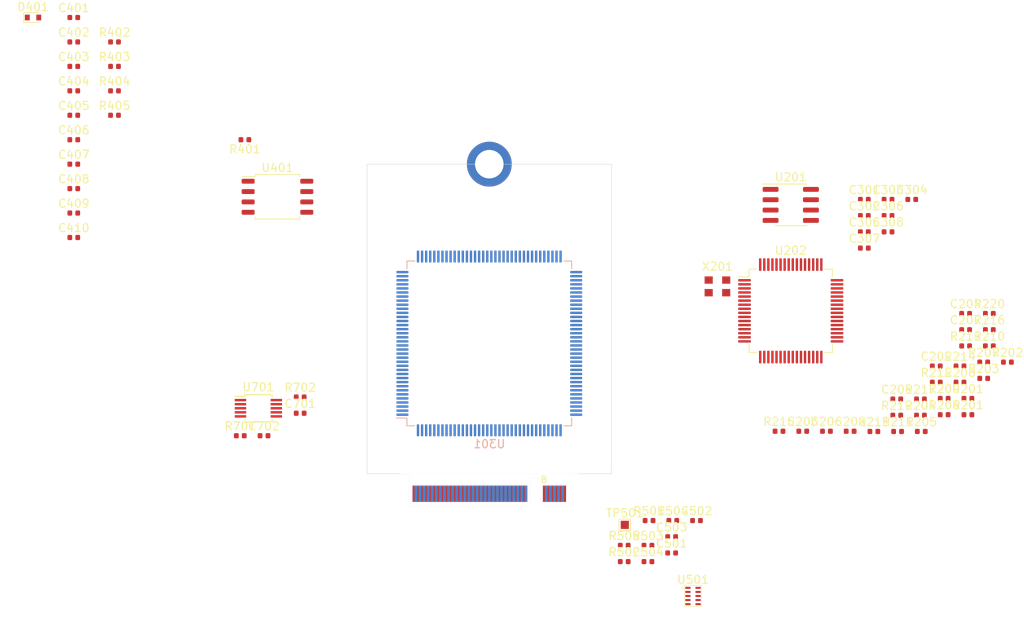
<source format=kicad_pcb>
(kicad_pcb (version 20171130) (host pcbnew 5.1.4+dfsg1-1)

  (general
    (thickness 0.8)
    (drawings 5)
    (tracks 0)
    (zones 0)
    (modules 75)
    (nets 242)
  )

  (page A4)
  (layers
    (0 F.Cu signal)
    (1 In1.Cu signal)
    (2 In2.Cu signal)
    (31 B.Cu signal)
    (32 B.Adhes user)
    (33 F.Adhes user)
    (34 B.Paste user)
    (35 F.Paste user)
    (36 B.SilkS user)
    (37 F.SilkS user)
    (38 B.Mask user)
    (39 F.Mask user)
    (40 Dwgs.User user)
    (41 Cmts.User user)
    (42 Eco1.User user)
    (43 Eco2.User user)
    (44 Edge.Cuts user)
    (45 Margin user)
    (46 B.CrtYd user)
    (47 F.CrtYd user)
    (48 B.Fab user)
    (49 F.Fab user)
  )

  (setup
    (last_trace_width 0.25)
    (trace_clearance 0.2)
    (zone_clearance 0.508)
    (zone_45_only no)
    (trace_min 0.2)
    (via_size 0.8)
    (via_drill 0.4)
    (via_min_size 0.4)
    (via_min_drill 0.3)
    (uvia_size 0.3)
    (uvia_drill 0.1)
    (uvias_allowed no)
    (uvia_min_size 0.2)
    (uvia_min_drill 0.1)
    (edge_width 0.05)
    (segment_width 0.2)
    (pcb_text_width 0.3)
    (pcb_text_size 1.5 1.5)
    (mod_edge_width 0.12)
    (mod_text_size 1 1)
    (mod_text_width 0.15)
    (pad_size 1.524 1.524)
    (pad_drill 0.762)
    (pad_to_mask_clearance 0.051)
    (solder_mask_min_width 0.25)
    (aux_axis_origin 0 0)
    (visible_elements FFFFFF7F)
    (pcbplotparams
      (layerselection 0x010fc_ffffffff)
      (usegerberextensions false)
      (usegerberattributes false)
      (usegerberadvancedattributes false)
      (creategerberjobfile false)
      (excludeedgelayer true)
      (linewidth 0.100000)
      (plotframeref false)
      (viasonmask false)
      (mode 1)
      (useauxorigin false)
      (hpglpennumber 1)
      (hpglpenspeed 20)
      (hpglpendiameter 15.000000)
      (psnegative false)
      (psa4output false)
      (plotreference true)
      (plotvalue true)
      (plotinvisibletext false)
      (padsonsilk false)
      (subtractmaskfromsilk false)
      (outputformat 1)
      (mirror false)
      (drillshape 1)
      (scaleselection 1)
      (outputdirectory ""))
  )

  (net 0 "")
  (net 1 GND)
  (net 2 "/fpga power and config/3.3V")
  (net 3 /ftdi/FTDI_1.8V)
  (net 4 "/fpga power and config/GNDPLL")
  (net 5 "/fpga power and config/VCCPLL")
  (net 6 "/fpga power and config/1.2V")
  (net 7 "Net-(C501-Pad2)")
  (net 8 "Net-(C502-Pad2)")
  (net 9 /peci/PECI_GND)
  (net 10 /peci/PECI)
  (net 11 "Net-(D401-Pad1)")
  (net 12 "Net-(R201-Pad2)")
  (net 13 "Net-(R202-Pad2)")
  (net 14 /ftdi/ICE_CLK)
  (net 15 "Net-(R203-Pad2)")
  (net 16 "Net-(R204-Pad1)")
  (net 17 "Net-(R205-Pad2)")
  (net 18 "Net-(R206-Pad2)")
  (net 19 "Net-(R207-Pad2)")
  (net 20 /ftdi/FTDI_SCK)
  (net 21 /ftdi/ICE_SCK)
  (net 22 /ftdi/FTDI_SI)
  (net 23 /ftdi/ICE_MOSI)
  (net 24 /ftdi/FTDI_SO)
  (net 25 /ftdi/ICE_MISO)
  (net 26 /ftdi/FTDI_SS)
  (net 27 /ftdi/ICE_SS_B)
  (net 28 "Net-(R212-Pad2)")
  (net 29 "/fpga power and config/CDONE")
  (net 30 "Net-(R213-Pad2)")
  (net 31 "/fpga power and config/CRESET")
  (net 32 "Net-(R214-Pad2)")
  (net 33 /ftdi/FTDI_TX__ICE_RX)
  (net 34 "Net-(R215-Pad2)")
  (net 35 /ftdi/FTDI_RX__ICE_TX)
  (net 36 "Net-(R216-Pad2)")
  (net 37 /ftdi/FTDI_RTS)
  (net 38 "Net-(R217-Pad2)")
  (net 39 /ftdi/FTDI_CTS)
  (net 40 "Net-(R218-Pad2)")
  (net 41 /ftdi/FTDI_DTR)
  (net 42 "Net-(R219-Pad2)")
  (net 43 /ftdi/FTDI_DSR)
  (net 44 "Net-(R220-Pad2)")
  (net 45 /ftdi/FTDI_DCD)
  (net 46 "Net-(R402-Pad1)")
  (net 47 "Net-(R403-Pad1)")
  (net 48 /m2-conn/3.3V)
  (net 49 "Net-(R502-Pad2)")
  (net 50 "Net-(R503-Pad2)")
  (net 51 /FPGA/PECI_RESET#)
  (net 52 "Net-(U201-Pad7)")
  (net 53 "Net-(U202-Pad60)")
  (net 54 "Net-(U202-Pad59)")
  (net 55 "Net-(U202-Pad58)")
  (net 56 "Net-(U202-Pad57)")
  (net 57 "Net-(U202-Pad55)")
  (net 58 "Net-(U202-Pad54)")
  (net 59 "Net-(U202-Pad53)")
  (net 60 "Net-(U202-Pad52)")
  (net 61 "Net-(U202-Pad48)")
  (net 62 "Net-(U202-Pad46)")
  (net 63 "Net-(U202-Pad36)")
  (net 64 "Net-(U202-Pad34)")
  (net 65 "Net-(U202-Pad33)")
  (net 66 "Net-(U202-Pad32)")
  (net 67 "Net-(U202-Pad30)")
  (net 68 "Net-(U202-Pad29)")
  (net 69 "Net-(U202-Pad28)")
  (net 70 "Net-(U202-Pad27)")
  (net 71 "Net-(U202-Pad26)")
  (net 72 "Net-(U202-Pad22)")
  (net 73 "Net-(U202-Pad19)")
  (net 74 /ftdi/USB_D+)
  (net 75 /ftdi/USB_D-)
  (net 76 "Net-(U202-Pad3)")
  (net 77 "Net-(U301-Pad144)")
  (net 78 "Net-(U301-Pad143)")
  (net 79 "Net-(U301-Pad142)")
  (net 80 "Net-(U301-Pad141)")
  (net 81 "Net-(U301-Pad139)")
  (net 82 "Net-(U301-Pad138)")
  (net 83 "Net-(U301-Pad137)")
  (net 84 "Net-(U301-Pad136)")
  (net 85 "Net-(U301-Pad135)")
  (net 86 "Net-(U301-Pad134)")
  (net 87 "Net-(U301-Pad131)")
  (net 88 "Net-(U301-Pad130)")
  (net 89 "Net-(U301-Pad129)")
  (net 90 "Net-(U301-Pad128)")
  (net 91 "Net-(U301-Pad127)")
  (net 92 "Net-(U301-Pad126)")
  (net 93 "Net-(U301-Pad125)")
  (net 94 "Net-(U301-Pad124)")
  (net 95 "Net-(U301-Pad122)")
  (net 96 "Net-(U301-Pad121)")
  (net 97 "Net-(U301-Pad120)")
  (net 98 "Net-(U301-Pad119)")
  (net 99 "Net-(U301-Pad118)")
  (net 100 "Net-(U301-Pad117)")
  (net 101 "Net-(U301-Pad116)")
  (net 102 "Net-(U301-Pad115)")
  (net 103 "Net-(U301-Pad114)")
  (net 104 "Net-(U301-Pad113)")
  (net 105 "Net-(U301-Pad112)")
  (net 106 "Net-(U301-Pad110)")
  (net 107 "Net-(U301-Pad109)")
  (net 108 "Net-(U301-Pad107)")
  (net 109 "Net-(U301-Pad106)")
  (net 110 "Net-(U301-Pad105)")
  (net 111 "Net-(U301-Pad104)")
  (net 112 "Net-(U301-Pad102)")
  (net 113 "Net-(U301-Pad101)")
  (net 114 "Net-(U301-Pad99)")
  (net 115 "Net-(U301-Pad98)")
  (net 116 "Net-(U301-Pad97)")
  (net 117 "Net-(U301-Pad96)")
  (net 118 "Net-(U301-Pad95)")
  (net 119 "Net-(U301-Pad94)")
  (net 120 "Net-(U301-Pad93)")
  (net 121 "Net-(U301-Pad91)")
  (net 122 "Net-(U301-Pad90)")
  (net 123 "Net-(U301-Pad88)")
  (net 124 "Net-(U301-Pad87)")
  (net 125 "Net-(U301-Pad85)")
  (net 126 "Net-(U301-Pad84)")
  (net 127 "Net-(U301-Pad83)")
  (net 128 "Net-(U301-Pad82)")
  (net 129 "Net-(U301-Pad81)")
  (net 130 "Net-(U301-Pad80)")
  (net 131 "Net-(U301-Pad79)")
  (net 132 "Net-(U301-Pad78)")
  (net 133 "Net-(U301-Pad77)")
  (net 134 "Net-(U301-Pad76)")
  (net 135 "Net-(U301-Pad75)")
  (net 136 "Net-(U301-Pad74)")
  (net 137 "Net-(U301-Pad73)")
  (net 138 "Net-(U301-Pad64)")
  (net 139 "Net-(U301-Pad63)")
  (net 140 "Net-(U301-Pad62)")
  (net 141 "Net-(U301-Pad61)")
  (net 142 "Net-(U301-Pad60)")
  (net 143 "Net-(U301-Pad58)")
  (net 144 "Net-(U301-Pad56)")
  (net 145 "Net-(U301-Pad55)")
  (net 146 "Net-(U301-Pad54)")
  (net 147 "Net-(U301-Pad53)")
  (net 148 "Net-(U301-Pad52)")
  (net 149 "Net-(U301-Pad50)")
  (net 150 "Net-(U301-Pad49)")
  (net 151 "Net-(U301-Pad48)")
  (net 152 "Net-(U301-Pad47)")
  (net 153 "Net-(U301-Pad45)")
  (net 154 "Net-(U301-Pad44)")
  (net 155 "Net-(U301-Pad43)")
  (net 156 "Net-(U301-Pad42)")
  (net 157 "Net-(U301-Pad41)")
  (net 158 "Net-(U301-Pad40)")
  (net 159 "Net-(U301-Pad39)")
  (net 160 "Net-(U301-Pad38)")
  (net 161 "Net-(U301-Pad37)")
  (net 162 "Net-(U301-Pad34)")
  (net 163 "Net-(U301-Pad33)")
  (net 164 "Net-(U301-Pad32)")
  (net 165 "Net-(U301-Pad31)")
  (net 166 "Net-(U301-Pad29)")
  (net 167 "Net-(U301-Pad28)")
  (net 168 "Net-(U301-Pad26)")
  (net 169 "Net-(U301-Pad25)")
  (net 170 "Net-(U301-Pad24)")
  (net 171 "Net-(U301-Pad23)")
  (net 172 "Net-(U301-Pad22)")
  (net 173 "Net-(U301-Pad21)")
  (net 174 "Net-(U301-Pad20)")
  (net 175 "Net-(U301-Pad19)")
  (net 176 "Net-(U301-Pad18)")
  (net 177 "Net-(U301-Pad17)")
  (net 178 "Net-(U301-Pad16)")
  (net 179 "Net-(U301-Pad15)")
  (net 180 "Net-(U301-Pad12)")
  (net 181 "Net-(U301-Pad11)")
  (net 182 "Net-(U301-Pad10)")
  (net 183 "Net-(U301-Pad9)")
  (net 184 "Net-(U301-Pad8)")
  (net 185 "Net-(U301-Pad7)")
  (net 186 "Net-(U301-Pad4)")
  (net 187 "Net-(U301-Pad3)")
  (net 188 "Net-(U301-Pad2)")
  (net 189 "Net-(U301-Pad1)")
  (net 190 /peci/ALERT#)
  (net 191 /FPGA/PECI_SCL)
  (net 192 /FPGA/PECI_SDA)
  (net 193 /peci/PECI_VREF)
  (net 194 "Net-(J601-Pad1)")
  (net 195 /m2-conn/1.8v_GPIO_11)
  (net 196 "Net-(J601-Pad37)")
  (net 197 "Net-(J601-Pad29)")
  (net 198 "Net-(J601-Pad31)")
  (net 199 "Net-(J601-Pad35)")
  (net 200 /m2-conn/1.8v_DPR)
  (net 201 "Net-(J601-Pad47)")
  (net 202 "Net-(J601-Pad49)")
  (net 203 "Net-(J601-Pad53)")
  (net 204 "Net-(J601-Pad55)")
  (net 205 /m2-conn/1.8v_ANTCTL0)
  (net 206 /m2-conn/1.8v_ANTCTL1)
  (net 207 /m2-conn/1.8v_ANTCTL2)
  (net 208 /m2-conn/1.8v_ANTCTL3)
  (net 209 /FPGA/RESET#)
  (net 210 /m2-conn/CONFIG_1)
  (net 211 /m2-conn/CONFIG_2)
  (net 212 "Net-(J601-Pad41)")
  (net 213 "Net-(J601-Pad43)")
  (net 214 /m2-conn/SUSCLK)
  (net 215 "Net-(J601-Pad58)")
  (net 216 /m2-conn/1.8v_COEX3)
  (net 217 /m2-conn/1.8v_COEX2)
  (net 218 /m2-conn/1.8v_COEX1)
  (net 219 /FPGA/1.8v_OD_SIM_DETECT)
  (net 220 /FPGA/POWER_OFF#)
  (net 221 /FPGA/DISABLE#)
  (net 222 /m2-conn/3.3v_GPIO_9)
  (net 223 /m2-conn/1.8v_GPIO_5)
  (net 224 /m2-conn/1.8v_GPIO_6)
  (net 225 /m2-conn/1.8v_GPIO_7)
  (net 226 /m2-conn/1.8v_GPIO_10)
  (net 227 /m2-conn/1.8v_GPIO_8)
  (net 228 /FPGA/UIM_RESET)
  (net 229 /FPGA/UIM_CLK)
  (net 230 /FPGA/UIM_DATA)
  (net 231 /FPGA/UIM_PWR)
  (net 232 "Net-(J601-Pad38)")
  (net 233 /m2-conn/1.8v_GPIO0)
  (net 234 /m2-conn/1.8v_GPIO1)
  (net 235 /m2-conn/1.8v_GPIO2)
  (net 236 /m2-conn/1.8v_GPIO3)
  (net 237 /m2-conn/1.8v_GPIO4)
  (net 238 "Net-(J601-Pad50)")
  (net 239 "Net-(J601-Pad52)")
  (net 240 "Net-(J601-Pad54)")
  (net 241 "Net-(J601-Pad56)")

  (net_class Default "This is the default net class."
    (clearance 0.2)
    (trace_width 0.25)
    (via_dia 0.8)
    (via_drill 0.4)
    (uvia_dia 0.3)
    (uvia_drill 0.1)
    (add_net /FPGA/1.8v_OD_SIM_DETECT)
    (add_net /FPGA/DISABLE#)
    (add_net /FPGA/PECI_RESET#)
    (add_net /FPGA/PECI_SCL)
    (add_net /FPGA/PECI_SDA)
    (add_net /FPGA/POWER_OFF#)
    (add_net /FPGA/RESET#)
    (add_net /FPGA/UIM_CLK)
    (add_net /FPGA/UIM_DATA)
    (add_net /FPGA/UIM_PWR)
    (add_net /FPGA/UIM_RESET)
    (add_net "/fpga power and config/1.2V")
    (add_net "/fpga power and config/3.3V")
    (add_net "/fpga power and config/CDONE")
    (add_net "/fpga power and config/CRESET")
    (add_net "/fpga power and config/GNDPLL")
    (add_net "/fpga power and config/VCCPLL")
    (add_net /ftdi/FTDI_1.8V)
    (add_net /ftdi/FTDI_CTS)
    (add_net /ftdi/FTDI_DCD)
    (add_net /ftdi/FTDI_DSR)
    (add_net /ftdi/FTDI_DTR)
    (add_net /ftdi/FTDI_RTS)
    (add_net /ftdi/FTDI_RX__ICE_TX)
    (add_net /ftdi/FTDI_SCK)
    (add_net /ftdi/FTDI_SI)
    (add_net /ftdi/FTDI_SO)
    (add_net /ftdi/FTDI_SS)
    (add_net /ftdi/FTDI_TX__ICE_RX)
    (add_net /ftdi/ICE_CLK)
    (add_net /ftdi/ICE_MISO)
    (add_net /ftdi/ICE_MOSI)
    (add_net /ftdi/ICE_SCK)
    (add_net /ftdi/ICE_SS_B)
    (add_net /ftdi/USB_D+)
    (add_net /ftdi/USB_D-)
    (add_net /m2-conn/1.8v_ANTCTL0)
    (add_net /m2-conn/1.8v_ANTCTL1)
    (add_net /m2-conn/1.8v_ANTCTL2)
    (add_net /m2-conn/1.8v_ANTCTL3)
    (add_net /m2-conn/1.8v_COEX1)
    (add_net /m2-conn/1.8v_COEX2)
    (add_net /m2-conn/1.8v_COEX3)
    (add_net /m2-conn/1.8v_DPR)
    (add_net /m2-conn/1.8v_GPIO0)
    (add_net /m2-conn/1.8v_GPIO1)
    (add_net /m2-conn/1.8v_GPIO2)
    (add_net /m2-conn/1.8v_GPIO3)
    (add_net /m2-conn/1.8v_GPIO4)
    (add_net /m2-conn/1.8v_GPIO_10)
    (add_net /m2-conn/1.8v_GPIO_11)
    (add_net /m2-conn/1.8v_GPIO_5)
    (add_net /m2-conn/1.8v_GPIO_6)
    (add_net /m2-conn/1.8v_GPIO_7)
    (add_net /m2-conn/1.8v_GPIO_8)
    (add_net /m2-conn/3.3V)
    (add_net /m2-conn/3.3v_GPIO_9)
    (add_net /m2-conn/CONFIG_1)
    (add_net /m2-conn/CONFIG_2)
    (add_net /m2-conn/SUSCLK)
    (add_net /peci/ALERT#)
    (add_net /peci/PECI)
    (add_net /peci/PECI_GND)
    (add_net /peci/PECI_VREF)
    (add_net GND)
    (add_net "Net-(C501-Pad2)")
    (add_net "Net-(C502-Pad2)")
    (add_net "Net-(D401-Pad1)")
    (add_net "Net-(J601-Pad1)")
    (add_net "Net-(J601-Pad29)")
    (add_net "Net-(J601-Pad31)")
    (add_net "Net-(J601-Pad35)")
    (add_net "Net-(J601-Pad37)")
    (add_net "Net-(J601-Pad38)")
    (add_net "Net-(J601-Pad41)")
    (add_net "Net-(J601-Pad43)")
    (add_net "Net-(J601-Pad47)")
    (add_net "Net-(J601-Pad49)")
    (add_net "Net-(J601-Pad50)")
    (add_net "Net-(J601-Pad52)")
    (add_net "Net-(J601-Pad53)")
    (add_net "Net-(J601-Pad54)")
    (add_net "Net-(J601-Pad55)")
    (add_net "Net-(J601-Pad56)")
    (add_net "Net-(J601-Pad58)")
    (add_net "Net-(R201-Pad2)")
    (add_net "Net-(R202-Pad2)")
    (add_net "Net-(R203-Pad2)")
    (add_net "Net-(R204-Pad1)")
    (add_net "Net-(R205-Pad2)")
    (add_net "Net-(R206-Pad2)")
    (add_net "Net-(R207-Pad2)")
    (add_net "Net-(R212-Pad2)")
    (add_net "Net-(R213-Pad2)")
    (add_net "Net-(R214-Pad2)")
    (add_net "Net-(R215-Pad2)")
    (add_net "Net-(R216-Pad2)")
    (add_net "Net-(R217-Pad2)")
    (add_net "Net-(R218-Pad2)")
    (add_net "Net-(R219-Pad2)")
    (add_net "Net-(R220-Pad2)")
    (add_net "Net-(R402-Pad1)")
    (add_net "Net-(R403-Pad1)")
    (add_net "Net-(R502-Pad2)")
    (add_net "Net-(R503-Pad2)")
    (add_net "Net-(U201-Pad7)")
    (add_net "Net-(U202-Pad19)")
    (add_net "Net-(U202-Pad22)")
    (add_net "Net-(U202-Pad26)")
    (add_net "Net-(U202-Pad27)")
    (add_net "Net-(U202-Pad28)")
    (add_net "Net-(U202-Pad29)")
    (add_net "Net-(U202-Pad3)")
    (add_net "Net-(U202-Pad30)")
    (add_net "Net-(U202-Pad32)")
    (add_net "Net-(U202-Pad33)")
    (add_net "Net-(U202-Pad34)")
    (add_net "Net-(U202-Pad36)")
    (add_net "Net-(U202-Pad46)")
    (add_net "Net-(U202-Pad48)")
    (add_net "Net-(U202-Pad52)")
    (add_net "Net-(U202-Pad53)")
    (add_net "Net-(U202-Pad54)")
    (add_net "Net-(U202-Pad55)")
    (add_net "Net-(U202-Pad57)")
    (add_net "Net-(U202-Pad58)")
    (add_net "Net-(U202-Pad59)")
    (add_net "Net-(U202-Pad60)")
    (add_net "Net-(U301-Pad1)")
    (add_net "Net-(U301-Pad10)")
    (add_net "Net-(U301-Pad101)")
    (add_net "Net-(U301-Pad102)")
    (add_net "Net-(U301-Pad104)")
    (add_net "Net-(U301-Pad105)")
    (add_net "Net-(U301-Pad106)")
    (add_net "Net-(U301-Pad107)")
    (add_net "Net-(U301-Pad109)")
    (add_net "Net-(U301-Pad11)")
    (add_net "Net-(U301-Pad110)")
    (add_net "Net-(U301-Pad112)")
    (add_net "Net-(U301-Pad113)")
    (add_net "Net-(U301-Pad114)")
    (add_net "Net-(U301-Pad115)")
    (add_net "Net-(U301-Pad116)")
    (add_net "Net-(U301-Pad117)")
    (add_net "Net-(U301-Pad118)")
    (add_net "Net-(U301-Pad119)")
    (add_net "Net-(U301-Pad12)")
    (add_net "Net-(U301-Pad120)")
    (add_net "Net-(U301-Pad121)")
    (add_net "Net-(U301-Pad122)")
    (add_net "Net-(U301-Pad124)")
    (add_net "Net-(U301-Pad125)")
    (add_net "Net-(U301-Pad126)")
    (add_net "Net-(U301-Pad127)")
    (add_net "Net-(U301-Pad128)")
    (add_net "Net-(U301-Pad129)")
    (add_net "Net-(U301-Pad130)")
    (add_net "Net-(U301-Pad131)")
    (add_net "Net-(U301-Pad134)")
    (add_net "Net-(U301-Pad135)")
    (add_net "Net-(U301-Pad136)")
    (add_net "Net-(U301-Pad137)")
    (add_net "Net-(U301-Pad138)")
    (add_net "Net-(U301-Pad139)")
    (add_net "Net-(U301-Pad141)")
    (add_net "Net-(U301-Pad142)")
    (add_net "Net-(U301-Pad143)")
    (add_net "Net-(U301-Pad144)")
    (add_net "Net-(U301-Pad15)")
    (add_net "Net-(U301-Pad16)")
    (add_net "Net-(U301-Pad17)")
    (add_net "Net-(U301-Pad18)")
    (add_net "Net-(U301-Pad19)")
    (add_net "Net-(U301-Pad2)")
    (add_net "Net-(U301-Pad20)")
    (add_net "Net-(U301-Pad21)")
    (add_net "Net-(U301-Pad22)")
    (add_net "Net-(U301-Pad23)")
    (add_net "Net-(U301-Pad24)")
    (add_net "Net-(U301-Pad25)")
    (add_net "Net-(U301-Pad26)")
    (add_net "Net-(U301-Pad28)")
    (add_net "Net-(U301-Pad29)")
    (add_net "Net-(U301-Pad3)")
    (add_net "Net-(U301-Pad31)")
    (add_net "Net-(U301-Pad32)")
    (add_net "Net-(U301-Pad33)")
    (add_net "Net-(U301-Pad34)")
    (add_net "Net-(U301-Pad37)")
    (add_net "Net-(U301-Pad38)")
    (add_net "Net-(U301-Pad39)")
    (add_net "Net-(U301-Pad4)")
    (add_net "Net-(U301-Pad40)")
    (add_net "Net-(U301-Pad41)")
    (add_net "Net-(U301-Pad42)")
    (add_net "Net-(U301-Pad43)")
    (add_net "Net-(U301-Pad44)")
    (add_net "Net-(U301-Pad45)")
    (add_net "Net-(U301-Pad47)")
    (add_net "Net-(U301-Pad48)")
    (add_net "Net-(U301-Pad49)")
    (add_net "Net-(U301-Pad50)")
    (add_net "Net-(U301-Pad52)")
    (add_net "Net-(U301-Pad53)")
    (add_net "Net-(U301-Pad54)")
    (add_net "Net-(U301-Pad55)")
    (add_net "Net-(U301-Pad56)")
    (add_net "Net-(U301-Pad58)")
    (add_net "Net-(U301-Pad60)")
    (add_net "Net-(U301-Pad61)")
    (add_net "Net-(U301-Pad62)")
    (add_net "Net-(U301-Pad63)")
    (add_net "Net-(U301-Pad64)")
    (add_net "Net-(U301-Pad7)")
    (add_net "Net-(U301-Pad73)")
    (add_net "Net-(U301-Pad74)")
    (add_net "Net-(U301-Pad75)")
    (add_net "Net-(U301-Pad76)")
    (add_net "Net-(U301-Pad77)")
    (add_net "Net-(U301-Pad78)")
    (add_net "Net-(U301-Pad79)")
    (add_net "Net-(U301-Pad8)")
    (add_net "Net-(U301-Pad80)")
    (add_net "Net-(U301-Pad81)")
    (add_net "Net-(U301-Pad82)")
    (add_net "Net-(U301-Pad83)")
    (add_net "Net-(U301-Pad84)")
    (add_net "Net-(U301-Pad85)")
    (add_net "Net-(U301-Pad87)")
    (add_net "Net-(U301-Pad88)")
    (add_net "Net-(U301-Pad9)")
    (add_net "Net-(U301-Pad90)")
    (add_net "Net-(U301-Pad91)")
    (add_net "Net-(U301-Pad93)")
    (add_net "Net-(U301-Pad94)")
    (add_net "Net-(U301-Pad95)")
    (add_net "Net-(U301-Pad96)")
    (add_net "Net-(U301-Pad97)")
    (add_net "Net-(U301-Pad98)")
    (add_net "Net-(U301-Pad99)")
  )

  (module m2-ice40:SIL0010D (layer F.Cu) (tedit 5DF6E14B) (tstamp 5DF785F9)
    (at 140 111)
    (path /5E1325A3/5E141E34)
    (fp_text reference U501 (at 0 -2) (layer F.SilkS)
      (effects (font (size 1 1) (thickness 0.15)))
    )
    (fp_text value TPSM82821 (at 0 2) (layer F.Fab)
      (effects (font (size 1 1) (thickness 0.15)))
    )
    (fp_circle (center -1.25 -1) (end -1.17 -1) (layer F.SilkS) (width 0.08))
    (fp_line (start -1.05 1.3) (end -1.05 -1.3) (layer F.SilkS) (width 0.08))
    (fp_line (start 1.05 1.3) (end -1.05 1.3) (layer F.SilkS) (width 0.08))
    (fp_line (start 1.05 -1.3) (end 1.05 1.3) (layer F.SilkS) (width 0.08))
    (fp_line (start -1.05 -1.3) (end 1.05 -1.3) (layer F.SilkS) (width 0.08))
    (pad 10 smd roundrect (at 0.625 -1) (size 0.65 0.25) (layers F.Cu F.Paste F.Mask) (roundrect_rratio 0.2)
      (net 7 "Net-(C501-Pad2)"))
    (pad 9 smd roundrect (at 0.625 -0.5) (size 0.65 0.25) (layers F.Cu F.Paste F.Mask) (roundrect_rratio 0.2)
      (net 7 "Net-(C501-Pad2)"))
    (pad 8 smd roundrect (at 0.625 0) (size 0.65 0.25) (layers F.Cu F.Paste F.Mask) (roundrect_rratio 0.2)
      (net 8 "Net-(C502-Pad2)"))
    (pad 7 smd roundrect (at 0.625 0.5) (size 0.65 0.25) (layers F.Cu F.Paste F.Mask) (roundrect_rratio 0.2)
      (net 6 "/fpga power and config/1.2V"))
    (pad 6 smd roundrect (at 0.625 1) (size 0.65 0.25) (layers F.Cu F.Paste F.Mask) (roundrect_rratio 0.2)
      (net 6 "/fpga power and config/1.2V"))
    (pad 5 smd roundrect (at -0.625 1) (size 0.65 0.25) (layers F.Cu F.Paste F.Mask) (roundrect_rratio 0.2)
      (net 6 "/fpga power and config/1.2V"))
    (pad 4 smd roundrect (at -0.625 0.5) (size 0.65 0.25) (layers F.Cu F.Paste F.Mask) (roundrect_rratio 0.2)
      (net 50 "Net-(R503-Pad2)"))
    (pad 3 smd roundrect (at -0.625 0) (size 0.65 0.25) (layers F.Cu F.Paste F.Mask) (roundrect_rratio 0.2)
      (net 2 "/fpga power and config/3.3V"))
    (pad 2 smd roundrect (at -0.625 -0.5) (size 0.65 0.25) (layers F.Cu F.Paste F.Mask) (roundrect_rratio 0.2)
      (net 2 "/fpga power and config/3.3V"))
    (pad 1 smd roundrect (at -0.625 -1) (size 0.65 0.25) (layers F.Cu F.Paste F.Mask) (roundrect_rratio 0.2)
      (net 2 "/fpga power and config/3.3V"))
  )

  (module m2-ice40:m.2_mechanical_ground_pad (layer F.Cu) (tedit 5DF6E464) (tstamp 5DF77F96)
    (at 115 58)
    (path /5DF7A35C/5DF8F75E)
    (fp_text reference J602 (at 0 5) (layer F.SilkS) hide
      (effects (font (size 1 1) (thickness 0.15)))
    )
    (fp_text value M.2-GND-MOUNTING (at 0 -4) (layer F.Fab) hide
      (effects (font (size 1 1) (thickness 0.15)))
    )
    (fp_line (start 2.5 1) (end 2.5 -0.5) (layer B.Mask) (width 1))
    (fp_line (start -2.5 1) (end -2.5 -0.5) (layer B.Mask) (width 1))
    (fp_arc (start 0 1) (end -2 1) (angle -180) (layer B.Mask) (width 2))
    (pad 1 thru_hole circle (at 0 0) (size 5.5 5.5) (drill 3.5) (layers *.Cu *.Mask)
      (net 1 GND))
  )

  (module m2ngff:m2-padKeyB (layer F.Cu) (tedit 5CE65B5B) (tstamp 5DF72F5B)
    (at 115 100)
    (path /5DF7A35C/5DF7ABC6)
    (attr smd)
    (fp_text reference J601 (at 0 -6.5) (layer F.SilkS) hide
      (effects (font (size 1 1) (thickness 0.15)))
    )
    (fp_text value m.2_socket2_module (at 0 -5) (layer F.Fab) hide
      (effects (font (size 1 1) (thickness 0.15)))
    )
    (fp_text user B (at 6.7 -3.3) (layer F.SilkS)
      (effects (font (size 0.8 0.8) (thickness 0.15)))
    )
    (fp_line (start 9.9 0) (end 6.225 0) (layer Edge.Cuts) (width 0.01))
    (fp_line (start 5.025 0) (end 5.025 -2.9) (layer Edge.Cuts) (width 0.01))
    (fp_line (start 6.225 0) (end 6.225 -2.9) (layer Edge.Cuts) (width 0.01))
    (fp_arc (start 5.625 -2.9) (end 6.225 -2.9) (angle -180) (layer Edge.Cuts) (width 0.01))
    (fp_poly (pts (xy -11 -4) (xy -11 0) (xy 11 0) (xy 11 -4)) (layer B.Mask) (width 0.1))
    (fp_poly (pts (xy -11 -4) (xy -11 0) (xy 11 0) (xy 11 -4)) (layer F.Mask) (width 0.1))
    (fp_line (start -11 -4) (end 11 -4) (layer F.SilkS) (width 0.01))
    (fp_line (start 11 -4) (end 10.4 -4) (layer Edge.Cuts) (width 0.01))
    (fp_arc (start 10.4 -3.5) (end 10.4 -4) (angle -90) (layer Edge.Cuts) (width 0.01))
    (fp_arc (start -10.4 -3.5) (end -10.4 -4) (angle 90) (layer Edge.Cuts) (width 0.01))
    (fp_line (start -11 -4) (end -10.4 -4) (layer Edge.Cuts) (width 0.01))
    (fp_line (start -9.9 0) (end -9.9 -3.5) (layer Edge.Cuts) (width 0.01))
    (fp_line (start 9.9 0) (end 9.9 -3.5) (layer Edge.Cuts) (width 0.01))
    (fp_line (start -9.9 0) (end 5.025 0) (layer Edge.Cuts) (width 0.01))
    (fp_line (start 0 0) (end 0 -4) (layer Eco1.User) (width 0.01))
    (pad 9 smd rect (at 7.25 -1.55) (size 0.35 2) (layers F.Cu F.Mask)
      (net 75 /ftdi/USB_D-))
    (pad 11 smd rect (at 6.75 -1.55) (size 0.35 2) (layers F.Cu F.Mask)
      (net 1 GND))
    (pad 2 smd rect (at 9 -1.55) (size 0.35 2) (layers B.Cu B.Mask)
      (net 48 /m2-conn/3.3V))
    (pad 1 smd rect (at 9.25 -1.55) (size 0.35 2) (layers F.Cu F.Mask)
      (net 194 "Net-(J601-Pad1)"))
    (pad 21 smd rect (at 4.25 -1.55) (size 0.35 2) (layers F.Cu F.Mask)
      (net 1 GND))
    (pad 23 smd rect (at 3.75 -1.55) (size 0.35 2) (layers F.Cu F.Mask)
      (net 195 /m2-conn/1.8v_GPIO_11))
    (pad 37 smd rect (at 0.25 -1.55) (size 0.35 2) (layers F.Cu F.Mask)
      (net 196 "Net-(J601-Pad37)"))
    (pad 39 smd rect (at -0.25 -1.55) (size 0.35 2) (layers F.Cu F.Mask)
      (net 1 GND))
    (pad 29 smd rect (at 2.25 -1.55) (size 0.35 2) (layers F.Cu F.Mask)
      (net 197 "Net-(J601-Pad29)"))
    (pad 31 smd rect (at 1.75 -1.55) (size 0.35 2) (layers F.Cu F.Mask)
      (net 198 "Net-(J601-Pad31)"))
    (pad 33 smd rect (at 1.25 -1.55) (size 0.35 2) (layers F.Cu F.Mask)
      (net 1 GND))
    (pad 35 smd rect (at 0.75 -1.55) (size 0.35 2) (layers F.Cu F.Mask)
      (net 199 "Net-(J601-Pad35)"))
    (pad 25 smd rect (at 3.25 -1.55) (size 0.35 2) (layers F.Cu F.Mask)
      (net 200 /m2-conn/1.8v_DPR))
    (pad 27 smd rect (at 2.75 -1.55) (size 0.35 2) (layers F.Cu F.Mask)
      (net 1 GND))
    (pad 45 smd rect (at -1.75 -1.55) (size 0.35 2) (layers F.Cu F.Mask)
      (net 1 GND))
    (pad 47 smd rect (at -2.25 -1.55) (size 0.35 2) (layers F.Cu F.Mask)
      (net 201 "Net-(J601-Pad47)"))
    (pad 49 smd rect (at -2.75 -1.55) (size 0.35 2) (layers F.Cu F.Mask)
      (net 202 "Net-(J601-Pad49)"))
    (pad 51 smd rect (at -3.25 -1.55) (size 0.35 2) (layers F.Cu F.Mask)
      (net 1 GND))
    (pad 53 smd rect (at -3.75 -1.55) (size 0.35 2) (layers F.Cu F.Mask)
      (net 203 "Net-(J601-Pad53)"))
    (pad 55 smd rect (at -4.25 -1.55) (size 0.35 2) (layers F.Cu F.Mask)
      (net 204 "Net-(J601-Pad55)"))
    (pad 57 smd rect (at -4.75 -1.55) (size 0.35 2) (layers F.Cu F.Mask)
      (net 1 GND))
    (pad 59 smd rect (at -5.25 -1.55) (size 0.35 2) (layers F.Cu F.Mask)
      (net 205 /m2-conn/1.8v_ANTCTL0))
    (pad 61 smd rect (at -5.75 -1.55) (size 0.35 2) (layers F.Cu F.Mask)
      (net 206 /m2-conn/1.8v_ANTCTL1))
    (pad 63 smd rect (at -6.25 -1.55) (size 0.35 2) (layers F.Cu F.Mask)
      (net 207 /m2-conn/1.8v_ANTCTL2))
    (pad 65 smd rect (at -6.75 -1.55) (size 0.35 2) (layers F.Cu F.Mask)
      (net 208 /m2-conn/1.8v_ANTCTL3))
    (pad 67 smd rect (at -7.25 -1.55) (size 0.35 2) (layers F.Cu F.Mask)
      (net 209 /FPGA/RESET#))
    (pad 69 smd rect (at -7.75 -1.55) (size 0.35 2) (layers F.Cu F.Mask)
      (net 210 /m2-conn/CONFIG_1))
    (pad 71 smd rect (at -8.25 -1.55) (size 0.35 2) (layers F.Cu F.Mask)
      (net 1 GND))
    (pad 73 smd rect (at -8.75 -1.55) (size 0.35 2) (layers F.Cu F.Mask)
      (net 1 GND))
    (pad 75 smd rect (at -9.25 -1.55) (size 0.35 2) (layers F.Cu F.Mask)
      (net 211 /m2-conn/CONFIG_2))
    (pad 41 smd rect (at -0.75 -1.55) (size 0.35 2) (layers F.Cu F.Mask)
      (net 212 "Net-(J601-Pad41)"))
    (pad 43 smd rect (at -1.25 -1.55) (size 0.35 2) (layers F.Cu F.Mask)
      (net 213 "Net-(J601-Pad43)"))
    (pad 3 smd rect (at 8.75 -1.55) (size 0.35 2) (layers F.Cu F.Mask)
      (net 1 GND))
    (pad 5 smd rect (at 8.25 -1.55) (size 0.35 2) (layers F.Cu F.Mask)
      (net 1 GND))
    (pad 7 smd rect (at 7.75 -1.55) (size 0.35 2) (layers F.Cu F.Mask)
      (net 74 /ftdi/USB_D+))
    (pad 74 smd rect (at -9 -1.55) (size 0.35 2) (layers B.Cu B.Mask)
      (net 48 /m2-conn/3.3V))
    (pad 68 smd rect (at -7.5 -1.55) (size 0.35 2) (layers B.Cu B.Mask)
      (net 214 /m2-conn/SUSCLK))
    (pad 70 smd rect (at -8 -1.55) (size 0.35 2) (layers B.Cu B.Mask)
      (net 48 /m2-conn/3.3V))
    (pad 72 smd rect (at -8.5 -1.55) (size 0.35 2) (layers B.Cu B.Mask)
      (net 48 /m2-conn/3.3V))
    (pad 58 smd rect (at -5 -1.55) (size 0.35 2) (layers B.Cu B.Mask)
      (net 215 "Net-(J601-Pad58)"))
    (pad 60 smd rect (at -5.5 -1.55) (size 0.35 2) (layers B.Cu B.Mask)
      (net 216 /m2-conn/1.8v_COEX3))
    (pad 62 smd rect (at -6 -1.55) (size 0.35 2) (layers B.Cu B.Mask)
      (net 217 /m2-conn/1.8v_COEX2))
    (pad 64 smd rect (at -6.5 -1.55) (size 0.35 2) (layers B.Cu B.Mask)
      (net 218 /m2-conn/1.8v_COEX1))
    (pad 66 smd rect (at -7 -1.55) (size 0.35 2) (layers B.Cu B.Mask)
      (net 219 /FPGA/1.8v_OD_SIM_DETECT))
    (pad 4 smd rect (at 8.5 -1.55) (size 0.35 2) (layers B.Cu B.Mask)
      (net 48 /m2-conn/3.3V))
    (pad 6 smd rect (at 8 -1.55) (size 0.35 2) (layers B.Cu B.Mask)
      (net 220 /FPGA/POWER_OFF#))
    (pad 8 smd rect (at 7.5 -1.55) (size 0.35 2) (layers B.Cu B.Mask)
      (net 221 /FPGA/DISABLE#))
    (pad 10 smd rect (at 7 -1.55) (size 0.35 2) (layers B.Cu B.Mask)
      (net 222 /m2-conn/3.3v_GPIO_9))
    (pad 20 smd rect (at 4.5 -1.55) (size 0.35 2) (layers B.Cu B.Mask)
      (net 223 /m2-conn/1.8v_GPIO_5))
    (pad 22 smd rect (at 4 -1.55) (size 0.35 2) (layers B.Cu B.Mask)
      (net 224 /m2-conn/1.8v_GPIO_6))
    (pad 24 smd rect (at 3.5 -1.55) (size 0.35 2) (layers B.Cu B.Mask)
      (net 225 /m2-conn/1.8v_GPIO_7))
    (pad 26 smd rect (at 3 -1.55) (size 0.35 2) (layers B.Cu B.Mask)
      (net 226 /m2-conn/1.8v_GPIO_10))
    (pad 28 smd rect (at 2.5 -1.55) (size 0.35 2) (layers B.Cu B.Mask)
      (net 227 /m2-conn/1.8v_GPIO_8))
    (pad 30 smd rect (at 2 -1.55) (size 0.35 2) (layers B.Cu B.Mask)
      (net 228 /FPGA/UIM_RESET))
    (pad 32 smd rect (at 1.5 -1.55) (size 0.35 2) (layers B.Cu B.Mask)
      (net 229 /FPGA/UIM_CLK))
    (pad 34 smd rect (at 1 -1.55) (size 0.35 2) (layers B.Cu B.Mask)
      (net 230 /FPGA/UIM_DATA))
    (pad 36 smd rect (at 0.5 -1.55) (size 0.35 2) (layers B.Cu B.Mask)
      (net 231 /FPGA/UIM_PWR))
    (pad 38 smd rect (at 0 -1.55) (size 0.35 2) (layers B.Cu B.Mask)
      (net 232 "Net-(J601-Pad38)"))
    (pad 40 smd rect (at -0.5 -1.55) (size 0.35 2) (layers B.Cu B.Mask)
      (net 233 /m2-conn/1.8v_GPIO0))
    (pad 42 smd rect (at -1 -1.55) (size 0.35 2) (layers B.Cu B.Mask)
      (net 234 /m2-conn/1.8v_GPIO1))
    (pad 44 smd rect (at -1.5 -1.55) (size 0.35 2) (layers B.Cu B.Mask)
      (net 235 /m2-conn/1.8v_GPIO2))
    (pad 46 smd rect (at -2 -1.55) (size 0.35 2) (layers B.Cu B.Mask)
      (net 236 /m2-conn/1.8v_GPIO3))
    (pad 48 smd rect (at -2.5 -1.55) (size 0.35 2) (layers B.Cu B.Mask)
      (net 237 /m2-conn/1.8v_GPIO4))
    (pad 50 smd rect (at -3 -1.55) (size 0.35 2) (layers B.Cu B.Mask)
      (net 238 "Net-(J601-Pad50)"))
    (pad 52 smd rect (at -3.5 -1.55) (size 0.35 2) (layers B.Cu B.Mask)
      (net 239 "Net-(J601-Pad52)"))
    (pad 54 smd rect (at -4 -1.55) (size 0.35 2) (layers B.Cu B.Mask)
      (net 240 "Net-(J601-Pad54)"))
    (pad 56 smd rect (at -4.5 -1.55) (size 0.35 2) (layers B.Cu B.Mask)
      (net 241 "Net-(J601-Pad56)"))
  )

  (module Oscillator:Oscillator_SMD_EuroQuartz_XO32-4Pin_3.2x2.5mm (layer F.Cu) (tedit 58CD3344) (tstamp 5DF74BCA)
    (at 143 73)
    (descr "Miniature Crystal Clock Oscillator EuroQuartz XO32 series, http://cdn-reichelt.de/documents/datenblatt/B400/XO32.pdf, 3.2x2.5mm^2 package")
    (tags "SMD SMT crystal oscillator")
    (path /5DF9FEEF/5DFEA063)
    (attr smd)
    (fp_text reference X201 (at 0 -2.45) (layer F.SilkS)
      (effects (font (size 1 1) (thickness 0.15)))
    )
    (fp_text value DSC6001JI2A-012.0000 (at 0 2.45) (layer F.Fab)
      (effects (font (size 1 1) (thickness 0.15)))
    )
    (fp_circle (center 0 0) (end 0.058333 0) (layer F.Adhes) (width 0.116667))
    (fp_circle (center 0 0) (end 0.133333 0) (layer F.Adhes) (width 0.083333))
    (fp_circle (center 0 0) (end 0.208333 0) (layer F.Adhes) (width 0.083333))
    (fp_circle (center 0 0) (end 0.25 0) (layer F.Adhes) (width 0.1))
    (fp_line (start 1.9 -1.5) (end -1.9 -1.5) (layer F.CrtYd) (width 0.05))
    (fp_line (start 1.9 1.5) (end 1.9 -1.5) (layer F.CrtYd) (width 0.05))
    (fp_line (start -1.9 1.5) (end 1.9 1.5) (layer F.CrtYd) (width 0.05))
    (fp_line (start -1.9 -1.5) (end -1.9 1.5) (layer F.CrtYd) (width 0.05))
    (fp_line (start -1.6 0.25) (end -0.6 1.25) (layer F.Fab) (width 0.1))
    (fp_line (start -1.6 -1.15) (end -1.5 -1.25) (layer F.Fab) (width 0.1))
    (fp_line (start -1.6 1.15) (end -1.6 -1.15) (layer F.Fab) (width 0.1))
    (fp_line (start -1.5 1.25) (end -1.6 1.15) (layer F.Fab) (width 0.1))
    (fp_line (start 1.5 1.25) (end -1.5 1.25) (layer F.Fab) (width 0.1))
    (fp_line (start 1.6 1.15) (end 1.5 1.25) (layer F.Fab) (width 0.1))
    (fp_line (start 1.6 -1.15) (end 1.6 1.15) (layer F.Fab) (width 0.1))
    (fp_line (start 1.5 -1.25) (end 1.6 -1.15) (layer F.Fab) (width 0.1))
    (fp_line (start -1.5 -1.25) (end 1.5 -1.25) (layer F.Fab) (width 0.1))
    (fp_text user %R (at 0 0) (layer F.Fab)
      (effects (font (size 0.7 0.7) (thickness 0.105)))
    )
    (pad 4 smd rect (at -1.075 -0.775) (size 1 0.9) (layers F.Cu F.Paste F.Mask)
      (net 2 "/fpga power and config/3.3V"))
    (pad 3 smd rect (at 1.075 -0.775) (size 1 0.9) (layers F.Cu F.Paste F.Mask)
      (net 13 "Net-(R202-Pad2)"))
    (pad 2 smd rect (at 1.075 0.775) (size 1 0.9) (layers F.Cu F.Paste F.Mask)
      (net 1 GND))
    (pad 1 smd rect (at -1.075 0.775) (size 1 0.9) (layers F.Cu F.Paste F.Mask)
      (net 2 "/fpga power and config/3.3V"))
    (model ${KISYS3DMOD}/Oscillator.3dshapes/Oscillator_SMD_EuroQuartz_XO32-4Pin_3.2x2.5mm.wrl
      (at (xyz 0 0 0))
      (scale (xyz 1 1 1))
      (rotate (xyz 0 0 0))
    )
  )

  (module Package_SO:MSOP-10_3x3mm_P0.5mm (layer F.Cu) (tedit 5A02F25C) (tstamp 5DF7436B)
    (at 86.66 87.96)
    (descr "10-Lead Plastic Micro Small Outline Package (MS) [MSOP] (see Microchip Packaging Specification 00000049BS.pdf)")
    (tags "SSOP 0.5")
    (path /5E19369E/5E1941AA)
    (attr smd)
    (fp_text reference U701 (at 0 -2.6) (layer F.SilkS)
      (effects (font (size 1 1) (thickness 0.15)))
    )
    (fp_text value MAX6621 (at 0 2.6) (layer F.Fab)
      (effects (font (size 1 1) (thickness 0.15)))
    )
    (fp_text user %R (at 0 0) (layer F.Fab)
      (effects (font (size 0.6 0.6) (thickness 0.15)))
    )
    (fp_line (start -1.675 -1.45) (end -2.9 -1.45) (layer F.SilkS) (width 0.15))
    (fp_line (start -1.675 1.675) (end 1.675 1.675) (layer F.SilkS) (width 0.15))
    (fp_line (start -1.675 -1.675) (end 1.675 -1.675) (layer F.SilkS) (width 0.15))
    (fp_line (start -1.675 1.675) (end -1.675 1.375) (layer F.SilkS) (width 0.15))
    (fp_line (start 1.675 1.675) (end 1.675 1.375) (layer F.SilkS) (width 0.15))
    (fp_line (start 1.675 -1.675) (end 1.675 -1.375) (layer F.SilkS) (width 0.15))
    (fp_line (start -1.675 -1.675) (end -1.675 -1.45) (layer F.SilkS) (width 0.15))
    (fp_line (start -3.15 1.85) (end 3.15 1.85) (layer F.CrtYd) (width 0.05))
    (fp_line (start -3.15 -1.85) (end 3.15 -1.85) (layer F.CrtYd) (width 0.05))
    (fp_line (start 3.15 -1.85) (end 3.15 1.85) (layer F.CrtYd) (width 0.05))
    (fp_line (start -3.15 -1.85) (end -3.15 1.85) (layer F.CrtYd) (width 0.05))
    (fp_line (start -1.5 -0.5) (end -0.5 -1.5) (layer F.Fab) (width 0.15))
    (fp_line (start -1.5 1.5) (end -1.5 -0.5) (layer F.Fab) (width 0.15))
    (fp_line (start 1.5 1.5) (end -1.5 1.5) (layer F.Fab) (width 0.15))
    (fp_line (start 1.5 -1.5) (end 1.5 1.5) (layer F.Fab) (width 0.15))
    (fp_line (start -0.5 -1.5) (end 1.5 -1.5) (layer F.Fab) (width 0.15))
    (pad 10 smd rect (at 2.2 -1) (size 1.4 0.3) (layers F.Cu F.Paste F.Mask)
      (net 10 /peci/PECI))
    (pad 9 smd rect (at 2.2 -0.5) (size 1.4 0.3) (layers F.Cu F.Paste F.Mask)
      (net 190 /peci/ALERT#))
    (pad 8 smd rect (at 2.2 0) (size 1.4 0.3) (layers F.Cu F.Paste F.Mask)
      (net 51 /FPGA/PECI_RESET#))
    (pad 7 smd rect (at 2.2 0.5) (size 1.4 0.3) (layers F.Cu F.Paste F.Mask)
      (net 1 GND))
    (pad 6 smd rect (at 2.2 1) (size 1.4 0.3) (layers F.Cu F.Paste F.Mask)
      (net 2 "/fpga power and config/3.3V"))
    (pad 5 smd rect (at -2.2 1) (size 1.4 0.3) (layers F.Cu F.Paste F.Mask)
      (net 191 /FPGA/PECI_SCL))
    (pad 4 smd rect (at -2.2 0.5) (size 1.4 0.3) (layers F.Cu F.Paste F.Mask)
      (net 192 /FPGA/PECI_SDA))
    (pad 3 smd rect (at -2.2 0) (size 1.4 0.3) (layers F.Cu F.Paste F.Mask)
      (net 1 GND))
    (pad 2 smd rect (at -2.2 -0.5) (size 1.4 0.3) (layers F.Cu F.Paste F.Mask)
      (net 9 /peci/PECI_GND))
    (pad 1 smd rect (at -2.2 -1) (size 1.4 0.3) (layers F.Cu F.Paste F.Mask)
      (net 193 /peci/PECI_VREF))
    (model ${KISYS3DMOD}/Package_SO.3dshapes/MSOP-10_3x3mm_P0.5mm.wrl
      (at (xyz 0 0 0))
      (scale (xyz 1 1 1))
      (rotate (xyz 0 0 0))
    )
  )

  (module Package_SO:SOIC-8_5.23x5.23mm_P1.27mm (layer F.Cu) (tedit 5C9033D8) (tstamp 5DF74311)
    (at 89 62)
    (descr "SOIC, 8 Pin (http://www.winbond.com/resource-files/w25q32jv%20revg%2003272018%20plus.pdf#page=68), generated with kicad-footprint-generator ipc_gullwing_generator.py")
    (tags "SOIC SO")
    (path /5E153311/5DF6C286)
    (attr smd)
    (fp_text reference U401 (at 0 -3.56) (layer F.SilkS)
      (effects (font (size 1 1) (thickness 0.15)))
    )
    (fp_text value W25Q80DVSNIG (at 0 3.56) (layer F.Fab)
      (effects (font (size 1 1) (thickness 0.15)))
    )
    (fp_text user %R (at 0 0) (layer F.Fab)
      (effects (font (size 1 1) (thickness 0.15)))
    )
    (fp_line (start 4.65 -2.86) (end -4.65 -2.86) (layer F.CrtYd) (width 0.05))
    (fp_line (start 4.65 2.86) (end 4.65 -2.86) (layer F.CrtYd) (width 0.05))
    (fp_line (start -4.65 2.86) (end 4.65 2.86) (layer F.CrtYd) (width 0.05))
    (fp_line (start -4.65 -2.86) (end -4.65 2.86) (layer F.CrtYd) (width 0.05))
    (fp_line (start -2.615 -1.615) (end -1.615 -2.615) (layer F.Fab) (width 0.1))
    (fp_line (start -2.615 2.615) (end -2.615 -1.615) (layer F.Fab) (width 0.1))
    (fp_line (start 2.615 2.615) (end -2.615 2.615) (layer F.Fab) (width 0.1))
    (fp_line (start 2.615 -2.615) (end 2.615 2.615) (layer F.Fab) (width 0.1))
    (fp_line (start -1.615 -2.615) (end 2.615 -2.615) (layer F.Fab) (width 0.1))
    (fp_line (start -2.725 -2.465) (end -4.4 -2.465) (layer F.SilkS) (width 0.12))
    (fp_line (start -2.725 -2.725) (end -2.725 -2.465) (layer F.SilkS) (width 0.12))
    (fp_line (start 0 -2.725) (end -2.725 -2.725) (layer F.SilkS) (width 0.12))
    (fp_line (start 2.725 -2.725) (end 2.725 -2.465) (layer F.SilkS) (width 0.12))
    (fp_line (start 0 -2.725) (end 2.725 -2.725) (layer F.SilkS) (width 0.12))
    (fp_line (start -2.725 2.725) (end -2.725 2.465) (layer F.SilkS) (width 0.12))
    (fp_line (start 0 2.725) (end -2.725 2.725) (layer F.SilkS) (width 0.12))
    (fp_line (start 2.725 2.725) (end 2.725 2.465) (layer F.SilkS) (width 0.12))
    (fp_line (start 0 2.725) (end 2.725 2.725) (layer F.SilkS) (width 0.12))
    (pad 8 smd roundrect (at 3.6 -1.905) (size 1.6 0.6) (layers F.Cu F.Paste F.Mask) (roundrect_rratio 0.25)
      (net 2 "/fpga power and config/3.3V"))
    (pad 7 smd roundrect (at 3.6 -0.635) (size 1.6 0.6) (layers F.Cu F.Paste F.Mask) (roundrect_rratio 0.25)
      (net 46 "Net-(R402-Pad1)"))
    (pad 6 smd roundrect (at 3.6 0.635) (size 1.6 0.6) (layers F.Cu F.Paste F.Mask) (roundrect_rratio 0.25)
      (net 21 /ftdi/ICE_SCK))
    (pad 5 smd roundrect (at 3.6 1.905) (size 1.6 0.6) (layers F.Cu F.Paste F.Mask) (roundrect_rratio 0.25)
      (net 23 /ftdi/ICE_MOSI))
    (pad 4 smd roundrect (at -3.6 1.905) (size 1.6 0.6) (layers F.Cu F.Paste F.Mask) (roundrect_rratio 0.25)
      (net 1 GND))
    (pad 3 smd roundrect (at -3.6 0.635) (size 1.6 0.6) (layers F.Cu F.Paste F.Mask) (roundrect_rratio 0.25)
      (net 47 "Net-(R403-Pad1)"))
    (pad 2 smd roundrect (at -3.6 -0.635) (size 1.6 0.6) (layers F.Cu F.Paste F.Mask) (roundrect_rratio 0.25)
      (net 25 /ftdi/ICE_MISO))
    (pad 1 smd roundrect (at -3.6 -1.905) (size 1.6 0.6) (layers F.Cu F.Paste F.Mask) (roundrect_rratio 0.25)
      (net 27 /ftdi/ICE_SS_B))
    (model ${KISYS3DMOD}/Package_SO.3dshapes/SOIC-8_5.23x5.23mm_P1.27mm.wrl
      (at (xyz 0 0 0))
      (scale (xyz 1 1 1))
      (rotate (xyz 0 0 0))
    )
  )

  (module Package_QFP:TQFP-144_20x20mm_P0.5mm (layer B.Cu) (tedit 5B56F227) (tstamp 5DF75FCA)
    (at 115 80)
    (descr "TQFP, 144 Pin (http://www.microsemi.com/index.php?option=com_docman&task=doc_download&gid=131095), generated with kicad-footprint-generator ipc_qfp_generator.py")
    (tags "TQFP QFP")
    (path /5E13AC1B/5E13ADC3)
    (attr smd)
    (fp_text reference U301 (at 0 12.35) (layer B.SilkS)
      (effects (font (size 1 1) (thickness 0.15)) (justify mirror))
    )
    (fp_text value ICE40HX1K-TQ144 (at 0 -12.35) (layer B.Fab)
      (effects (font (size 1 1) (thickness 0.15)) (justify mirror))
    )
    (fp_text user %R (at 0 0) (layer B.Fab)
      (effects (font (size 1 1) (thickness 0.15)) (justify mirror))
    )
    (fp_line (start 11.65 -9.15) (end 11.65 0) (layer B.CrtYd) (width 0.05))
    (fp_line (start 10.25 -9.15) (end 11.65 -9.15) (layer B.CrtYd) (width 0.05))
    (fp_line (start 10.25 -10.25) (end 10.25 -9.15) (layer B.CrtYd) (width 0.05))
    (fp_line (start 9.15 -10.25) (end 10.25 -10.25) (layer B.CrtYd) (width 0.05))
    (fp_line (start 9.15 -11.65) (end 9.15 -10.25) (layer B.CrtYd) (width 0.05))
    (fp_line (start 0 -11.65) (end 9.15 -11.65) (layer B.CrtYd) (width 0.05))
    (fp_line (start -11.65 -9.15) (end -11.65 0) (layer B.CrtYd) (width 0.05))
    (fp_line (start -10.25 -9.15) (end -11.65 -9.15) (layer B.CrtYd) (width 0.05))
    (fp_line (start -10.25 -10.25) (end -10.25 -9.15) (layer B.CrtYd) (width 0.05))
    (fp_line (start -9.15 -10.25) (end -10.25 -10.25) (layer B.CrtYd) (width 0.05))
    (fp_line (start -9.15 -11.65) (end -9.15 -10.25) (layer B.CrtYd) (width 0.05))
    (fp_line (start 0 -11.65) (end -9.15 -11.65) (layer B.CrtYd) (width 0.05))
    (fp_line (start 11.65 9.15) (end 11.65 0) (layer B.CrtYd) (width 0.05))
    (fp_line (start 10.25 9.15) (end 11.65 9.15) (layer B.CrtYd) (width 0.05))
    (fp_line (start 10.25 10.25) (end 10.25 9.15) (layer B.CrtYd) (width 0.05))
    (fp_line (start 9.15 10.25) (end 10.25 10.25) (layer B.CrtYd) (width 0.05))
    (fp_line (start 9.15 11.65) (end 9.15 10.25) (layer B.CrtYd) (width 0.05))
    (fp_line (start 0 11.65) (end 9.15 11.65) (layer B.CrtYd) (width 0.05))
    (fp_line (start -11.65 9.15) (end -11.65 0) (layer B.CrtYd) (width 0.05))
    (fp_line (start -10.25 9.15) (end -11.65 9.15) (layer B.CrtYd) (width 0.05))
    (fp_line (start -10.25 10.25) (end -10.25 9.15) (layer B.CrtYd) (width 0.05))
    (fp_line (start -9.15 10.25) (end -10.25 10.25) (layer B.CrtYd) (width 0.05))
    (fp_line (start -9.15 11.65) (end -9.15 10.25) (layer B.CrtYd) (width 0.05))
    (fp_line (start 0 11.65) (end -9.15 11.65) (layer B.CrtYd) (width 0.05))
    (fp_line (start -10 9) (end -9 10) (layer B.Fab) (width 0.1))
    (fp_line (start -10 -10) (end -10 9) (layer B.Fab) (width 0.1))
    (fp_line (start 10 -10) (end -10 -10) (layer B.Fab) (width 0.1))
    (fp_line (start 10 10) (end 10 -10) (layer B.Fab) (width 0.1))
    (fp_line (start -9 10) (end 10 10) (layer B.Fab) (width 0.1))
    (fp_line (start -10.11 9.16) (end -11.4 9.16) (layer B.SilkS) (width 0.12))
    (fp_line (start 10.11 -10.11) (end 10.11 -9.16) (layer B.SilkS) (width 0.12))
    (fp_line (start 9.16 -10.11) (end 10.11 -10.11) (layer B.SilkS) (width 0.12))
    (fp_line (start -10.11 -10.11) (end -10.11 -9.16) (layer B.SilkS) (width 0.12))
    (fp_line (start -9.16 -10.11) (end -10.11 -10.11) (layer B.SilkS) (width 0.12))
    (fp_line (start 10.11 10.11) (end 10.11 9.16) (layer B.SilkS) (width 0.12))
    (fp_line (start 9.16 10.11) (end 10.11 10.11) (layer B.SilkS) (width 0.12))
    (fp_line (start -10.11 10.11) (end -10.11 9.16) (layer B.SilkS) (width 0.12))
    (fp_line (start -9.16 10.11) (end -10.11 10.11) (layer B.SilkS) (width 0.12))
    (pad 144 smd roundrect (at -8.75 10.6625) (size 0.3 1.475) (layers B.Cu B.Paste B.Mask) (roundrect_rratio 0.25)
      (net 77 "Net-(U301-Pad144)"))
    (pad 143 smd roundrect (at -8.25 10.6625) (size 0.3 1.475) (layers B.Cu B.Paste B.Mask) (roundrect_rratio 0.25)
      (net 78 "Net-(U301-Pad143)"))
    (pad 142 smd roundrect (at -7.75 10.6625) (size 0.3 1.475) (layers B.Cu B.Paste B.Mask) (roundrect_rratio 0.25)
      (net 79 "Net-(U301-Pad142)"))
    (pad 141 smd roundrect (at -7.25 10.6625) (size 0.3 1.475) (layers B.Cu B.Paste B.Mask) (roundrect_rratio 0.25)
      (net 80 "Net-(U301-Pad141)"))
    (pad 140 smd roundrect (at -6.75 10.6625) (size 0.3 1.475) (layers B.Cu B.Paste B.Mask) (roundrect_rratio 0.25)
      (net 1 GND))
    (pad 139 smd roundrect (at -6.25 10.6625) (size 0.3 1.475) (layers B.Cu B.Paste B.Mask) (roundrect_rratio 0.25)
      (net 81 "Net-(U301-Pad139)"))
    (pad 138 smd roundrect (at -5.75 10.6625) (size 0.3 1.475) (layers B.Cu B.Paste B.Mask) (roundrect_rratio 0.25)
      (net 82 "Net-(U301-Pad138)"))
    (pad 137 smd roundrect (at -5.25 10.6625) (size 0.3 1.475) (layers B.Cu B.Paste B.Mask) (roundrect_rratio 0.25)
      (net 83 "Net-(U301-Pad137)"))
    (pad 136 smd roundrect (at -4.75 10.6625) (size 0.3 1.475) (layers B.Cu B.Paste B.Mask) (roundrect_rratio 0.25)
      (net 84 "Net-(U301-Pad136)"))
    (pad 135 smd roundrect (at -4.25 10.6625) (size 0.3 1.475) (layers B.Cu B.Paste B.Mask) (roundrect_rratio 0.25)
      (net 85 "Net-(U301-Pad135)"))
    (pad 134 smd roundrect (at -3.75 10.6625) (size 0.3 1.475) (layers B.Cu B.Paste B.Mask) (roundrect_rratio 0.25)
      (net 86 "Net-(U301-Pad134)"))
    (pad 133 smd roundrect (at -3.25 10.6625) (size 0.3 1.475) (layers B.Cu B.Paste B.Mask) (roundrect_rratio 0.25)
      (net 2 "/fpga power and config/3.3V"))
    (pad 132 smd roundrect (at -2.75 10.6625) (size 0.3 1.475) (layers B.Cu B.Paste B.Mask) (roundrect_rratio 0.25)
      (net 1 GND))
    (pad 131 smd roundrect (at -2.25 10.6625) (size 0.3 1.475) (layers B.Cu B.Paste B.Mask) (roundrect_rratio 0.25)
      (net 87 "Net-(U301-Pad131)"))
    (pad 130 smd roundrect (at -1.75 10.6625) (size 0.3 1.475) (layers B.Cu B.Paste B.Mask) (roundrect_rratio 0.25)
      (net 88 "Net-(U301-Pad130)"))
    (pad 129 smd roundrect (at -1.25 10.6625) (size 0.3 1.475) (layers B.Cu B.Paste B.Mask) (roundrect_rratio 0.25)
      (net 89 "Net-(U301-Pad129)"))
    (pad 128 smd roundrect (at -0.75 10.6625) (size 0.3 1.475) (layers B.Cu B.Paste B.Mask) (roundrect_rratio 0.25)
      (net 90 "Net-(U301-Pad128)"))
    (pad 127 smd roundrect (at -0.25 10.6625) (size 0.3 1.475) (layers B.Cu B.Paste B.Mask) (roundrect_rratio 0.25)
      (net 91 "Net-(U301-Pad127)"))
    (pad 126 smd roundrect (at 0.25 10.6625) (size 0.3 1.475) (layers B.Cu B.Paste B.Mask) (roundrect_rratio 0.25)
      (net 92 "Net-(U301-Pad126)"))
    (pad 125 smd roundrect (at 0.75 10.6625) (size 0.3 1.475) (layers B.Cu B.Paste B.Mask) (roundrect_rratio 0.25)
      (net 93 "Net-(U301-Pad125)"))
    (pad 124 smd roundrect (at 1.25 10.6625) (size 0.3 1.475) (layers B.Cu B.Paste B.Mask) (roundrect_rratio 0.25)
      (net 94 "Net-(U301-Pad124)"))
    (pad 123 smd roundrect (at 1.75 10.6625) (size 0.3 1.475) (layers B.Cu B.Paste B.Mask) (roundrect_rratio 0.25)
      (net 2 "/fpga power and config/3.3V"))
    (pad 122 smd roundrect (at 2.25 10.6625) (size 0.3 1.475) (layers B.Cu B.Paste B.Mask) (roundrect_rratio 0.25)
      (net 95 "Net-(U301-Pad122)"))
    (pad 121 smd roundrect (at 2.75 10.6625) (size 0.3 1.475) (layers B.Cu B.Paste B.Mask) (roundrect_rratio 0.25)
      (net 96 "Net-(U301-Pad121)"))
    (pad 120 smd roundrect (at 3.25 10.6625) (size 0.3 1.475) (layers B.Cu B.Paste B.Mask) (roundrect_rratio 0.25)
      (net 97 "Net-(U301-Pad120)"))
    (pad 119 smd roundrect (at 3.75 10.6625) (size 0.3 1.475) (layers B.Cu B.Paste B.Mask) (roundrect_rratio 0.25)
      (net 98 "Net-(U301-Pad119)"))
    (pad 118 smd roundrect (at 4.25 10.6625) (size 0.3 1.475) (layers B.Cu B.Paste B.Mask) (roundrect_rratio 0.25)
      (net 99 "Net-(U301-Pad118)"))
    (pad 117 smd roundrect (at 4.75 10.6625) (size 0.3 1.475) (layers B.Cu B.Paste B.Mask) (roundrect_rratio 0.25)
      (net 100 "Net-(U301-Pad117)"))
    (pad 116 smd roundrect (at 5.25 10.6625) (size 0.3 1.475) (layers B.Cu B.Paste B.Mask) (roundrect_rratio 0.25)
      (net 101 "Net-(U301-Pad116)"))
    (pad 115 smd roundrect (at 5.75 10.6625) (size 0.3 1.475) (layers B.Cu B.Paste B.Mask) (roundrect_rratio 0.25)
      (net 102 "Net-(U301-Pad115)"))
    (pad 114 smd roundrect (at 6.25 10.6625) (size 0.3 1.475) (layers B.Cu B.Paste B.Mask) (roundrect_rratio 0.25)
      (net 103 "Net-(U301-Pad114)"))
    (pad 113 smd roundrect (at 6.75 10.6625) (size 0.3 1.475) (layers B.Cu B.Paste B.Mask) (roundrect_rratio 0.25)
      (net 104 "Net-(U301-Pad113)"))
    (pad 112 smd roundrect (at 7.25 10.6625) (size 0.3 1.475) (layers B.Cu B.Paste B.Mask) (roundrect_rratio 0.25)
      (net 105 "Net-(U301-Pad112)"))
    (pad 111 smd roundrect (at 7.75 10.6625) (size 0.3 1.475) (layers B.Cu B.Paste B.Mask) (roundrect_rratio 0.25)
      (net 6 "/fpga power and config/1.2V"))
    (pad 110 smd roundrect (at 8.25 10.6625) (size 0.3 1.475) (layers B.Cu B.Paste B.Mask) (roundrect_rratio 0.25)
      (net 106 "Net-(U301-Pad110)"))
    (pad 109 smd roundrect (at 8.75 10.6625) (size 0.3 1.475) (layers B.Cu B.Paste B.Mask) (roundrect_rratio 0.25)
      (net 107 "Net-(U301-Pad109)"))
    (pad 108 smd roundrect (at 10.6625 8.75) (size 1.475 0.3) (layers B.Cu B.Paste B.Mask) (roundrect_rratio 0.25)
      (net 11 "Net-(D401-Pad1)"))
    (pad 107 smd roundrect (at 10.6625 8.25) (size 1.475 0.3) (layers B.Cu B.Paste B.Mask) (roundrect_rratio 0.25)
      (net 108 "Net-(U301-Pad107)"))
    (pad 106 smd roundrect (at 10.6625 7.75) (size 1.475 0.3) (layers B.Cu B.Paste B.Mask) (roundrect_rratio 0.25)
      (net 109 "Net-(U301-Pad106)"))
    (pad 105 smd roundrect (at 10.6625 7.25) (size 1.475 0.3) (layers B.Cu B.Paste B.Mask) (roundrect_rratio 0.25)
      (net 110 "Net-(U301-Pad105)"))
    (pad 104 smd roundrect (at 10.6625 6.75) (size 1.475 0.3) (layers B.Cu B.Paste B.Mask) (roundrect_rratio 0.25)
      (net 111 "Net-(U301-Pad104)"))
    (pad 103 smd roundrect (at 10.6625 6.25) (size 1.475 0.3) (layers B.Cu B.Paste B.Mask) (roundrect_rratio 0.25)
      (net 1 GND))
    (pad 102 smd roundrect (at 10.6625 5.75) (size 1.475 0.3) (layers B.Cu B.Paste B.Mask) (roundrect_rratio 0.25)
      (net 112 "Net-(U301-Pad102)"))
    (pad 101 smd roundrect (at 10.6625 5.25) (size 1.475 0.3) (layers B.Cu B.Paste B.Mask) (roundrect_rratio 0.25)
      (net 113 "Net-(U301-Pad101)"))
    (pad 100 smd roundrect (at 10.6625 4.75) (size 1.475 0.3) (layers B.Cu B.Paste B.Mask) (roundrect_rratio 0.25)
      (net 2 "/fpga power and config/3.3V"))
    (pad 99 smd roundrect (at 10.6625 4.25) (size 1.475 0.3) (layers B.Cu B.Paste B.Mask) (roundrect_rratio 0.25)
      (net 114 "Net-(U301-Pad99)"))
    (pad 98 smd roundrect (at 10.6625 3.75) (size 1.475 0.3) (layers B.Cu B.Paste B.Mask) (roundrect_rratio 0.25)
      (net 115 "Net-(U301-Pad98)"))
    (pad 97 smd roundrect (at 10.6625 3.25) (size 1.475 0.3) (layers B.Cu B.Paste B.Mask) (roundrect_rratio 0.25)
      (net 116 "Net-(U301-Pad97)"))
    (pad 96 smd roundrect (at 10.6625 2.75) (size 1.475 0.3) (layers B.Cu B.Paste B.Mask) (roundrect_rratio 0.25)
      (net 117 "Net-(U301-Pad96)"))
    (pad 95 smd roundrect (at 10.6625 2.25) (size 1.475 0.3) (layers B.Cu B.Paste B.Mask) (roundrect_rratio 0.25)
      (net 118 "Net-(U301-Pad95)"))
    (pad 94 smd roundrect (at 10.6625 1.75) (size 1.475 0.3) (layers B.Cu B.Paste B.Mask) (roundrect_rratio 0.25)
      (net 119 "Net-(U301-Pad94)"))
    (pad 93 smd roundrect (at 10.6625 1.25) (size 1.475 0.3) (layers B.Cu B.Paste B.Mask) (roundrect_rratio 0.25)
      (net 120 "Net-(U301-Pad93)"))
    (pad 92 smd roundrect (at 10.6625 0.75) (size 1.475 0.3) (layers B.Cu B.Paste B.Mask) (roundrect_rratio 0.25)
      (net 6 "/fpga power and config/1.2V"))
    (pad 91 smd roundrect (at 10.6625 0.25) (size 1.475 0.3) (layers B.Cu B.Paste B.Mask) (roundrect_rratio 0.25)
      (net 121 "Net-(U301-Pad91)"))
    (pad 90 smd roundrect (at 10.6625 -0.25) (size 1.475 0.3) (layers B.Cu B.Paste B.Mask) (roundrect_rratio 0.25)
      (net 122 "Net-(U301-Pad90)"))
    (pad 89 smd roundrect (at 10.6625 -0.75) (size 1.475 0.3) (layers B.Cu B.Paste B.Mask) (roundrect_rratio 0.25)
      (net 2 "/fpga power and config/3.3V"))
    (pad 88 smd roundrect (at 10.6625 -1.25) (size 1.475 0.3) (layers B.Cu B.Paste B.Mask) (roundrect_rratio 0.25)
      (net 123 "Net-(U301-Pad88)"))
    (pad 87 smd roundrect (at 10.6625 -1.75) (size 1.475 0.3) (layers B.Cu B.Paste B.Mask) (roundrect_rratio 0.25)
      (net 124 "Net-(U301-Pad87)"))
    (pad 86 smd roundrect (at 10.6625 -2.25) (size 1.475 0.3) (layers B.Cu B.Paste B.Mask) (roundrect_rratio 0.25)
      (net 1 GND))
    (pad 85 smd roundrect (at 10.6625 -2.75) (size 1.475 0.3) (layers B.Cu B.Paste B.Mask) (roundrect_rratio 0.25)
      (net 125 "Net-(U301-Pad85)"))
    (pad 84 smd roundrect (at 10.6625 -3.25) (size 1.475 0.3) (layers B.Cu B.Paste B.Mask) (roundrect_rratio 0.25)
      (net 126 "Net-(U301-Pad84)"))
    (pad 83 smd roundrect (at 10.6625 -3.75) (size 1.475 0.3) (layers B.Cu B.Paste B.Mask) (roundrect_rratio 0.25)
      (net 127 "Net-(U301-Pad83)"))
    (pad 82 smd roundrect (at 10.6625 -4.25) (size 1.475 0.3) (layers B.Cu B.Paste B.Mask) (roundrect_rratio 0.25)
      (net 128 "Net-(U301-Pad82)"))
    (pad 81 smd roundrect (at 10.6625 -4.75) (size 1.475 0.3) (layers B.Cu B.Paste B.Mask) (roundrect_rratio 0.25)
      (net 129 "Net-(U301-Pad81)"))
    (pad 80 smd roundrect (at 10.6625 -5.25) (size 1.475 0.3) (layers B.Cu B.Paste B.Mask) (roundrect_rratio 0.25)
      (net 130 "Net-(U301-Pad80)"))
    (pad 79 smd roundrect (at 10.6625 -5.75) (size 1.475 0.3) (layers B.Cu B.Paste B.Mask) (roundrect_rratio 0.25)
      (net 131 "Net-(U301-Pad79)"))
    (pad 78 smd roundrect (at 10.6625 -6.25) (size 1.475 0.3) (layers B.Cu B.Paste B.Mask) (roundrect_rratio 0.25)
      (net 132 "Net-(U301-Pad78)"))
    (pad 77 smd roundrect (at 10.6625 -6.75) (size 1.475 0.3) (layers B.Cu B.Paste B.Mask) (roundrect_rratio 0.25)
      (net 133 "Net-(U301-Pad77)"))
    (pad 76 smd roundrect (at 10.6625 -7.25) (size 1.475 0.3) (layers B.Cu B.Paste B.Mask) (roundrect_rratio 0.25)
      (net 134 "Net-(U301-Pad76)"))
    (pad 75 smd roundrect (at 10.6625 -7.75) (size 1.475 0.3) (layers B.Cu B.Paste B.Mask) (roundrect_rratio 0.25)
      (net 135 "Net-(U301-Pad75)"))
    (pad 74 smd roundrect (at 10.6625 -8.25) (size 1.475 0.3) (layers B.Cu B.Paste B.Mask) (roundrect_rratio 0.25)
      (net 136 "Net-(U301-Pad74)"))
    (pad 73 smd roundrect (at 10.6625 -8.75) (size 1.475 0.3) (layers B.Cu B.Paste B.Mask) (roundrect_rratio 0.25)
      (net 137 "Net-(U301-Pad73)"))
    (pad 72 smd roundrect (at 8.75 -10.6625) (size 0.3 1.475) (layers B.Cu B.Paste B.Mask) (roundrect_rratio 0.25)
      (net 2 "/fpga power and config/3.3V"))
    (pad 71 smd roundrect (at 8.25 -10.6625) (size 0.3 1.475) (layers B.Cu B.Paste B.Mask) (roundrect_rratio 0.25)
      (net 27 /ftdi/ICE_SS_B))
    (pad 70 smd roundrect (at 7.75 -10.6625) (size 0.3 1.475) (layers B.Cu B.Paste B.Mask) (roundrect_rratio 0.25)
      (net 21 /ftdi/ICE_SCK))
    (pad 69 smd roundrect (at 7.25 -10.6625) (size 0.3 1.475) (layers B.Cu B.Paste B.Mask) (roundrect_rratio 0.25)
      (net 1 GND))
    (pad 68 smd roundrect (at 6.75 -10.6625) (size 0.3 1.475) (layers B.Cu B.Paste B.Mask) (roundrect_rratio 0.25)
      (net 25 /ftdi/ICE_MISO))
    (pad 67 smd roundrect (at 6.25 -10.6625) (size 0.3 1.475) (layers B.Cu B.Paste B.Mask) (roundrect_rratio 0.25)
      (net 23 /ftdi/ICE_MOSI))
    (pad 66 smd roundrect (at 5.75 -10.6625) (size 0.3 1.475) (layers B.Cu B.Paste B.Mask) (roundrect_rratio 0.25)
      (net 31 "/fpga power and config/CRESET"))
    (pad 65 smd roundrect (at 5.25 -10.6625) (size 0.3 1.475) (layers B.Cu B.Paste B.Mask) (roundrect_rratio 0.25)
      (net 29 "/fpga power and config/CDONE"))
    (pad 64 smd roundrect (at 4.75 -10.6625) (size 0.3 1.475) (layers B.Cu B.Paste B.Mask) (roundrect_rratio 0.25)
      (net 138 "Net-(U301-Pad64)"))
    (pad 63 smd roundrect (at 4.25 -10.6625) (size 0.3 1.475) (layers B.Cu B.Paste B.Mask) (roundrect_rratio 0.25)
      (net 139 "Net-(U301-Pad63)"))
    (pad 62 smd roundrect (at 3.75 -10.6625) (size 0.3 1.475) (layers B.Cu B.Paste B.Mask) (roundrect_rratio 0.25)
      (net 140 "Net-(U301-Pad62)"))
    (pad 61 smd roundrect (at 3.25 -10.6625) (size 0.3 1.475) (layers B.Cu B.Paste B.Mask) (roundrect_rratio 0.25)
      (net 141 "Net-(U301-Pad61)"))
    (pad 60 smd roundrect (at 2.75 -10.6625) (size 0.3 1.475) (layers B.Cu B.Paste B.Mask) (roundrect_rratio 0.25)
      (net 142 "Net-(U301-Pad60)"))
    (pad 59 smd roundrect (at 2.25 -10.6625) (size 0.3 1.475) (layers B.Cu B.Paste B.Mask) (roundrect_rratio 0.25)
      (net 1 GND))
    (pad 58 smd roundrect (at 1.75 -10.6625) (size 0.3 1.475) (layers B.Cu B.Paste B.Mask) (roundrect_rratio 0.25)
      (net 143 "Net-(U301-Pad58)"))
    (pad 57 smd roundrect (at 1.25 -10.6625) (size 0.3 1.475) (layers B.Cu B.Paste B.Mask) (roundrect_rratio 0.25)
      (net 2 "/fpga power and config/3.3V"))
    (pad 56 smd roundrect (at 0.75 -10.6625) (size 0.3 1.475) (layers B.Cu B.Paste B.Mask) (roundrect_rratio 0.25)
      (net 144 "Net-(U301-Pad56)"))
    (pad 55 smd roundrect (at 0.25 -10.6625) (size 0.3 1.475) (layers B.Cu B.Paste B.Mask) (roundrect_rratio 0.25)
      (net 145 "Net-(U301-Pad55)"))
    (pad 54 smd roundrect (at -0.25 -10.6625) (size 0.3 1.475) (layers B.Cu B.Paste B.Mask) (roundrect_rratio 0.25)
      (net 146 "Net-(U301-Pad54)"))
    (pad 53 smd roundrect (at -0.75 -10.6625) (size 0.3 1.475) (layers B.Cu B.Paste B.Mask) (roundrect_rratio 0.25)
      (net 147 "Net-(U301-Pad53)"))
    (pad 52 smd roundrect (at -1.25 -10.6625) (size 0.3 1.475) (layers B.Cu B.Paste B.Mask) (roundrect_rratio 0.25)
      (net 148 "Net-(U301-Pad52)"))
    (pad 51 smd roundrect (at -1.75 -10.6625) (size 0.3 1.475) (layers B.Cu B.Paste B.Mask) (roundrect_rratio 0.25)
      (net 6 "/fpga power and config/1.2V"))
    (pad 50 smd roundrect (at -2.25 -10.6625) (size 0.3 1.475) (layers B.Cu B.Paste B.Mask) (roundrect_rratio 0.25)
      (net 149 "Net-(U301-Pad50)"))
    (pad 49 smd roundrect (at -2.75 -10.6625) (size 0.3 1.475) (layers B.Cu B.Paste B.Mask) (roundrect_rratio 0.25)
      (net 150 "Net-(U301-Pad49)"))
    (pad 48 smd roundrect (at -3.25 -10.6625) (size 0.3 1.475) (layers B.Cu B.Paste B.Mask) (roundrect_rratio 0.25)
      (net 151 "Net-(U301-Pad48)"))
    (pad 47 smd roundrect (at -3.75 -10.6625) (size 0.3 1.475) (layers B.Cu B.Paste B.Mask) (roundrect_rratio 0.25)
      (net 152 "Net-(U301-Pad47)"))
    (pad 46 smd roundrect (at -4.25 -10.6625) (size 0.3 1.475) (layers B.Cu B.Paste B.Mask) (roundrect_rratio 0.25)
      (net 2 "/fpga power and config/3.3V"))
    (pad 45 smd roundrect (at -4.75 -10.6625) (size 0.3 1.475) (layers B.Cu B.Paste B.Mask) (roundrect_rratio 0.25)
      (net 153 "Net-(U301-Pad45)"))
    (pad 44 smd roundrect (at -5.25 -10.6625) (size 0.3 1.475) (layers B.Cu B.Paste B.Mask) (roundrect_rratio 0.25)
      (net 154 "Net-(U301-Pad44)"))
    (pad 43 smd roundrect (at -5.75 -10.6625) (size 0.3 1.475) (layers B.Cu B.Paste B.Mask) (roundrect_rratio 0.25)
      (net 155 "Net-(U301-Pad43)"))
    (pad 42 smd roundrect (at -6.25 -10.6625) (size 0.3 1.475) (layers B.Cu B.Paste B.Mask) (roundrect_rratio 0.25)
      (net 156 "Net-(U301-Pad42)"))
    (pad 41 smd roundrect (at -6.75 -10.6625) (size 0.3 1.475) (layers B.Cu B.Paste B.Mask) (roundrect_rratio 0.25)
      (net 157 "Net-(U301-Pad41)"))
    (pad 40 smd roundrect (at -7.25 -10.6625) (size 0.3 1.475) (layers B.Cu B.Paste B.Mask) (roundrect_rratio 0.25)
      (net 158 "Net-(U301-Pad40)"))
    (pad 39 smd roundrect (at -7.75 -10.6625) (size 0.3 1.475) (layers B.Cu B.Paste B.Mask) (roundrect_rratio 0.25)
      (net 159 "Net-(U301-Pad39)"))
    (pad 38 smd roundrect (at -8.25 -10.6625) (size 0.3 1.475) (layers B.Cu B.Paste B.Mask) (roundrect_rratio 0.25)
      (net 160 "Net-(U301-Pad38)"))
    (pad 37 smd roundrect (at -8.75 -10.6625) (size 0.3 1.475) (layers B.Cu B.Paste B.Mask) (roundrect_rratio 0.25)
      (net 161 "Net-(U301-Pad37)"))
    (pad 36 smd roundrect (at -10.6625 -8.75) (size 1.475 0.3) (layers B.Cu B.Paste B.Mask) (roundrect_rratio 0.25)
      (net 5 "/fpga power and config/VCCPLL"))
    (pad 35 smd roundrect (at -10.6625 -8.25) (size 1.475 0.3) (layers B.Cu B.Paste B.Mask) (roundrect_rratio 0.25)
      (net 4 "/fpga power and config/GNDPLL"))
    (pad 34 smd roundrect (at -10.6625 -7.75) (size 1.475 0.3) (layers B.Cu B.Paste B.Mask) (roundrect_rratio 0.25)
      (net 162 "Net-(U301-Pad34)"))
    (pad 33 smd roundrect (at -10.6625 -7.25) (size 1.475 0.3) (layers B.Cu B.Paste B.Mask) (roundrect_rratio 0.25)
      (net 163 "Net-(U301-Pad33)"))
    (pad 32 smd roundrect (at -10.6625 -6.75) (size 1.475 0.3) (layers B.Cu B.Paste B.Mask) (roundrect_rratio 0.25)
      (net 164 "Net-(U301-Pad32)"))
    (pad 31 smd roundrect (at -10.6625 -6.25) (size 1.475 0.3) (layers B.Cu B.Paste B.Mask) (roundrect_rratio 0.25)
      (net 165 "Net-(U301-Pad31)"))
    (pad 30 smd roundrect (at -10.6625 -5.75) (size 1.475 0.3) (layers B.Cu B.Paste B.Mask) (roundrect_rratio 0.25)
      (net 2 "/fpga power and config/3.3V"))
    (pad 29 smd roundrect (at -10.6625 -5.25) (size 1.475 0.3) (layers B.Cu B.Paste B.Mask) (roundrect_rratio 0.25)
      (net 166 "Net-(U301-Pad29)"))
    (pad 28 smd roundrect (at -10.6625 -4.75) (size 1.475 0.3) (layers B.Cu B.Paste B.Mask) (roundrect_rratio 0.25)
      (net 167 "Net-(U301-Pad28)"))
    (pad 27 smd roundrect (at -10.6625 -4.25) (size 1.475 0.3) (layers B.Cu B.Paste B.Mask) (roundrect_rratio 0.25)
      (net 6 "/fpga power and config/1.2V"))
    (pad 26 smd roundrect (at -10.6625 -3.75) (size 1.475 0.3) (layers B.Cu B.Paste B.Mask) (roundrect_rratio 0.25)
      (net 168 "Net-(U301-Pad26)"))
    (pad 25 smd roundrect (at -10.6625 -3.25) (size 1.475 0.3) (layers B.Cu B.Paste B.Mask) (roundrect_rratio 0.25)
      (net 169 "Net-(U301-Pad25)"))
    (pad 24 smd roundrect (at -10.6625 -2.75) (size 1.475 0.3) (layers B.Cu B.Paste B.Mask) (roundrect_rratio 0.25)
      (net 170 "Net-(U301-Pad24)"))
    (pad 23 smd roundrect (at -10.6625 -2.25) (size 1.475 0.3) (layers B.Cu B.Paste B.Mask) (roundrect_rratio 0.25)
      (net 171 "Net-(U301-Pad23)"))
    (pad 22 smd roundrect (at -10.6625 -1.75) (size 1.475 0.3) (layers B.Cu B.Paste B.Mask) (roundrect_rratio 0.25)
      (net 172 "Net-(U301-Pad22)"))
    (pad 21 smd roundrect (at -10.6625 -1.25) (size 1.475 0.3) (layers B.Cu B.Paste B.Mask) (roundrect_rratio 0.25)
      (net 173 "Net-(U301-Pad21)"))
    (pad 20 smd roundrect (at -10.6625 -0.75) (size 1.475 0.3) (layers B.Cu B.Paste B.Mask) (roundrect_rratio 0.25)
      (net 174 "Net-(U301-Pad20)"))
    (pad 19 smd roundrect (at -10.6625 -0.25) (size 1.475 0.3) (layers B.Cu B.Paste B.Mask) (roundrect_rratio 0.25)
      (net 175 "Net-(U301-Pad19)"))
    (pad 18 smd roundrect (at -10.6625 0.25) (size 1.475 0.3) (layers B.Cu B.Paste B.Mask) (roundrect_rratio 0.25)
      (net 176 "Net-(U301-Pad18)"))
    (pad 17 smd roundrect (at -10.6625 0.75) (size 1.475 0.3) (layers B.Cu B.Paste B.Mask) (roundrect_rratio 0.25)
      (net 177 "Net-(U301-Pad17)"))
    (pad 16 smd roundrect (at -10.6625 1.25) (size 1.475 0.3) (layers B.Cu B.Paste B.Mask) (roundrect_rratio 0.25)
      (net 178 "Net-(U301-Pad16)"))
    (pad 15 smd roundrect (at -10.6625 1.75) (size 1.475 0.3) (layers B.Cu B.Paste B.Mask) (roundrect_rratio 0.25)
      (net 179 "Net-(U301-Pad15)"))
    (pad 14 smd roundrect (at -10.6625 2.25) (size 1.475 0.3) (layers B.Cu B.Paste B.Mask) (roundrect_rratio 0.25)
      (net 1 GND))
    (pad 13 smd roundrect (at -10.6625 2.75) (size 1.475 0.3) (layers B.Cu B.Paste B.Mask) (roundrect_rratio 0.25)
      (net 1 GND))
    (pad 12 smd roundrect (at -10.6625 3.25) (size 1.475 0.3) (layers B.Cu B.Paste B.Mask) (roundrect_rratio 0.25)
      (net 180 "Net-(U301-Pad12)"))
    (pad 11 smd roundrect (at -10.6625 3.75) (size 1.475 0.3) (layers B.Cu B.Paste B.Mask) (roundrect_rratio 0.25)
      (net 181 "Net-(U301-Pad11)"))
    (pad 10 smd roundrect (at -10.6625 4.25) (size 1.475 0.3) (layers B.Cu B.Paste B.Mask) (roundrect_rratio 0.25)
      (net 182 "Net-(U301-Pad10)"))
    (pad 9 smd roundrect (at -10.6625 4.75) (size 1.475 0.3) (layers B.Cu B.Paste B.Mask) (roundrect_rratio 0.25)
      (net 183 "Net-(U301-Pad9)"))
    (pad 8 smd roundrect (at -10.6625 5.25) (size 1.475 0.3) (layers B.Cu B.Paste B.Mask) (roundrect_rratio 0.25)
      (net 184 "Net-(U301-Pad8)"))
    (pad 7 smd roundrect (at -10.6625 5.75) (size 1.475 0.3) (layers B.Cu B.Paste B.Mask) (roundrect_rratio 0.25)
      (net 185 "Net-(U301-Pad7)"))
    (pad 6 smd roundrect (at -10.6625 6.25) (size 1.475 0.3) (layers B.Cu B.Paste B.Mask) (roundrect_rratio 0.25)
      (net 2 "/fpga power and config/3.3V"))
    (pad 5 smd roundrect (at -10.6625 6.75) (size 1.475 0.3) (layers B.Cu B.Paste B.Mask) (roundrect_rratio 0.25)
      (net 1 GND))
    (pad 4 smd roundrect (at -10.6625 7.25) (size 1.475 0.3) (layers B.Cu B.Paste B.Mask) (roundrect_rratio 0.25)
      (net 186 "Net-(U301-Pad4)"))
    (pad 3 smd roundrect (at -10.6625 7.75) (size 1.475 0.3) (layers B.Cu B.Paste B.Mask) (roundrect_rratio 0.25)
      (net 187 "Net-(U301-Pad3)"))
    (pad 2 smd roundrect (at -10.6625 8.25) (size 1.475 0.3) (layers B.Cu B.Paste B.Mask) (roundrect_rratio 0.25)
      (net 188 "Net-(U301-Pad2)"))
    (pad 1 smd roundrect (at -10.6625 8.75) (size 1.475 0.3) (layers B.Cu B.Paste B.Mask) (roundrect_rratio 0.25)
      (net 189 "Net-(U301-Pad1)"))
    (model ${KISYS3DMOD}/Package_QFP.3dshapes/TQFP-144_20x20mm_P0.5mm.wrl
      (at (xyz 0 0 0))
      (scale (xyz 1 1 1))
      (rotate (xyz 0 0 0))
    )
  )

  (module Package_QFP:LQFP-64_10x10mm_P0.5mm (layer F.Cu) (tedit 5C194D4E) (tstamp 5DF75A49)
    (at 152 76)
    (descr "LQFP, 64 Pin (https://www.analog.com/media/en/technical-documentation/data-sheets/ad7606_7606-6_7606-4.pdf), generated with kicad-footprint-generator ipc_gullwing_generator.py")
    (tags "LQFP QFP")
    (path /5DF9FEEF/5DF9FFCC)
    (attr smd)
    (fp_text reference U202 (at 0 -7.4) (layer F.SilkS)
      (effects (font (size 1 1) (thickness 0.15)))
    )
    (fp_text value FT2232H (at 0 7.4) (layer F.Fab)
      (effects (font (size 1 1) (thickness 0.15)))
    )
    (fp_text user %R (at 0 0) (layer F.Fab)
      (effects (font (size 1 1) (thickness 0.15)))
    )
    (fp_line (start 6.7 4.15) (end 6.7 0) (layer F.CrtYd) (width 0.05))
    (fp_line (start 5.25 4.15) (end 6.7 4.15) (layer F.CrtYd) (width 0.05))
    (fp_line (start 5.25 5.25) (end 5.25 4.15) (layer F.CrtYd) (width 0.05))
    (fp_line (start 4.15 5.25) (end 5.25 5.25) (layer F.CrtYd) (width 0.05))
    (fp_line (start 4.15 6.7) (end 4.15 5.25) (layer F.CrtYd) (width 0.05))
    (fp_line (start 0 6.7) (end 4.15 6.7) (layer F.CrtYd) (width 0.05))
    (fp_line (start -6.7 4.15) (end -6.7 0) (layer F.CrtYd) (width 0.05))
    (fp_line (start -5.25 4.15) (end -6.7 4.15) (layer F.CrtYd) (width 0.05))
    (fp_line (start -5.25 5.25) (end -5.25 4.15) (layer F.CrtYd) (width 0.05))
    (fp_line (start -4.15 5.25) (end -5.25 5.25) (layer F.CrtYd) (width 0.05))
    (fp_line (start -4.15 6.7) (end -4.15 5.25) (layer F.CrtYd) (width 0.05))
    (fp_line (start 0 6.7) (end -4.15 6.7) (layer F.CrtYd) (width 0.05))
    (fp_line (start 6.7 -4.15) (end 6.7 0) (layer F.CrtYd) (width 0.05))
    (fp_line (start 5.25 -4.15) (end 6.7 -4.15) (layer F.CrtYd) (width 0.05))
    (fp_line (start 5.25 -5.25) (end 5.25 -4.15) (layer F.CrtYd) (width 0.05))
    (fp_line (start 4.15 -5.25) (end 5.25 -5.25) (layer F.CrtYd) (width 0.05))
    (fp_line (start 4.15 -6.7) (end 4.15 -5.25) (layer F.CrtYd) (width 0.05))
    (fp_line (start 0 -6.7) (end 4.15 -6.7) (layer F.CrtYd) (width 0.05))
    (fp_line (start -6.7 -4.15) (end -6.7 0) (layer F.CrtYd) (width 0.05))
    (fp_line (start -5.25 -4.15) (end -6.7 -4.15) (layer F.CrtYd) (width 0.05))
    (fp_line (start -5.25 -5.25) (end -5.25 -4.15) (layer F.CrtYd) (width 0.05))
    (fp_line (start -4.15 -5.25) (end -5.25 -5.25) (layer F.CrtYd) (width 0.05))
    (fp_line (start -4.15 -6.7) (end -4.15 -5.25) (layer F.CrtYd) (width 0.05))
    (fp_line (start 0 -6.7) (end -4.15 -6.7) (layer F.CrtYd) (width 0.05))
    (fp_line (start -5 -4) (end -4 -5) (layer F.Fab) (width 0.1))
    (fp_line (start -5 5) (end -5 -4) (layer F.Fab) (width 0.1))
    (fp_line (start 5 5) (end -5 5) (layer F.Fab) (width 0.1))
    (fp_line (start 5 -5) (end 5 5) (layer F.Fab) (width 0.1))
    (fp_line (start -4 -5) (end 5 -5) (layer F.Fab) (width 0.1))
    (fp_line (start -5.11 -4.16) (end -6.45 -4.16) (layer F.SilkS) (width 0.12))
    (fp_line (start -5.11 -5.11) (end -5.11 -4.16) (layer F.SilkS) (width 0.12))
    (fp_line (start -4.16 -5.11) (end -5.11 -5.11) (layer F.SilkS) (width 0.12))
    (fp_line (start 5.11 -5.11) (end 5.11 -4.16) (layer F.SilkS) (width 0.12))
    (fp_line (start 4.16 -5.11) (end 5.11 -5.11) (layer F.SilkS) (width 0.12))
    (fp_line (start -5.11 5.11) (end -5.11 4.16) (layer F.SilkS) (width 0.12))
    (fp_line (start -4.16 5.11) (end -5.11 5.11) (layer F.SilkS) (width 0.12))
    (fp_line (start 5.11 5.11) (end 5.11 4.16) (layer F.SilkS) (width 0.12))
    (fp_line (start 4.16 5.11) (end 5.11 5.11) (layer F.SilkS) (width 0.12))
    (pad 64 smd roundrect (at -3.75 -5.675) (size 0.3 1.55) (layers F.Cu F.Paste F.Mask) (roundrect_rratio 0.25)
      (net 3 /ftdi/FTDI_1.8V))
    (pad 63 smd roundrect (at -3.25 -5.675) (size 0.3 1.55) (layers F.Cu F.Paste F.Mask) (roundrect_rratio 0.25)
      (net 18 "Net-(R206-Pad2)"))
    (pad 62 smd roundrect (at -2.75 -5.675) (size 0.3 1.55) (layers F.Cu F.Paste F.Mask) (roundrect_rratio 0.25)
      (net 15 "Net-(R203-Pad2)"))
    (pad 61 smd roundrect (at -2.25 -5.675) (size 0.3 1.55) (layers F.Cu F.Paste F.Mask) (roundrect_rratio 0.25)
      (net 16 "Net-(R204-Pad1)"))
    (pad 60 smd roundrect (at -1.75 -5.675) (size 0.3 1.55) (layers F.Cu F.Paste F.Mask) (roundrect_rratio 0.25)
      (net 53 "Net-(U202-Pad60)"))
    (pad 59 smd roundrect (at -1.25 -5.675) (size 0.3 1.55) (layers F.Cu F.Paste F.Mask) (roundrect_rratio 0.25)
      (net 54 "Net-(U202-Pad59)"))
    (pad 58 smd roundrect (at -0.75 -5.675) (size 0.3 1.55) (layers F.Cu F.Paste F.Mask) (roundrect_rratio 0.25)
      (net 55 "Net-(U202-Pad58)"))
    (pad 57 smd roundrect (at -0.25 -5.675) (size 0.3 1.55) (layers F.Cu F.Paste F.Mask) (roundrect_rratio 0.25)
      (net 56 "Net-(U202-Pad57)"))
    (pad 56 smd roundrect (at 0.25 -5.675) (size 0.3 1.55) (layers F.Cu F.Paste F.Mask) (roundrect_rratio 0.25)
      (net 2 "/fpga power and config/3.3V"))
    (pad 55 smd roundrect (at 0.75 -5.675) (size 0.3 1.55) (layers F.Cu F.Paste F.Mask) (roundrect_rratio 0.25)
      (net 57 "Net-(U202-Pad55)"))
    (pad 54 smd roundrect (at 1.25 -5.675) (size 0.3 1.55) (layers F.Cu F.Paste F.Mask) (roundrect_rratio 0.25)
      (net 58 "Net-(U202-Pad54)"))
    (pad 53 smd roundrect (at 1.75 -5.675) (size 0.3 1.55) (layers F.Cu F.Paste F.Mask) (roundrect_rratio 0.25)
      (net 59 "Net-(U202-Pad53)"))
    (pad 52 smd roundrect (at 2.25 -5.675) (size 0.3 1.55) (layers F.Cu F.Paste F.Mask) (roundrect_rratio 0.25)
      (net 60 "Net-(U202-Pad52)"))
    (pad 51 smd roundrect (at 2.75 -5.675) (size 0.3 1.55) (layers F.Cu F.Paste F.Mask) (roundrect_rratio 0.25)
      (net 1 GND))
    (pad 50 smd roundrect (at 3.25 -5.675) (size 0.3 1.55) (layers F.Cu F.Paste F.Mask) (roundrect_rratio 0.25)
      (net 2 "/fpga power and config/3.3V"))
    (pad 49 smd roundrect (at 3.75 -5.675) (size 0.3 1.55) (layers F.Cu F.Paste F.Mask) (roundrect_rratio 0.25)
      (net 3 /ftdi/FTDI_1.8V))
    (pad 48 smd roundrect (at 5.675 -3.75) (size 1.55 0.3) (layers F.Cu F.Paste F.Mask) (roundrect_rratio 0.25)
      (net 61 "Net-(U202-Pad48)"))
    (pad 47 smd roundrect (at 5.675 -3.25) (size 1.55 0.3) (layers F.Cu F.Paste F.Mask) (roundrect_rratio 0.25)
      (net 1 GND))
    (pad 46 smd roundrect (at 5.675 -2.75) (size 1.55 0.3) (layers F.Cu F.Paste F.Mask) (roundrect_rratio 0.25)
      (net 62 "Net-(U202-Pad46)"))
    (pad 45 smd roundrect (at 5.675 -2.25) (size 1.55 0.3) (layers F.Cu F.Paste F.Mask) (roundrect_rratio 0.25)
      (net 44 "Net-(R220-Pad2)"))
    (pad 44 smd roundrect (at 5.675 -1.75) (size 1.55 0.3) (layers F.Cu F.Paste F.Mask) (roundrect_rratio 0.25)
      (net 42 "Net-(R219-Pad2)"))
    (pad 43 smd roundrect (at 5.675 -1.25) (size 1.55 0.3) (layers F.Cu F.Paste F.Mask) (roundrect_rratio 0.25)
      (net 40 "Net-(R218-Pad2)"))
    (pad 42 smd roundrect (at 5.675 -0.75) (size 1.55 0.3) (layers F.Cu F.Paste F.Mask) (roundrect_rratio 0.25)
      (net 2 "/fpga power and config/3.3V"))
    (pad 41 smd roundrect (at 5.675 -0.25) (size 1.55 0.3) (layers F.Cu F.Paste F.Mask) (roundrect_rratio 0.25)
      (net 38 "Net-(R217-Pad2)"))
    (pad 40 smd roundrect (at 5.675 0.25) (size 1.55 0.3) (layers F.Cu F.Paste F.Mask) (roundrect_rratio 0.25)
      (net 36 "Net-(R216-Pad2)"))
    (pad 39 smd roundrect (at 5.675 0.75) (size 1.55 0.3) (layers F.Cu F.Paste F.Mask) (roundrect_rratio 0.25)
      (net 34 "Net-(R215-Pad2)"))
    (pad 38 smd roundrect (at 5.675 1.25) (size 1.55 0.3) (layers F.Cu F.Paste F.Mask) (roundrect_rratio 0.25)
      (net 32 "Net-(R214-Pad2)"))
    (pad 37 smd roundrect (at 5.675 1.75) (size 1.55 0.3) (layers F.Cu F.Paste F.Mask) (roundrect_rratio 0.25)
      (net 3 /ftdi/FTDI_1.8V))
    (pad 36 smd roundrect (at 5.675 2.25) (size 1.55 0.3) (layers F.Cu F.Paste F.Mask) (roundrect_rratio 0.25)
      (net 63 "Net-(U202-Pad36)"))
    (pad 35 smd roundrect (at 5.675 2.75) (size 1.55 0.3) (layers F.Cu F.Paste F.Mask) (roundrect_rratio 0.25)
      (net 1 GND))
    (pad 34 smd roundrect (at 5.675 3.25) (size 1.55 0.3) (layers F.Cu F.Paste F.Mask) (roundrect_rratio 0.25)
      (net 64 "Net-(U202-Pad34)"))
    (pad 33 smd roundrect (at 5.675 3.75) (size 1.55 0.3) (layers F.Cu F.Paste F.Mask) (roundrect_rratio 0.25)
      (net 65 "Net-(U202-Pad33)"))
    (pad 32 smd roundrect (at 3.75 5.675) (size 0.3 1.55) (layers F.Cu F.Paste F.Mask) (roundrect_rratio 0.25)
      (net 66 "Net-(U202-Pad32)"))
    (pad 31 smd roundrect (at 3.25 5.675) (size 0.3 1.55) (layers F.Cu F.Paste F.Mask) (roundrect_rratio 0.25)
      (net 2 "/fpga power and config/3.3V"))
    (pad 30 smd roundrect (at 2.75 5.675) (size 0.3 1.55) (layers F.Cu F.Paste F.Mask) (roundrect_rratio 0.25)
      (net 67 "Net-(U202-Pad30)"))
    (pad 29 smd roundrect (at 2.25 5.675) (size 0.3 1.55) (layers F.Cu F.Paste F.Mask) (roundrect_rratio 0.25)
      (net 68 "Net-(U202-Pad29)"))
    (pad 28 smd roundrect (at 1.75 5.675) (size 0.3 1.55) (layers F.Cu F.Paste F.Mask) (roundrect_rratio 0.25)
      (net 69 "Net-(U202-Pad28)"))
    (pad 27 smd roundrect (at 1.25 5.675) (size 0.3 1.55) (layers F.Cu F.Paste F.Mask) (roundrect_rratio 0.25)
      (net 70 "Net-(U202-Pad27)"))
    (pad 26 smd roundrect (at 0.75 5.675) (size 0.3 1.55) (layers F.Cu F.Paste F.Mask) (roundrect_rratio 0.25)
      (net 71 "Net-(U202-Pad26)"))
    (pad 25 smd roundrect (at 0.25 5.675) (size 0.3 1.55) (layers F.Cu F.Paste F.Mask) (roundrect_rratio 0.25)
      (net 1 GND))
    (pad 24 smd roundrect (at -0.25 5.675) (size 0.3 1.55) (layers F.Cu F.Paste F.Mask) (roundrect_rratio 0.25)
      (net 30 "Net-(R213-Pad2)"))
    (pad 23 smd roundrect (at -0.75 5.675) (size 0.3 1.55) (layers F.Cu F.Paste F.Mask) (roundrect_rratio 0.25)
      (net 28 "Net-(R212-Pad2)"))
    (pad 22 smd roundrect (at -1.25 5.675) (size 0.3 1.55) (layers F.Cu F.Paste F.Mask) (roundrect_rratio 0.25)
      (net 72 "Net-(U202-Pad22)"))
    (pad 21 smd roundrect (at -1.75 5.675) (size 0.3 1.55) (layers F.Cu F.Paste F.Mask) (roundrect_rratio 0.25)
      (net 26 /ftdi/FTDI_SS))
    (pad 20 smd roundrect (at -2.25 5.675) (size 0.3 1.55) (layers F.Cu F.Paste F.Mask) (roundrect_rratio 0.25)
      (net 2 "/fpga power and config/3.3V"))
    (pad 19 smd roundrect (at -2.75 5.675) (size 0.3 1.55) (layers F.Cu F.Paste F.Mask) (roundrect_rratio 0.25)
      (net 73 "Net-(U202-Pad19)"))
    (pad 18 smd roundrect (at -3.25 5.675) (size 0.3 1.55) (layers F.Cu F.Paste F.Mask) (roundrect_rratio 0.25)
      (net 24 /ftdi/FTDI_SO))
    (pad 17 smd roundrect (at -3.75 5.675) (size 0.3 1.55) (layers F.Cu F.Paste F.Mask) (roundrect_rratio 0.25)
      (net 22 /ftdi/FTDI_SI))
    (pad 16 smd roundrect (at -5.675 3.75) (size 1.55 0.3) (layers F.Cu F.Paste F.Mask) (roundrect_rratio 0.25)
      (net 20 /ftdi/FTDI_SCK))
    (pad 15 smd roundrect (at -5.675 3.25) (size 1.55 0.3) (layers F.Cu F.Paste F.Mask) (roundrect_rratio 0.25)
      (net 1 GND))
    (pad 14 smd roundrect (at -5.675 2.75) (size 1.55 0.3) (layers F.Cu F.Paste F.Mask) (roundrect_rratio 0.25)
      (net 19 "Net-(R207-Pad2)"))
    (pad 13 smd roundrect (at -5.675 2.25) (size 1.55 0.3) (layers F.Cu F.Paste F.Mask) (roundrect_rratio 0.25)
      (net 1 GND))
    (pad 12 smd roundrect (at -5.675 1.75) (size 1.55 0.3) (layers F.Cu F.Paste F.Mask) (roundrect_rratio 0.25)
      (net 3 /ftdi/FTDI_1.8V))
    (pad 11 smd roundrect (at -5.675 1.25) (size 1.55 0.3) (layers F.Cu F.Paste F.Mask) (roundrect_rratio 0.25)
      (net 1 GND))
    (pad 10 smd roundrect (at -5.675 0.75) (size 1.55 0.3) (layers F.Cu F.Paste F.Mask) (roundrect_rratio 0.25)
      (net 1 GND))
    (pad 9 smd roundrect (at -5.675 0.25) (size 1.55 0.3) (layers F.Cu F.Paste F.Mask) (roundrect_rratio 0.25)
      (net 2 "/fpga power and config/3.3V"))
    (pad 8 smd roundrect (at -5.675 -0.25) (size 1.55 0.3) (layers F.Cu F.Paste F.Mask) (roundrect_rratio 0.25)
      (net 74 /ftdi/USB_D+))
    (pad 7 smd roundrect (at -5.675 -0.75) (size 1.55 0.3) (layers F.Cu F.Paste F.Mask) (roundrect_rratio 0.25)
      (net 75 /ftdi/USB_D-))
    (pad 6 smd roundrect (at -5.675 -1.25) (size 1.55 0.3) (layers F.Cu F.Paste F.Mask) (roundrect_rratio 0.25)
      (net 17 "Net-(R205-Pad2)"))
    (pad 5 smd roundrect (at -5.675 -1.75) (size 1.55 0.3) (layers F.Cu F.Paste F.Mask) (roundrect_rratio 0.25)
      (net 1 GND))
    (pad 4 smd roundrect (at -5.675 -2.25) (size 1.55 0.3) (layers F.Cu F.Paste F.Mask) (roundrect_rratio 0.25)
      (net 2 "/fpga power and config/3.3V"))
    (pad 3 smd roundrect (at -5.675 -2.75) (size 1.55 0.3) (layers F.Cu F.Paste F.Mask) (roundrect_rratio 0.25)
      (net 76 "Net-(U202-Pad3)"))
    (pad 2 smd roundrect (at -5.675 -3.25) (size 1.55 0.3) (layers F.Cu F.Paste F.Mask) (roundrect_rratio 0.25)
      (net 13 "Net-(R202-Pad2)"))
    (pad 1 smd roundrect (at -5.675 -3.75) (size 1.55 0.3) (layers F.Cu F.Paste F.Mask) (roundrect_rratio 0.25)
      (net 1 GND))
    (model ${KISYS3DMOD}/Package_QFP.3dshapes/LQFP-64_10x10mm_P0.5mm.wrl
      (at (xyz 0 0 0))
      (scale (xyz 1 1 1))
      (rotate (xyz 0 0 0))
    )
  )

  (module Package_SO:SOIC-8_3.9x4.9mm_P1.27mm (layer F.Cu) (tedit 5C97300E) (tstamp 5DF74864)
    (at 152 63)
    (descr "SOIC, 8 Pin (JEDEC MS-012AA, https://www.analog.com/media/en/package-pcb-resources/package/pkg_pdf/soic_narrow-r/r_8.pdf), generated with kicad-footprint-generator ipc_gullwing_generator.py")
    (tags "SOIC SO")
    (path /5DF9FEEF/5DFBC4A8)
    (attr smd)
    (fp_text reference U201 (at 0 -3.4) (layer F.SilkS)
      (effects (font (size 1 1) (thickness 0.15)))
    )
    (fp_text value 93LC56C-I/SN (at 0 3.4) (layer F.Fab)
      (effects (font (size 1 1) (thickness 0.15)))
    )
    (fp_text user %R (at 0 0) (layer F.Fab)
      (effects (font (size 0.98 0.98) (thickness 0.15)))
    )
    (fp_line (start 3.7 -2.7) (end -3.7 -2.7) (layer F.CrtYd) (width 0.05))
    (fp_line (start 3.7 2.7) (end 3.7 -2.7) (layer F.CrtYd) (width 0.05))
    (fp_line (start -3.7 2.7) (end 3.7 2.7) (layer F.CrtYd) (width 0.05))
    (fp_line (start -3.7 -2.7) (end -3.7 2.7) (layer F.CrtYd) (width 0.05))
    (fp_line (start -1.95 -1.475) (end -0.975 -2.45) (layer F.Fab) (width 0.1))
    (fp_line (start -1.95 2.45) (end -1.95 -1.475) (layer F.Fab) (width 0.1))
    (fp_line (start 1.95 2.45) (end -1.95 2.45) (layer F.Fab) (width 0.1))
    (fp_line (start 1.95 -2.45) (end 1.95 2.45) (layer F.Fab) (width 0.1))
    (fp_line (start -0.975 -2.45) (end 1.95 -2.45) (layer F.Fab) (width 0.1))
    (fp_line (start 0 -2.56) (end -3.45 -2.56) (layer F.SilkS) (width 0.12))
    (fp_line (start 0 -2.56) (end 1.95 -2.56) (layer F.SilkS) (width 0.12))
    (fp_line (start 0 2.56) (end -1.95 2.56) (layer F.SilkS) (width 0.12))
    (fp_line (start 0 2.56) (end 1.95 2.56) (layer F.SilkS) (width 0.12))
    (pad 8 smd roundrect (at 2.475 -1.905) (size 1.95 0.6) (layers F.Cu F.Paste F.Mask) (roundrect_rratio 0.25)
      (net 2 "/fpga power and config/3.3V"))
    (pad 7 smd roundrect (at 2.475 -0.635) (size 1.95 0.6) (layers F.Cu F.Paste F.Mask) (roundrect_rratio 0.25)
      (net 52 "Net-(U201-Pad7)"))
    (pad 6 smd roundrect (at 2.475 0.635) (size 1.95 0.6) (layers F.Cu F.Paste F.Mask) (roundrect_rratio 0.25)
      (net 2 "/fpga power and config/3.3V"))
    (pad 5 smd roundrect (at 2.475 1.905) (size 1.95 0.6) (layers F.Cu F.Paste F.Mask) (roundrect_rratio 0.25)
      (net 1 GND))
    (pad 4 smd roundrect (at -2.475 1.905) (size 1.95 0.6) (layers F.Cu F.Paste F.Mask) (roundrect_rratio 0.25)
      (net 12 "Net-(R201-Pad2)"))
    (pad 3 smd roundrect (at -2.475 0.635) (size 1.95 0.6) (layers F.Cu F.Paste F.Mask) (roundrect_rratio 0.25)
      (net 16 "Net-(R204-Pad1)"))
    (pad 2 smd roundrect (at -2.475 -0.635) (size 1.95 0.6) (layers F.Cu F.Paste F.Mask) (roundrect_rratio 0.25)
      (net 15 "Net-(R203-Pad2)"))
    (pad 1 smd roundrect (at -2.475 -1.905) (size 1.95 0.6) (layers F.Cu F.Paste F.Mask) (roundrect_rratio 0.25)
      (net 18 "Net-(R206-Pad2)"))
    (model ${KISYS3DMOD}/Package_SO.3dshapes/SOIC-8_3.9x4.9mm_P1.27mm.wrl
      (at (xyz 0 0 0))
      (scale (xyz 1 1 1))
      (rotate (xyz 0 0 0))
    )
  )

  (module TestPoint:TestPoint_Pad_1.0x1.0mm (layer F.Cu) (tedit 5A0F774F) (tstamp 5DF749F3)
    (at 131.63 102.27)
    (descr "SMD rectangular pad as test Point, square 1.0mm side length")
    (tags "test point SMD pad rectangle square")
    (path /5E1325A3/5E149EF0)
    (attr virtual)
    (fp_text reference TP501 (at 0 -1.448) (layer F.SilkS)
      (effects (font (size 1 1) (thickness 0.15)))
    )
    (fp_text value 3.3V_EXT (at 0 1.55) (layer F.Fab)
      (effects (font (size 1 1) (thickness 0.15)))
    )
    (fp_line (start 1 1) (end -1 1) (layer F.CrtYd) (width 0.05))
    (fp_line (start 1 1) (end 1 -1) (layer F.CrtYd) (width 0.05))
    (fp_line (start -1 -1) (end -1 1) (layer F.CrtYd) (width 0.05))
    (fp_line (start -1 -1) (end 1 -1) (layer F.CrtYd) (width 0.05))
    (fp_line (start -0.7 0.7) (end -0.7 -0.7) (layer F.SilkS) (width 0.12))
    (fp_line (start 0.7 0.7) (end -0.7 0.7) (layer F.SilkS) (width 0.12))
    (fp_line (start 0.7 -0.7) (end 0.7 0.7) (layer F.SilkS) (width 0.12))
    (fp_line (start -0.7 -0.7) (end 0.7 -0.7) (layer F.SilkS) (width 0.12))
    (fp_text user %R (at 0 -1.45) (layer F.Fab)
      (effects (font (size 1 1) (thickness 0.15)))
    )
    (pad 1 smd rect (at 0 0) (size 1 1) (layers F.Cu F.Mask)
      (net 49 "Net-(R502-Pad2)"))
  )

  (module Resistor_SMD:R_0402_1005Metric (layer F.Cu) (tedit 5B301BBD) (tstamp 5DF746DF)
    (at 91.79 86.58)
    (descr "Resistor SMD 0402 (1005 Metric), square (rectangular) end terminal, IPC_7351 nominal, (Body size source: http://www.tortai-tech.com/upload/download/2011102023233369053.pdf), generated with kicad-footprint-generator")
    (tags resistor)
    (path /5E19369E/5E194AD2)
    (attr smd)
    (fp_text reference R702 (at 0 -1.17) (layer F.SilkS)
      (effects (font (size 1 1) (thickness 0.15)))
    )
    (fp_text value 0 (at 0 1.17) (layer F.Fab)
      (effects (font (size 1 1) (thickness 0.15)))
    )
    (fp_text user %R (at 0 0) (layer F.Fab)
      (effects (font (size 0.25 0.25) (thickness 0.04)))
    )
    (fp_line (start 0.93 0.47) (end -0.93 0.47) (layer F.CrtYd) (width 0.05))
    (fp_line (start 0.93 -0.47) (end 0.93 0.47) (layer F.CrtYd) (width 0.05))
    (fp_line (start -0.93 -0.47) (end 0.93 -0.47) (layer F.CrtYd) (width 0.05))
    (fp_line (start -0.93 0.47) (end -0.93 -0.47) (layer F.CrtYd) (width 0.05))
    (fp_line (start 0.5 0.25) (end -0.5 0.25) (layer F.Fab) (width 0.1))
    (fp_line (start 0.5 -0.25) (end 0.5 0.25) (layer F.Fab) (width 0.1))
    (fp_line (start -0.5 -0.25) (end 0.5 -0.25) (layer F.Fab) (width 0.1))
    (fp_line (start -0.5 0.25) (end -0.5 -0.25) (layer F.Fab) (width 0.1))
    (pad 2 smd roundrect (at 0.485 0) (size 0.59 0.64) (layers F.Cu F.Paste F.Mask) (roundrect_rratio 0.25)
      (net 1 GND))
    (pad 1 smd roundrect (at -0.485 0) (size 0.59 0.64) (layers F.Cu F.Paste F.Mask) (roundrect_rratio 0.25)
      (net 9 /peci/PECI_GND))
    (model ${KISYS3DMOD}/Resistor_SMD.3dshapes/R_0402_1005Metric.wrl
      (at (xyz 0 0 0))
      (scale (xyz 1 1 1))
      (rotate (xyz 0 0 0))
    )
  )

  (module Resistor_SMD:R_0402_1005Metric (layer F.Cu) (tedit 5B301BBD) (tstamp 5DF74733)
    (at 84.44 91.33)
    (descr "Resistor SMD 0402 (1005 Metric), square (rectangular) end terminal, IPC_7351 nominal, (Body size source: http://www.tortai-tech.com/upload/download/2011102023233369053.pdf), generated with kicad-footprint-generator")
    (tags resistor)
    (path /5E19369E/5E19B2FB)
    (attr smd)
    (fp_text reference R701 (at 0 -1.17) (layer F.SilkS)
      (effects (font (size 1 1) (thickness 0.15)))
    )
    (fp_text value 10k (at 0 1.17) (layer F.Fab)
      (effects (font (size 1 1) (thickness 0.15)))
    )
    (fp_text user %R (at 0 0) (layer F.Fab)
      (effects (font (size 0.25 0.25) (thickness 0.04)))
    )
    (fp_line (start 0.93 0.47) (end -0.93 0.47) (layer F.CrtYd) (width 0.05))
    (fp_line (start 0.93 -0.47) (end 0.93 0.47) (layer F.CrtYd) (width 0.05))
    (fp_line (start -0.93 -0.47) (end 0.93 -0.47) (layer F.CrtYd) (width 0.05))
    (fp_line (start -0.93 0.47) (end -0.93 -0.47) (layer F.CrtYd) (width 0.05))
    (fp_line (start 0.5 0.25) (end -0.5 0.25) (layer F.Fab) (width 0.1))
    (fp_line (start 0.5 -0.25) (end 0.5 0.25) (layer F.Fab) (width 0.1))
    (fp_line (start -0.5 -0.25) (end 0.5 -0.25) (layer F.Fab) (width 0.1))
    (fp_line (start -0.5 0.25) (end -0.5 -0.25) (layer F.Fab) (width 0.1))
    (pad 2 smd roundrect (at 0.485 0) (size 0.59 0.64) (layers F.Cu F.Paste F.Mask) (roundrect_rratio 0.25)
      (net 2 "/fpga power and config/3.3V"))
    (pad 1 smd roundrect (at -0.485 0) (size 0.59 0.64) (layers F.Cu F.Paste F.Mask) (roundrect_rratio 0.25)
      (net 51 /FPGA/PECI_RESET#))
    (model ${KISYS3DMOD}/Resistor_SMD.3dshapes/R_0402_1005Metric.wrl
      (at (xyz 0 0 0))
      (scale (xyz 1 1 1))
      (rotate (xyz 0 0 0))
    )
  )

  (module Resistor_SMD:R_0402_1005Metric (layer F.Cu) (tedit 5B301BBD) (tstamp 5DF74C0A)
    (at 131.56 104.79)
    (descr "Resistor SMD 0402 (1005 Metric), square (rectangular) end terminal, IPC_7351 nominal, (Body size source: http://www.tortai-tech.com/upload/download/2011102023233369053.pdf), generated with kicad-footprint-generator")
    (tags resistor)
    (path /5E1325A3/5E141E52)
    (attr smd)
    (fp_text reference R505 (at 0 -1.17) (layer F.SilkS)
      (effects (font (size 1 1) (thickness 0.15)))
    )
    (fp_text value 100k (at 0 1.17) (layer F.Fab)
      (effects (font (size 1 1) (thickness 0.15)))
    )
    (fp_text user %R (at 0 0) (layer F.Fab)
      (effects (font (size 0.25 0.25) (thickness 0.04)))
    )
    (fp_line (start 0.93 0.47) (end -0.93 0.47) (layer F.CrtYd) (width 0.05))
    (fp_line (start 0.93 -0.47) (end 0.93 0.47) (layer F.CrtYd) (width 0.05))
    (fp_line (start -0.93 -0.47) (end 0.93 -0.47) (layer F.CrtYd) (width 0.05))
    (fp_line (start -0.93 0.47) (end -0.93 -0.47) (layer F.CrtYd) (width 0.05))
    (fp_line (start 0.5 0.25) (end -0.5 0.25) (layer F.Fab) (width 0.1))
    (fp_line (start 0.5 -0.25) (end 0.5 0.25) (layer F.Fab) (width 0.1))
    (fp_line (start -0.5 -0.25) (end 0.5 -0.25) (layer F.Fab) (width 0.1))
    (fp_line (start -0.5 0.25) (end -0.5 -0.25) (layer F.Fab) (width 0.1))
    (pad 2 smd roundrect (at 0.485 0) (size 0.59 0.64) (layers F.Cu F.Paste F.Mask) (roundrect_rratio 0.25)
      (net 7 "Net-(C501-Pad2)"))
    (pad 1 smd roundrect (at -0.485 0) (size 0.59 0.64) (layers F.Cu F.Paste F.Mask) (roundrect_rratio 0.25)
      (net 8 "Net-(C502-Pad2)"))
    (model ${KISYS3DMOD}/Resistor_SMD.3dshapes/R_0402_1005Metric.wrl
      (at (xyz 0 0 0))
      (scale (xyz 1 1 1))
      (rotate (xyz 0 0 0))
    )
  )

  (module Resistor_SMD:R_0402_1005Metric (layer F.Cu) (tedit 5B301BBD) (tstamp 5DF751A7)
    (at 137.52 101.74)
    (descr "Resistor SMD 0402 (1005 Metric), square (rectangular) end terminal, IPC_7351 nominal, (Body size source: http://www.tortai-tech.com/upload/download/2011102023233369053.pdf), generated with kicad-footprint-generator")
    (tags resistor)
    (path /5E1325A3/5E141E4C)
    (attr smd)
    (fp_text reference R504 (at 0 -1.17) (layer F.SilkS)
      (effects (font (size 1 1) (thickness 0.15)))
    )
    (fp_text value 100k (at 0 1.17) (layer F.Fab)
      (effects (font (size 1 1) (thickness 0.15)))
    )
    (fp_text user %R (at 0 0) (layer F.Fab)
      (effects (font (size 0.25 0.25) (thickness 0.04)))
    )
    (fp_line (start 0.93 0.47) (end -0.93 0.47) (layer F.CrtYd) (width 0.05))
    (fp_line (start 0.93 -0.47) (end 0.93 0.47) (layer F.CrtYd) (width 0.05))
    (fp_line (start -0.93 -0.47) (end 0.93 -0.47) (layer F.CrtYd) (width 0.05))
    (fp_line (start -0.93 0.47) (end -0.93 -0.47) (layer F.CrtYd) (width 0.05))
    (fp_line (start 0.5 0.25) (end -0.5 0.25) (layer F.Fab) (width 0.1))
    (fp_line (start 0.5 -0.25) (end 0.5 0.25) (layer F.Fab) (width 0.1))
    (fp_line (start -0.5 -0.25) (end 0.5 -0.25) (layer F.Fab) (width 0.1))
    (fp_line (start -0.5 0.25) (end -0.5 -0.25) (layer F.Fab) (width 0.1))
    (pad 2 smd roundrect (at 0.485 0) (size 0.59 0.64) (layers F.Cu F.Paste F.Mask) (roundrect_rratio 0.25)
      (net 8 "Net-(C502-Pad2)"))
    (pad 1 smd roundrect (at -0.485 0) (size 0.59 0.64) (layers F.Cu F.Paste F.Mask) (roundrect_rratio 0.25)
      (net 6 "/fpga power and config/1.2V"))
    (model ${KISYS3DMOD}/Resistor_SMD.3dshapes/R_0402_1005Metric.wrl
      (at (xyz 0 0 0))
      (scale (xyz 1 1 1))
      (rotate (xyz 0 0 0))
    )
  )

  (module Resistor_SMD:R_0402_1005Metric (layer F.Cu) (tedit 5B301BBD) (tstamp 5DF748F8)
    (at 134.47 104.79)
    (descr "Resistor SMD 0402 (1005 Metric), square (rectangular) end terminal, IPC_7351 nominal, (Body size source: http://www.tortai-tech.com/upload/download/2011102023233369053.pdf), generated with kicad-footprint-generator")
    (tags resistor)
    (path /5E1325A3/5E141E79)
    (attr smd)
    (fp_text reference R503 (at 0 -1.17) (layer F.SilkS)
      (effects (font (size 1 1) (thickness 0.15)))
    )
    (fp_text value 100k (at 0 1.17) (layer F.Fab)
      (effects (font (size 1 1) (thickness 0.15)))
    )
    (fp_text user %R (at 0 0) (layer F.Fab)
      (effects (font (size 0.25 0.25) (thickness 0.04)))
    )
    (fp_line (start 0.93 0.47) (end -0.93 0.47) (layer F.CrtYd) (width 0.05))
    (fp_line (start 0.93 -0.47) (end 0.93 0.47) (layer F.CrtYd) (width 0.05))
    (fp_line (start -0.93 -0.47) (end 0.93 -0.47) (layer F.CrtYd) (width 0.05))
    (fp_line (start -0.93 0.47) (end -0.93 -0.47) (layer F.CrtYd) (width 0.05))
    (fp_line (start 0.5 0.25) (end -0.5 0.25) (layer F.Fab) (width 0.1))
    (fp_line (start 0.5 -0.25) (end 0.5 0.25) (layer F.Fab) (width 0.1))
    (fp_line (start -0.5 -0.25) (end 0.5 -0.25) (layer F.Fab) (width 0.1))
    (fp_line (start -0.5 0.25) (end -0.5 -0.25) (layer F.Fab) (width 0.1))
    (pad 2 smd roundrect (at 0.485 0) (size 0.59 0.64) (layers F.Cu F.Paste F.Mask) (roundrect_rratio 0.25)
      (net 50 "Net-(R503-Pad2)"))
    (pad 1 smd roundrect (at -0.485 0) (size 0.59 0.64) (layers F.Cu F.Paste F.Mask) (roundrect_rratio 0.25)
      (net 6 "/fpga power and config/1.2V"))
    (model ${KISYS3DMOD}/Resistor_SMD.3dshapes/R_0402_1005Metric.wrl
      (at (xyz 0 0 0))
      (scale (xyz 1 1 1))
      (rotate (xyz 0 0 0))
    )
  )

  (module Resistor_SMD:R_0402_1005Metric (layer F.Cu) (tedit 5B301BBD) (tstamp 5DF7482F)
    (at 131.56 106.78)
    (descr "Resistor SMD 0402 (1005 Metric), square (rectangular) end terminal, IPC_7351 nominal, (Body size source: http://www.tortai-tech.com/upload/download/2011102023233369053.pdf), generated with kicad-footprint-generator")
    (tags resistor)
    (path /5E1325A3/5E144C04)
    (attr smd)
    (fp_text reference R502 (at 0 -1.17) (layer F.SilkS)
      (effects (font (size 1 1) (thickness 0.15)))
    )
    (fp_text value 0 (at 0 1.17) (layer F.Fab)
      (effects (font (size 1 1) (thickness 0.15)))
    )
    (fp_text user %R (at 0 0) (layer F.Fab)
      (effects (font (size 0.25 0.25) (thickness 0.04)))
    )
    (fp_line (start 0.93 0.47) (end -0.93 0.47) (layer F.CrtYd) (width 0.05))
    (fp_line (start 0.93 -0.47) (end 0.93 0.47) (layer F.CrtYd) (width 0.05))
    (fp_line (start -0.93 -0.47) (end 0.93 -0.47) (layer F.CrtYd) (width 0.05))
    (fp_line (start -0.93 0.47) (end -0.93 -0.47) (layer F.CrtYd) (width 0.05))
    (fp_line (start 0.5 0.25) (end -0.5 0.25) (layer F.Fab) (width 0.1))
    (fp_line (start 0.5 -0.25) (end 0.5 0.25) (layer F.Fab) (width 0.1))
    (fp_line (start -0.5 -0.25) (end 0.5 -0.25) (layer F.Fab) (width 0.1))
    (fp_line (start -0.5 0.25) (end -0.5 -0.25) (layer F.Fab) (width 0.1))
    (pad 2 smd roundrect (at 0.485 0) (size 0.59 0.64) (layers F.Cu F.Paste F.Mask) (roundrect_rratio 0.25)
      (net 49 "Net-(R502-Pad2)"))
    (pad 1 smd roundrect (at -0.485 0) (size 0.59 0.64) (layers F.Cu F.Paste F.Mask) (roundrect_rratio 0.25)
      (net 2 "/fpga power and config/3.3V"))
    (model ${KISYS3DMOD}/Resistor_SMD.3dshapes/R_0402_1005Metric.wrl
      (at (xyz 0 0 0))
      (scale (xyz 1 1 1))
      (rotate (xyz 0 0 0))
    )
  )

  (module Resistor_SMD:R_0402_1005Metric (layer F.Cu) (tedit 5B301BBD) (tstamp 5DF748A4)
    (at 134.61 101.74)
    (descr "Resistor SMD 0402 (1005 Metric), square (rectangular) end terminal, IPC_7351 nominal, (Body size source: http://www.tortai-tech.com/upload/download/2011102023233369053.pdf), generated with kicad-footprint-generator")
    (tags resistor)
    (path /5E1325A3/5E144877)
    (attr smd)
    (fp_text reference R501 (at 0 -1.17) (layer F.SilkS)
      (effects (font (size 1 1) (thickness 0.15)))
    )
    (fp_text value 0 (at 0 1.17) (layer F.Fab)
      (effects (font (size 1 1) (thickness 0.15)))
    )
    (fp_text user %R (at 0 0) (layer F.Fab)
      (effects (font (size 0.25 0.25) (thickness 0.04)))
    )
    (fp_line (start 0.93 0.47) (end -0.93 0.47) (layer F.CrtYd) (width 0.05))
    (fp_line (start 0.93 -0.47) (end 0.93 0.47) (layer F.CrtYd) (width 0.05))
    (fp_line (start -0.93 -0.47) (end 0.93 -0.47) (layer F.CrtYd) (width 0.05))
    (fp_line (start -0.93 0.47) (end -0.93 -0.47) (layer F.CrtYd) (width 0.05))
    (fp_line (start 0.5 0.25) (end -0.5 0.25) (layer F.Fab) (width 0.1))
    (fp_line (start 0.5 -0.25) (end 0.5 0.25) (layer F.Fab) (width 0.1))
    (fp_line (start -0.5 -0.25) (end 0.5 -0.25) (layer F.Fab) (width 0.1))
    (fp_line (start -0.5 0.25) (end -0.5 -0.25) (layer F.Fab) (width 0.1))
    (pad 2 smd roundrect (at 0.485 0) (size 0.59 0.64) (layers F.Cu F.Paste F.Mask) (roundrect_rratio 0.25)
      (net 48 /m2-conn/3.3V))
    (pad 1 smd roundrect (at -0.485 0) (size 0.59 0.64) (layers F.Cu F.Paste F.Mask) (roundrect_rratio 0.25)
      (net 2 "/fpga power and config/3.3V"))
    (model ${KISYS3DMOD}/Resistor_SMD.3dshapes/R_0402_1005Metric.wrl
      (at (xyz 0 0 0))
      (scale (xyz 1 1 1))
      (rotate (xyz 0 0 0))
    )
  )

  (module Resistor_SMD:R_0402_1005Metric (layer F.Cu) (tedit 5B301BBD) (tstamp 5DF74A6F)
    (at 69 52)
    (descr "Resistor SMD 0402 (1005 Metric), square (rectangular) end terminal, IPC_7351 nominal, (Body size source: http://www.tortai-tech.com/upload/download/2011102023233369053.pdf), generated with kicad-footprint-generator")
    (tags resistor)
    (path /5E153311/5E07EE3A)
    (attr smd)
    (fp_text reference R405 (at 0 -1.17) (layer F.SilkS)
      (effects (font (size 1 1) (thickness 0.15)))
    )
    (fp_text value 10k (at 0 1.17) (layer F.Fab)
      (effects (font (size 1 1) (thickness 0.15)))
    )
    (fp_text user %R (at 0 0) (layer F.Fab)
      (effects (font (size 0.25 0.25) (thickness 0.04)))
    )
    (fp_line (start 0.93 0.47) (end -0.93 0.47) (layer F.CrtYd) (width 0.05))
    (fp_line (start 0.93 -0.47) (end 0.93 0.47) (layer F.CrtYd) (width 0.05))
    (fp_line (start -0.93 -0.47) (end 0.93 -0.47) (layer F.CrtYd) (width 0.05))
    (fp_line (start -0.93 0.47) (end -0.93 -0.47) (layer F.CrtYd) (width 0.05))
    (fp_line (start 0.5 0.25) (end -0.5 0.25) (layer F.Fab) (width 0.1))
    (fp_line (start 0.5 -0.25) (end 0.5 0.25) (layer F.Fab) (width 0.1))
    (fp_line (start -0.5 -0.25) (end 0.5 -0.25) (layer F.Fab) (width 0.1))
    (fp_line (start -0.5 0.25) (end -0.5 -0.25) (layer F.Fab) (width 0.1))
    (pad 2 smd roundrect (at 0.485 0) (size 0.59 0.64) (layers F.Cu F.Paste F.Mask) (roundrect_rratio 0.25)
      (net 5 "/fpga power and config/VCCPLL"))
    (pad 1 smd roundrect (at -0.485 0) (size 0.59 0.64) (layers F.Cu F.Paste F.Mask) (roundrect_rratio 0.25)
      (net 6 "/fpga power and config/1.2V"))
    (model ${KISYS3DMOD}/Resistor_SMD.3dshapes/R_0402_1005Metric.wrl
      (at (xyz 0 0 0))
      (scale (xyz 1 1 1))
      (rotate (xyz 0 0 0))
    )
  )

  (module Resistor_SMD:R_0402_1005Metric (layer F.Cu) (tedit 5B301BBD) (tstamp 5DF7468B)
    (at 69 49)
    (descr "Resistor SMD 0402 (1005 Metric), square (rectangular) end terminal, IPC_7351 nominal, (Body size source: http://www.tortai-tech.com/upload/download/2011102023233369053.pdf), generated with kicad-footprint-generator")
    (tags resistor)
    (path /5E153311/5E185A56)
    (attr smd)
    (fp_text reference R404 (at 0 -1.17) (layer F.SilkS)
      (effects (font (size 1 1) (thickness 0.15)))
    )
    (fp_text value 10k (at 0 1.17) (layer F.Fab)
      (effects (font (size 1 1) (thickness 0.15)))
    )
    (fp_text user %R (at 0 0) (layer F.Fab)
      (effects (font (size 0.25 0.25) (thickness 0.04)))
    )
    (fp_line (start 0.93 0.47) (end -0.93 0.47) (layer F.CrtYd) (width 0.05))
    (fp_line (start 0.93 -0.47) (end 0.93 0.47) (layer F.CrtYd) (width 0.05))
    (fp_line (start -0.93 -0.47) (end 0.93 -0.47) (layer F.CrtYd) (width 0.05))
    (fp_line (start -0.93 0.47) (end -0.93 -0.47) (layer F.CrtYd) (width 0.05))
    (fp_line (start 0.5 0.25) (end -0.5 0.25) (layer F.Fab) (width 0.1))
    (fp_line (start 0.5 -0.25) (end 0.5 0.25) (layer F.Fab) (width 0.1))
    (fp_line (start -0.5 -0.25) (end 0.5 -0.25) (layer F.Fab) (width 0.1))
    (fp_line (start -0.5 0.25) (end -0.5 -0.25) (layer F.Fab) (width 0.1))
    (pad 2 smd roundrect (at 0.485 0) (size 0.59 0.64) (layers F.Cu F.Paste F.Mask) (roundrect_rratio 0.25)
      (net 31 "/fpga power and config/CRESET"))
    (pad 1 smd roundrect (at -0.485 0) (size 0.59 0.64) (layers F.Cu F.Paste F.Mask) (roundrect_rratio 0.25)
      (net 2 "/fpga power and config/3.3V"))
    (model ${KISYS3DMOD}/Resistor_SMD.3dshapes/R_0402_1005Metric.wrl
      (at (xyz 0 0 0))
      (scale (xyz 1 1 1))
      (rotate (xyz 0 0 0))
    )
  )

  (module Resistor_SMD:R_0402_1005Metric (layer F.Cu) (tedit 5B301BBD) (tstamp 5DF75279)
    (at 69 46)
    (descr "Resistor SMD 0402 (1005 Metric), square (rectangular) end terminal, IPC_7351 nominal, (Body size source: http://www.tortai-tech.com/upload/download/2011102023233369053.pdf), generated with kicad-footprint-generator")
    (tags resistor)
    (path /5E153311/5DFA2A75)
    (attr smd)
    (fp_text reference R403 (at 0 -1.17) (layer F.SilkS)
      (effects (font (size 1 1) (thickness 0.15)))
    )
    (fp_text value 10k (at 0 1.17) (layer F.Fab)
      (effects (font (size 1 1) (thickness 0.15)))
    )
    (fp_text user %R (at 0 0) (layer F.Fab)
      (effects (font (size 0.25 0.25) (thickness 0.04)))
    )
    (fp_line (start 0.93 0.47) (end -0.93 0.47) (layer F.CrtYd) (width 0.05))
    (fp_line (start 0.93 -0.47) (end 0.93 0.47) (layer F.CrtYd) (width 0.05))
    (fp_line (start -0.93 -0.47) (end 0.93 -0.47) (layer F.CrtYd) (width 0.05))
    (fp_line (start -0.93 0.47) (end -0.93 -0.47) (layer F.CrtYd) (width 0.05))
    (fp_line (start 0.5 0.25) (end -0.5 0.25) (layer F.Fab) (width 0.1))
    (fp_line (start 0.5 -0.25) (end 0.5 0.25) (layer F.Fab) (width 0.1))
    (fp_line (start -0.5 -0.25) (end 0.5 -0.25) (layer F.Fab) (width 0.1))
    (fp_line (start -0.5 0.25) (end -0.5 -0.25) (layer F.Fab) (width 0.1))
    (pad 2 smd roundrect (at 0.485 0) (size 0.59 0.64) (layers F.Cu F.Paste F.Mask) (roundrect_rratio 0.25)
      (net 2 "/fpga power and config/3.3V"))
    (pad 1 smd roundrect (at -0.485 0) (size 0.59 0.64) (layers F.Cu F.Paste F.Mask) (roundrect_rratio 0.25)
      (net 47 "Net-(R403-Pad1)"))
    (model ${KISYS3DMOD}/Resistor_SMD.3dshapes/R_0402_1005Metric.wrl
      (at (xyz 0 0 0))
      (scale (xyz 1 1 1))
      (rotate (xyz 0 0 0))
    )
  )

  (module Resistor_SMD:R_0402_1005Metric (layer F.Cu) (tedit 5B301BBD) (tstamp 5DF74FBE)
    (at 69 43)
    (descr "Resistor SMD 0402 (1005 Metric), square (rectangular) end terminal, IPC_7351 nominal, (Body size source: http://www.tortai-tech.com/upload/download/2011102023233369053.pdf), generated with kicad-footprint-generator")
    (tags resistor)
    (path /5E153311/5DFA2C63)
    (attr smd)
    (fp_text reference R402 (at 0 -1.17) (layer F.SilkS)
      (effects (font (size 1 1) (thickness 0.15)))
    )
    (fp_text value 10k (at 0 1.17) (layer F.Fab)
      (effects (font (size 1 1) (thickness 0.15)))
    )
    (fp_text user %R (at 0 0) (layer F.Fab)
      (effects (font (size 0.25 0.25) (thickness 0.04)))
    )
    (fp_line (start 0.93 0.47) (end -0.93 0.47) (layer F.CrtYd) (width 0.05))
    (fp_line (start 0.93 -0.47) (end 0.93 0.47) (layer F.CrtYd) (width 0.05))
    (fp_line (start -0.93 -0.47) (end 0.93 -0.47) (layer F.CrtYd) (width 0.05))
    (fp_line (start -0.93 0.47) (end -0.93 -0.47) (layer F.CrtYd) (width 0.05))
    (fp_line (start 0.5 0.25) (end -0.5 0.25) (layer F.Fab) (width 0.1))
    (fp_line (start 0.5 -0.25) (end 0.5 0.25) (layer F.Fab) (width 0.1))
    (fp_line (start -0.5 -0.25) (end 0.5 -0.25) (layer F.Fab) (width 0.1))
    (fp_line (start -0.5 0.25) (end -0.5 -0.25) (layer F.Fab) (width 0.1))
    (pad 2 smd roundrect (at 0.485 0) (size 0.59 0.64) (layers F.Cu F.Paste F.Mask) (roundrect_rratio 0.25)
      (net 2 "/fpga power and config/3.3V"))
    (pad 1 smd roundrect (at -0.485 0) (size 0.59 0.64) (layers F.Cu F.Paste F.Mask) (roundrect_rratio 0.25)
      (net 46 "Net-(R402-Pad1)"))
    (model ${KISYS3DMOD}/Resistor_SMD.3dshapes/R_0402_1005Metric.wrl
      (at (xyz 0 0 0))
      (scale (xyz 1 1 1))
      (rotate (xyz 0 0 0))
    )
  )

  (module Resistor_SMD:R_0402_1005Metric (layer F.Cu) (tedit 5B301BBD) (tstamp 5DF750AB)
    (at 85 55 180)
    (descr "Resistor SMD 0402 (1005 Metric), square (rectangular) end terminal, IPC_7351 nominal, (Body size source: http://www.tortai-tech.com/upload/download/2011102023233369053.pdf), generated with kicad-footprint-generator")
    (tags resistor)
    (path /5E153311/5DFD7EEB)
    (attr smd)
    (fp_text reference R401 (at 0 -1.17) (layer F.SilkS)
      (effects (font (size 1 1) (thickness 0.15)))
    )
    (fp_text value 10k (at 0 1.17) (layer F.Fab)
      (effects (font (size 1 1) (thickness 0.15)))
    )
    (fp_text user %R (at 0 0) (layer F.Fab)
      (effects (font (size 0.25 0.25) (thickness 0.04)))
    )
    (fp_line (start 0.93 0.47) (end -0.93 0.47) (layer F.CrtYd) (width 0.05))
    (fp_line (start 0.93 -0.47) (end 0.93 0.47) (layer F.CrtYd) (width 0.05))
    (fp_line (start -0.93 -0.47) (end 0.93 -0.47) (layer F.CrtYd) (width 0.05))
    (fp_line (start -0.93 0.47) (end -0.93 -0.47) (layer F.CrtYd) (width 0.05))
    (fp_line (start 0.5 0.25) (end -0.5 0.25) (layer F.Fab) (width 0.1))
    (fp_line (start 0.5 -0.25) (end 0.5 0.25) (layer F.Fab) (width 0.1))
    (fp_line (start -0.5 -0.25) (end 0.5 -0.25) (layer F.Fab) (width 0.1))
    (fp_line (start -0.5 0.25) (end -0.5 -0.25) (layer F.Fab) (width 0.1))
    (pad 2 smd roundrect (at 0.485 0 180) (size 0.59 0.64) (layers F.Cu F.Paste F.Mask) (roundrect_rratio 0.25)
      (net 27 /ftdi/ICE_SS_B))
    (pad 1 smd roundrect (at -0.485 0 180) (size 0.59 0.64) (layers F.Cu F.Paste F.Mask) (roundrect_rratio 0.25)
      (net 2 "/fpga power and config/3.3V"))
    (model ${KISYS3DMOD}/Resistor_SMD.3dshapes/R_0402_1005Metric.wrl
      (at (xyz 0 0 0))
      (scale (xyz 1 1 1))
      (rotate (xyz 0 0 0))
    )
  )

  (module Resistor_SMD:R_0402_1005Metric (layer F.Cu) (tedit 5B301BBD) (tstamp 5DF7460D)
    (at 176.37 76.33)
    (descr "Resistor SMD 0402 (1005 Metric), square (rectangular) end terminal, IPC_7351 nominal, (Body size source: http://www.tortai-tech.com/upload/download/2011102023233369053.pdf), generated with kicad-footprint-generator")
    (tags resistor)
    (path /5DF9FEEF/5E0DF1FF)
    (attr smd)
    (fp_text reference R220 (at 0 -1.17) (layer F.SilkS)
      (effects (font (size 1 1) (thickness 0.15)))
    )
    (fp_text value 0 (at 0 1.17) (layer F.Fab)
      (effects (font (size 1 1) (thickness 0.15)))
    )
    (fp_text user %R (at 0 0) (layer F.Fab)
      (effects (font (size 0.25 0.25) (thickness 0.04)))
    )
    (fp_line (start 0.93 0.47) (end -0.93 0.47) (layer F.CrtYd) (width 0.05))
    (fp_line (start 0.93 -0.47) (end 0.93 0.47) (layer F.CrtYd) (width 0.05))
    (fp_line (start -0.93 -0.47) (end 0.93 -0.47) (layer F.CrtYd) (width 0.05))
    (fp_line (start -0.93 0.47) (end -0.93 -0.47) (layer F.CrtYd) (width 0.05))
    (fp_line (start 0.5 0.25) (end -0.5 0.25) (layer F.Fab) (width 0.1))
    (fp_line (start 0.5 -0.25) (end 0.5 0.25) (layer F.Fab) (width 0.1))
    (fp_line (start -0.5 -0.25) (end 0.5 -0.25) (layer F.Fab) (width 0.1))
    (fp_line (start -0.5 0.25) (end -0.5 -0.25) (layer F.Fab) (width 0.1))
    (pad 2 smd roundrect (at 0.485 0) (size 0.59 0.64) (layers F.Cu F.Paste F.Mask) (roundrect_rratio 0.25)
      (net 44 "Net-(R220-Pad2)"))
    (pad 1 smd roundrect (at -0.485 0) (size 0.59 0.64) (layers F.Cu F.Paste F.Mask) (roundrect_rratio 0.25)
      (net 45 /ftdi/FTDI_DCD))
    (model ${KISYS3DMOD}/Resistor_SMD.3dshapes/R_0402_1005Metric.wrl
      (at (xyz 0 0 0))
      (scale (xyz 1 1 1))
      (rotate (xyz 0 0 0))
    )
  )

  (module Resistor_SMD:R_0402_1005Metric (layer F.Cu) (tedit 5B301BBD) (tstamp 5DF74922)
    (at 165.01 88.82)
    (descr "Resistor SMD 0402 (1005 Metric), square (rectangular) end terminal, IPC_7351 nominal, (Body size source: http://www.tortai-tech.com/upload/download/2011102023233369053.pdf), generated with kicad-footprint-generator")
    (tags resistor)
    (path /5DF9FEEF/5E0DF171)
    (attr smd)
    (fp_text reference R219 (at 0 -1.17) (layer F.SilkS)
      (effects (font (size 1 1) (thickness 0.15)))
    )
    (fp_text value 0 (at 0 1.17) (layer F.Fab)
      (effects (font (size 1 1) (thickness 0.15)))
    )
    (fp_text user %R (at 0 0) (layer F.Fab)
      (effects (font (size 0.25 0.25) (thickness 0.04)))
    )
    (fp_line (start 0.93 0.47) (end -0.93 0.47) (layer F.CrtYd) (width 0.05))
    (fp_line (start 0.93 -0.47) (end 0.93 0.47) (layer F.CrtYd) (width 0.05))
    (fp_line (start -0.93 -0.47) (end 0.93 -0.47) (layer F.CrtYd) (width 0.05))
    (fp_line (start -0.93 0.47) (end -0.93 -0.47) (layer F.CrtYd) (width 0.05))
    (fp_line (start 0.5 0.25) (end -0.5 0.25) (layer F.Fab) (width 0.1))
    (fp_line (start 0.5 -0.25) (end 0.5 0.25) (layer F.Fab) (width 0.1))
    (fp_line (start -0.5 -0.25) (end 0.5 -0.25) (layer F.Fab) (width 0.1))
    (fp_line (start -0.5 0.25) (end -0.5 -0.25) (layer F.Fab) (width 0.1))
    (pad 2 smd roundrect (at 0.485 0) (size 0.59 0.64) (layers F.Cu F.Paste F.Mask) (roundrect_rratio 0.25)
      (net 42 "Net-(R219-Pad2)"))
    (pad 1 smd roundrect (at -0.485 0) (size 0.59 0.64) (layers F.Cu F.Paste F.Mask) (roundrect_rratio 0.25)
      (net 43 /ftdi/FTDI_DSR))
    (model ${KISYS3DMOD}/Resistor_SMD.3dshapes/R_0402_1005Metric.wrl
      (at (xyz 0 0 0))
      (scale (xyz 1 1 1))
      (rotate (xyz 0 0 0))
    )
  )

  (module Resistor_SMD:R_0402_1005Metric (layer F.Cu) (tedit 5B301BBD) (tstamp 5DF746B5)
    (at 173.46 80.31)
    (descr "Resistor SMD 0402 (1005 Metric), square (rectangular) end terminal, IPC_7351 nominal, (Body size source: http://www.tortai-tech.com/upload/download/2011102023233369053.pdf), generated with kicad-footprint-generator")
    (tags resistor)
    (path /5DF9FEEF/5E0DF0CE)
    (attr smd)
    (fp_text reference R218 (at 0 -1.17) (layer F.SilkS)
      (effects (font (size 1 1) (thickness 0.15)))
    )
    (fp_text value 0 (at 0 1.17) (layer F.Fab)
      (effects (font (size 1 1) (thickness 0.15)))
    )
    (fp_text user %R (at 0 0) (layer F.Fab)
      (effects (font (size 0.25 0.25) (thickness 0.04)))
    )
    (fp_line (start 0.93 0.47) (end -0.93 0.47) (layer F.CrtYd) (width 0.05))
    (fp_line (start 0.93 -0.47) (end 0.93 0.47) (layer F.CrtYd) (width 0.05))
    (fp_line (start -0.93 -0.47) (end 0.93 -0.47) (layer F.CrtYd) (width 0.05))
    (fp_line (start -0.93 0.47) (end -0.93 -0.47) (layer F.CrtYd) (width 0.05))
    (fp_line (start 0.5 0.25) (end -0.5 0.25) (layer F.Fab) (width 0.1))
    (fp_line (start 0.5 -0.25) (end 0.5 0.25) (layer F.Fab) (width 0.1))
    (fp_line (start -0.5 -0.25) (end 0.5 -0.25) (layer F.Fab) (width 0.1))
    (fp_line (start -0.5 0.25) (end -0.5 -0.25) (layer F.Fab) (width 0.1))
    (pad 2 smd roundrect (at 0.485 0) (size 0.59 0.64) (layers F.Cu F.Paste F.Mask) (roundrect_rratio 0.25)
      (net 40 "Net-(R218-Pad2)"))
    (pad 1 smd roundrect (at -0.485 0) (size 0.59 0.64) (layers F.Cu F.Paste F.Mask) (roundrect_rratio 0.25)
      (net 41 /ftdi/FTDI_DTR))
    (model ${KISYS3DMOD}/Resistor_SMD.3dshapes/R_0402_1005Metric.wrl
      (at (xyz 0 0 0))
      (scale (xyz 1 1 1))
      (rotate (xyz 0 0 0))
    )
  )

  (module Resistor_SMD:R_0402_1005Metric (layer F.Cu) (tedit 5B301BBD) (tstamp 5DF749A0)
    (at 167.92 86.83)
    (descr "Resistor SMD 0402 (1005 Metric), square (rectangular) end terminal, IPC_7351 nominal, (Body size source: http://www.tortai-tech.com/upload/download/2011102023233369053.pdf), generated with kicad-footprint-generator")
    (tags resistor)
    (path /5DF9FEEF/5E0DF040)
    (attr smd)
    (fp_text reference R217 (at 0 -1.17) (layer F.SilkS)
      (effects (font (size 1 1) (thickness 0.15)))
    )
    (fp_text value 0 (at 0 1.17) (layer F.Fab)
      (effects (font (size 1 1) (thickness 0.15)))
    )
    (fp_text user %R (at 0 0) (layer F.Fab)
      (effects (font (size 0.25 0.25) (thickness 0.04)))
    )
    (fp_line (start 0.93 0.47) (end -0.93 0.47) (layer F.CrtYd) (width 0.05))
    (fp_line (start 0.93 -0.47) (end 0.93 0.47) (layer F.CrtYd) (width 0.05))
    (fp_line (start -0.93 -0.47) (end 0.93 -0.47) (layer F.CrtYd) (width 0.05))
    (fp_line (start -0.93 0.47) (end -0.93 -0.47) (layer F.CrtYd) (width 0.05))
    (fp_line (start 0.5 0.25) (end -0.5 0.25) (layer F.Fab) (width 0.1))
    (fp_line (start 0.5 -0.25) (end 0.5 0.25) (layer F.Fab) (width 0.1))
    (fp_line (start -0.5 -0.25) (end 0.5 -0.25) (layer F.Fab) (width 0.1))
    (fp_line (start -0.5 0.25) (end -0.5 -0.25) (layer F.Fab) (width 0.1))
    (pad 2 smd roundrect (at 0.485 0) (size 0.59 0.64) (layers F.Cu F.Paste F.Mask) (roundrect_rratio 0.25)
      (net 38 "Net-(R217-Pad2)"))
    (pad 1 smd roundrect (at -0.485 0) (size 0.59 0.64) (layers F.Cu F.Paste F.Mask) (roundrect_rratio 0.25)
      (net 39 /ftdi/FTDI_CTS))
    (model ${KISYS3DMOD}/Resistor_SMD.3dshapes/R_0402_1005Metric.wrl
      (at (xyz 0 0 0))
      (scale (xyz 1 1 1))
      (rotate (xyz 0 0 0))
    )
  )

  (module Resistor_SMD:R_0402_1005Metric (layer F.Cu) (tedit 5B301BBD) (tstamp 5DF75153)
    (at 176.37 78.32)
    (descr "Resistor SMD 0402 (1005 Metric), square (rectangular) end terminal, IPC_7351 nominal, (Body size source: http://www.tortai-tech.com/upload/download/2011102023233369053.pdf), generated with kicad-footprint-generator")
    (tags resistor)
    (path /5DF9FEEF/5E0DEFB2)
    (attr smd)
    (fp_text reference R216 (at 0 -1.17) (layer F.SilkS)
      (effects (font (size 1 1) (thickness 0.15)))
    )
    (fp_text value 0 (at 0 1.17) (layer F.Fab)
      (effects (font (size 1 1) (thickness 0.15)))
    )
    (fp_text user %R (at 0 0) (layer F.Fab)
      (effects (font (size 0.25 0.25) (thickness 0.04)))
    )
    (fp_line (start 0.93 0.47) (end -0.93 0.47) (layer F.CrtYd) (width 0.05))
    (fp_line (start 0.93 -0.47) (end 0.93 0.47) (layer F.CrtYd) (width 0.05))
    (fp_line (start -0.93 -0.47) (end 0.93 -0.47) (layer F.CrtYd) (width 0.05))
    (fp_line (start -0.93 0.47) (end -0.93 -0.47) (layer F.CrtYd) (width 0.05))
    (fp_line (start 0.5 0.25) (end -0.5 0.25) (layer F.Fab) (width 0.1))
    (fp_line (start 0.5 -0.25) (end 0.5 0.25) (layer F.Fab) (width 0.1))
    (fp_line (start -0.5 -0.25) (end 0.5 -0.25) (layer F.Fab) (width 0.1))
    (fp_line (start -0.5 0.25) (end -0.5 -0.25) (layer F.Fab) (width 0.1))
    (pad 2 smd roundrect (at 0.485 0) (size 0.59 0.64) (layers F.Cu F.Paste F.Mask) (roundrect_rratio 0.25)
      (net 36 "Net-(R216-Pad2)"))
    (pad 1 smd roundrect (at -0.485 0) (size 0.59 0.64) (layers F.Cu F.Paste F.Mask) (roundrect_rratio 0.25)
      (net 37 /ftdi/FTDI_RTS))
    (model ${KISYS3DMOD}/Resistor_SMD.3dshapes/R_0402_1005Metric.wrl
      (at (xyz 0 0 0))
      (scale (xyz 1 1 1))
      (rotate (xyz 0 0 0))
    )
  )

  (module Resistor_SMD:R_0402_1005Metric (layer F.Cu) (tedit 5B301BBD) (tstamp 5DF76382)
    (at 150.56 90.78)
    (descr "Resistor SMD 0402 (1005 Metric), square (rectangular) end terminal, IPC_7351 nominal, (Body size source: http://www.tortai-tech.com/upload/download/2011102023233369053.pdf), generated with kicad-footprint-generator")
    (tags resistor)
    (path /5DF9FEEF/5E0DEF24)
    (attr smd)
    (fp_text reference R215 (at 0 -1.17) (layer F.SilkS)
      (effects (font (size 1 1) (thickness 0.15)))
    )
    (fp_text value 0 (at 0 1.17) (layer F.Fab)
      (effects (font (size 1 1) (thickness 0.15)))
    )
    (fp_text user %R (at 0 0) (layer F.Fab)
      (effects (font (size 0.25 0.25) (thickness 0.04)))
    )
    (fp_line (start 0.93 0.47) (end -0.93 0.47) (layer F.CrtYd) (width 0.05))
    (fp_line (start 0.93 -0.47) (end 0.93 0.47) (layer F.CrtYd) (width 0.05))
    (fp_line (start -0.93 -0.47) (end 0.93 -0.47) (layer F.CrtYd) (width 0.05))
    (fp_line (start -0.93 0.47) (end -0.93 -0.47) (layer F.CrtYd) (width 0.05))
    (fp_line (start 0.5 0.25) (end -0.5 0.25) (layer F.Fab) (width 0.1))
    (fp_line (start 0.5 -0.25) (end 0.5 0.25) (layer F.Fab) (width 0.1))
    (fp_line (start -0.5 -0.25) (end 0.5 -0.25) (layer F.Fab) (width 0.1))
    (fp_line (start -0.5 0.25) (end -0.5 -0.25) (layer F.Fab) (width 0.1))
    (pad 2 smd roundrect (at 0.485 0) (size 0.59 0.64) (layers F.Cu F.Paste F.Mask) (roundrect_rratio 0.25)
      (net 34 "Net-(R215-Pad2)"))
    (pad 1 smd roundrect (at -0.485 0) (size 0.59 0.64) (layers F.Cu F.Paste F.Mask) (roundrect_rratio 0.25)
      (net 35 /ftdi/FTDI_RX__ICE_TX))
    (model ${KISYS3DMOD}/Resistor_SMD.3dshapes/R_0402_1005Metric.wrl
      (at (xyz 0 0 0))
      (scale (xyz 1 1 1))
      (rotate (xyz 0 0 0))
    )
  )

  (module Resistor_SMD:R_0402_1005Metric (layer F.Cu) (tedit 5B301BBD) (tstamp 5DF7502D)
    (at 172.77 82.78)
    (descr "Resistor SMD 0402 (1005 Metric), square (rectangular) end terminal, IPC_7351 nominal, (Body size source: http://www.tortai-tech.com/upload/download/2011102023233369053.pdf), generated with kicad-footprint-generator")
    (tags resistor)
    (path /5DF9FEEF/5E0DEADE)
    (attr smd)
    (fp_text reference R214 (at 0 -1.17) (layer F.SilkS)
      (effects (font (size 1 1) (thickness 0.15)))
    )
    (fp_text value 0 (at 0 1.17) (layer F.Fab)
      (effects (font (size 1 1) (thickness 0.15)))
    )
    (fp_text user %R (at 0 0) (layer F.Fab)
      (effects (font (size 0.25 0.25) (thickness 0.04)))
    )
    (fp_line (start 0.93 0.47) (end -0.93 0.47) (layer F.CrtYd) (width 0.05))
    (fp_line (start 0.93 -0.47) (end 0.93 0.47) (layer F.CrtYd) (width 0.05))
    (fp_line (start -0.93 -0.47) (end 0.93 -0.47) (layer F.CrtYd) (width 0.05))
    (fp_line (start -0.93 0.47) (end -0.93 -0.47) (layer F.CrtYd) (width 0.05))
    (fp_line (start 0.5 0.25) (end -0.5 0.25) (layer F.Fab) (width 0.1))
    (fp_line (start 0.5 -0.25) (end 0.5 0.25) (layer F.Fab) (width 0.1))
    (fp_line (start -0.5 -0.25) (end 0.5 -0.25) (layer F.Fab) (width 0.1))
    (fp_line (start -0.5 0.25) (end -0.5 -0.25) (layer F.Fab) (width 0.1))
    (pad 2 smd roundrect (at 0.485 0) (size 0.59 0.64) (layers F.Cu F.Paste F.Mask) (roundrect_rratio 0.25)
      (net 32 "Net-(R214-Pad2)"))
    (pad 1 smd roundrect (at -0.485 0) (size 0.59 0.64) (layers F.Cu F.Paste F.Mask) (roundrect_rratio 0.25)
      (net 33 /ftdi/FTDI_TX__ICE_RX))
    (model ${KISYS3DMOD}/Resistor_SMD.3dshapes/R_0402_1005Metric.wrl
      (at (xyz 0 0 0))
      (scale (xyz 1 1 1))
      (rotate (xyz 0 0 0))
    )
  )

  (module Resistor_SMD:R_0402_1005Metric (layer F.Cu) (tedit 5B301BBD) (tstamp 5DF7524F)
    (at 162.2 90.81)
    (descr "Resistor SMD 0402 (1005 Metric), square (rectangular) end terminal, IPC_7351 nominal, (Body size source: http://www.tortai-tech.com/upload/download/2011102023233369053.pdf), generated with kicad-footprint-generator")
    (tags resistor)
    (path /5DF9FEEF/5E0DEA50)
    (attr smd)
    (fp_text reference R213 (at 0 -1.17) (layer F.SilkS)
      (effects (font (size 1 1) (thickness 0.15)))
    )
    (fp_text value 0 (at 0 1.17) (layer F.Fab)
      (effects (font (size 1 1) (thickness 0.15)))
    )
    (fp_text user %R (at 0 0) (layer F.Fab)
      (effects (font (size 0.25 0.25) (thickness 0.04)))
    )
    (fp_line (start 0.93 0.47) (end -0.93 0.47) (layer F.CrtYd) (width 0.05))
    (fp_line (start 0.93 -0.47) (end 0.93 0.47) (layer F.CrtYd) (width 0.05))
    (fp_line (start -0.93 -0.47) (end 0.93 -0.47) (layer F.CrtYd) (width 0.05))
    (fp_line (start -0.93 0.47) (end -0.93 -0.47) (layer F.CrtYd) (width 0.05))
    (fp_line (start 0.5 0.25) (end -0.5 0.25) (layer F.Fab) (width 0.1))
    (fp_line (start 0.5 -0.25) (end 0.5 0.25) (layer F.Fab) (width 0.1))
    (fp_line (start -0.5 -0.25) (end 0.5 -0.25) (layer F.Fab) (width 0.1))
    (fp_line (start -0.5 0.25) (end -0.5 -0.25) (layer F.Fab) (width 0.1))
    (pad 2 smd roundrect (at 0.485 0) (size 0.59 0.64) (layers F.Cu F.Paste F.Mask) (roundrect_rratio 0.25)
      (net 30 "Net-(R213-Pad2)"))
    (pad 1 smd roundrect (at -0.485 0) (size 0.59 0.64) (layers F.Cu F.Paste F.Mask) (roundrect_rratio 0.25)
      (net 31 "/fpga power and config/CRESET"))
    (model ${KISYS3DMOD}/Resistor_SMD.3dshapes/R_0402_1005Metric.wrl
      (at (xyz 0 0 0))
      (scale (xyz 1 1 1))
      (rotate (xyz 0 0 0))
    )
  )

  (module Resistor_SMD:R_0402_1005Metric (layer F.Cu) (tedit 5B301BBD) (tstamp 5DF74AC3)
    (at 169.86 84.77)
    (descr "Resistor SMD 0402 (1005 Metric), square (rectangular) end terminal, IPC_7351 nominal, (Body size source: http://www.tortai-tech.com/upload/download/2011102023233369053.pdf), generated with kicad-footprint-generator")
    (tags resistor)
    (path /5DF9FEEF/5E0DE96E)
    (attr smd)
    (fp_text reference R212 (at 0 -1.17) (layer F.SilkS)
      (effects (font (size 1 1) (thickness 0.15)))
    )
    (fp_text value 0 (at 0 1.17) (layer F.Fab)
      (effects (font (size 1 1) (thickness 0.15)))
    )
    (fp_text user %R (at 0 0) (layer F.Fab)
      (effects (font (size 0.25 0.25) (thickness 0.04)))
    )
    (fp_line (start 0.93 0.47) (end -0.93 0.47) (layer F.CrtYd) (width 0.05))
    (fp_line (start 0.93 -0.47) (end 0.93 0.47) (layer F.CrtYd) (width 0.05))
    (fp_line (start -0.93 -0.47) (end 0.93 -0.47) (layer F.CrtYd) (width 0.05))
    (fp_line (start -0.93 0.47) (end -0.93 -0.47) (layer F.CrtYd) (width 0.05))
    (fp_line (start 0.5 0.25) (end -0.5 0.25) (layer F.Fab) (width 0.1))
    (fp_line (start 0.5 -0.25) (end 0.5 0.25) (layer F.Fab) (width 0.1))
    (fp_line (start -0.5 -0.25) (end 0.5 -0.25) (layer F.Fab) (width 0.1))
    (fp_line (start -0.5 0.25) (end -0.5 -0.25) (layer F.Fab) (width 0.1))
    (pad 2 smd roundrect (at 0.485 0) (size 0.59 0.64) (layers F.Cu F.Paste F.Mask) (roundrect_rratio 0.25)
      (net 28 "Net-(R212-Pad2)"))
    (pad 1 smd roundrect (at -0.485 0) (size 0.59 0.64) (layers F.Cu F.Paste F.Mask) (roundrect_rratio 0.25)
      (net 29 "/fpga power and config/CDONE"))
    (model ${KISYS3DMOD}/Resistor_SMD.3dshapes/R_0402_1005Metric.wrl
      (at (xyz 0 0 0))
      (scale (xyz 1 1 1))
      (rotate (xyz 0 0 0))
    )
  )

  (module Resistor_SMD:R_0402_1005Metric (layer F.Cu) (tedit 5B301BBD) (tstamp 5DF75225)
    (at 165.11 90.81)
    (descr "Resistor SMD 0402 (1005 Metric), square (rectangular) end terminal, IPC_7351 nominal, (Body size source: http://www.tortai-tech.com/upload/download/2011102023233369053.pdf), generated with kicad-footprint-generator")
    (tags resistor)
    (path /5DF9FEEF/5E05B59D)
    (attr smd)
    (fp_text reference R211 (at 0 -1.17) (layer F.SilkS)
      (effects (font (size 1 1) (thickness 0.15)))
    )
    (fp_text value 0 (at 0 1.17) (layer F.Fab)
      (effects (font (size 1 1) (thickness 0.15)))
    )
    (fp_text user %R (at 0 0) (layer F.Fab)
      (effects (font (size 0.25 0.25) (thickness 0.04)))
    )
    (fp_line (start 0.93 0.47) (end -0.93 0.47) (layer F.CrtYd) (width 0.05))
    (fp_line (start 0.93 -0.47) (end 0.93 0.47) (layer F.CrtYd) (width 0.05))
    (fp_line (start -0.93 -0.47) (end 0.93 -0.47) (layer F.CrtYd) (width 0.05))
    (fp_line (start -0.93 0.47) (end -0.93 -0.47) (layer F.CrtYd) (width 0.05))
    (fp_line (start 0.5 0.25) (end -0.5 0.25) (layer F.Fab) (width 0.1))
    (fp_line (start 0.5 -0.25) (end 0.5 0.25) (layer F.Fab) (width 0.1))
    (fp_line (start -0.5 -0.25) (end 0.5 -0.25) (layer F.Fab) (width 0.1))
    (fp_line (start -0.5 0.25) (end -0.5 -0.25) (layer F.Fab) (width 0.1))
    (pad 2 smd roundrect (at 0.485 0) (size 0.59 0.64) (layers F.Cu F.Paste F.Mask) (roundrect_rratio 0.25)
      (net 26 /ftdi/FTDI_SS))
    (pad 1 smd roundrect (at -0.485 0) (size 0.59 0.64) (layers F.Cu F.Paste F.Mask) (roundrect_rratio 0.25)
      (net 27 /ftdi/ICE_SS_B))
    (model ${KISYS3DMOD}/Resistor_SMD.3dshapes/R_0402_1005Metric.wrl
      (at (xyz 0 0 0))
      (scale (xyz 1 1 1))
      (rotate (xyz 0 0 0))
    )
  )

  (module Resistor_SMD:R_0402_1005Metric (layer F.Cu) (tedit 5B301BBD) (tstamp 5DF74D30)
    (at 176.37 80.31)
    (descr "Resistor SMD 0402 (1005 Metric), square (rectangular) end terminal, IPC_7351 nominal, (Body size source: http://www.tortai-tech.com/upload/download/2011102023233369053.pdf), generated with kicad-footprint-generator")
    (tags resistor)
    (path /5DF9FEEF/5E05B168)
    (attr smd)
    (fp_text reference R210 (at 0 -1.17) (layer F.SilkS)
      (effects (font (size 1 1) (thickness 0.15)))
    )
    (fp_text value 0 (at 0 1.17) (layer F.Fab)
      (effects (font (size 1 1) (thickness 0.15)))
    )
    (fp_text user %R (at 0 0) (layer F.Fab)
      (effects (font (size 0.25 0.25) (thickness 0.04)))
    )
    (fp_line (start 0.93 0.47) (end -0.93 0.47) (layer F.CrtYd) (width 0.05))
    (fp_line (start 0.93 -0.47) (end 0.93 0.47) (layer F.CrtYd) (width 0.05))
    (fp_line (start -0.93 -0.47) (end 0.93 -0.47) (layer F.CrtYd) (width 0.05))
    (fp_line (start -0.93 0.47) (end -0.93 -0.47) (layer F.CrtYd) (width 0.05))
    (fp_line (start 0.5 0.25) (end -0.5 0.25) (layer F.Fab) (width 0.1))
    (fp_line (start 0.5 -0.25) (end 0.5 0.25) (layer F.Fab) (width 0.1))
    (fp_line (start -0.5 -0.25) (end 0.5 -0.25) (layer F.Fab) (width 0.1))
    (fp_line (start -0.5 0.25) (end -0.5 -0.25) (layer F.Fab) (width 0.1))
    (pad 2 smd roundrect (at 0.485 0) (size 0.59 0.64) (layers F.Cu F.Paste F.Mask) (roundrect_rratio 0.25)
      (net 24 /ftdi/FTDI_SO))
    (pad 1 smd roundrect (at -0.485 0) (size 0.59 0.64) (layers F.Cu F.Paste F.Mask) (roundrect_rratio 0.25)
      (net 25 /ftdi/ICE_MISO))
    (model ${KISYS3DMOD}/Resistor_SMD.3dshapes/R_0402_1005Metric.wrl
      (at (xyz 0 0 0))
      (scale (xyz 1 1 1))
      (rotate (xyz 0 0 0))
    )
  )

  (module Resistor_SMD:R_0402_1005Metric (layer F.Cu) (tedit 5B301BBD) (tstamp 5DF74637)
    (at 170.83 86.76)
    (descr "Resistor SMD 0402 (1005 Metric), square (rectangular) end terminal, IPC_7351 nominal, (Body size source: http://www.tortai-tech.com/upload/download/2011102023233369053.pdf), generated with kicad-footprint-generator")
    (tags resistor)
    (path /5DF9FEEF/5E05B0DA)
    (attr smd)
    (fp_text reference R209 (at 0 -1.17) (layer F.SilkS)
      (effects (font (size 1 1) (thickness 0.15)))
    )
    (fp_text value 0 (at 0 1.17) (layer F.Fab)
      (effects (font (size 1 1) (thickness 0.15)))
    )
    (fp_text user %R (at 0 0) (layer F.Fab)
      (effects (font (size 0.25 0.25) (thickness 0.04)))
    )
    (fp_line (start 0.93 0.47) (end -0.93 0.47) (layer F.CrtYd) (width 0.05))
    (fp_line (start 0.93 -0.47) (end 0.93 0.47) (layer F.CrtYd) (width 0.05))
    (fp_line (start -0.93 -0.47) (end 0.93 -0.47) (layer F.CrtYd) (width 0.05))
    (fp_line (start -0.93 0.47) (end -0.93 -0.47) (layer F.CrtYd) (width 0.05))
    (fp_line (start 0.5 0.25) (end -0.5 0.25) (layer F.Fab) (width 0.1))
    (fp_line (start 0.5 -0.25) (end 0.5 0.25) (layer F.Fab) (width 0.1))
    (fp_line (start -0.5 -0.25) (end 0.5 -0.25) (layer F.Fab) (width 0.1))
    (fp_line (start -0.5 0.25) (end -0.5 -0.25) (layer F.Fab) (width 0.1))
    (pad 2 smd roundrect (at 0.485 0) (size 0.59 0.64) (layers F.Cu F.Paste F.Mask) (roundrect_rratio 0.25)
      (net 22 /ftdi/FTDI_SI))
    (pad 1 smd roundrect (at -0.485 0) (size 0.59 0.64) (layers F.Cu F.Paste F.Mask) (roundrect_rratio 0.25)
      (net 23 /ftdi/ICE_MOSI))
    (model ${KISYS3DMOD}/Resistor_SMD.3dshapes/R_0402_1005Metric.wrl
      (at (xyz 0 0 0))
      (scale (xyz 1 1 1))
      (rotate (xyz 0 0 0))
    )
  )

  (module Resistor_SMD:R_0402_1005Metric (layer F.Cu) (tedit 5B301BBD) (tstamp 5DF74E98)
    (at 172.77 84.77)
    (descr "Resistor SMD 0402 (1005 Metric), square (rectangular) end terminal, IPC_7351 nominal, (Body size source: http://www.tortai-tech.com/upload/download/2011102023233369053.pdf), generated with kicad-footprint-generator")
    (tags resistor)
    (path /5DF9FEEF/5E055E74)
    (attr smd)
    (fp_text reference R208 (at 0 -1.17) (layer F.SilkS)
      (effects (font (size 1 1) (thickness 0.15)))
    )
    (fp_text value 0 (at 0 1.17) (layer F.Fab)
      (effects (font (size 1 1) (thickness 0.15)))
    )
    (fp_text user %R (at 0 0) (layer F.Fab)
      (effects (font (size 0.25 0.25) (thickness 0.04)))
    )
    (fp_line (start 0.93 0.47) (end -0.93 0.47) (layer F.CrtYd) (width 0.05))
    (fp_line (start 0.93 -0.47) (end 0.93 0.47) (layer F.CrtYd) (width 0.05))
    (fp_line (start -0.93 -0.47) (end 0.93 -0.47) (layer F.CrtYd) (width 0.05))
    (fp_line (start -0.93 0.47) (end -0.93 -0.47) (layer F.CrtYd) (width 0.05))
    (fp_line (start 0.5 0.25) (end -0.5 0.25) (layer F.Fab) (width 0.1))
    (fp_line (start 0.5 -0.25) (end 0.5 0.25) (layer F.Fab) (width 0.1))
    (fp_line (start -0.5 -0.25) (end 0.5 -0.25) (layer F.Fab) (width 0.1))
    (fp_line (start -0.5 0.25) (end -0.5 -0.25) (layer F.Fab) (width 0.1))
    (pad 2 smd roundrect (at 0.485 0) (size 0.59 0.64) (layers F.Cu F.Paste F.Mask) (roundrect_rratio 0.25)
      (net 20 /ftdi/FTDI_SCK))
    (pad 1 smd roundrect (at -0.485 0) (size 0.59 0.64) (layers F.Cu F.Paste F.Mask) (roundrect_rratio 0.25)
      (net 21 /ftdi/ICE_SCK))
    (model ${KISYS3DMOD}/Resistor_SMD.3dshapes/R_0402_1005Metric.wrl
      (at (xyz 0 0 0))
      (scale (xyz 1 1 1))
      (rotate (xyz 0 0 0))
    )
  )

  (module Resistor_SMD:R_0402_1005Metric (layer F.Cu) (tedit 5B301BBD) (tstamp 5DF749CA)
    (at 175.68 82.3)
    (descr "Resistor SMD 0402 (1005 Metric), square (rectangular) end terminal, IPC_7351 nominal, (Body size source: http://www.tortai-tech.com/upload/download/2011102023233369053.pdf), generated with kicad-footprint-generator")
    (tags resistor)
    (path /5DF9FEEF/5DFB2BDF)
    (attr smd)
    (fp_text reference R207 (at 0 -1.17) (layer F.SilkS)
      (effects (font (size 1 1) (thickness 0.15)))
    )
    (fp_text value 12k (at 0 1.17) (layer F.Fab)
      (effects (font (size 1 1) (thickness 0.15)))
    )
    (fp_text user %R (at 0 0) (layer F.Fab)
      (effects (font (size 0.25 0.25) (thickness 0.04)))
    )
    (fp_line (start 0.93 0.47) (end -0.93 0.47) (layer F.CrtYd) (width 0.05))
    (fp_line (start 0.93 -0.47) (end 0.93 0.47) (layer F.CrtYd) (width 0.05))
    (fp_line (start -0.93 -0.47) (end 0.93 -0.47) (layer F.CrtYd) (width 0.05))
    (fp_line (start -0.93 0.47) (end -0.93 -0.47) (layer F.CrtYd) (width 0.05))
    (fp_line (start 0.5 0.25) (end -0.5 0.25) (layer F.Fab) (width 0.1))
    (fp_line (start 0.5 -0.25) (end 0.5 0.25) (layer F.Fab) (width 0.1))
    (fp_line (start -0.5 -0.25) (end 0.5 -0.25) (layer F.Fab) (width 0.1))
    (fp_line (start -0.5 0.25) (end -0.5 -0.25) (layer F.Fab) (width 0.1))
    (pad 2 smd roundrect (at 0.485 0) (size 0.59 0.64) (layers F.Cu F.Paste F.Mask) (roundrect_rratio 0.25)
      (net 19 "Net-(R207-Pad2)"))
    (pad 1 smd roundrect (at -0.485 0) (size 0.59 0.64) (layers F.Cu F.Paste F.Mask) (roundrect_rratio 0.25)
      (net 2 "/fpga power and config/3.3V"))
    (model ${KISYS3DMOD}/Resistor_SMD.3dshapes/R_0402_1005Metric.wrl
      (at (xyz 0 0 0))
      (scale (xyz 1 1 1))
      (rotate (xyz 0 0 0))
    )
  )

  (module Resistor_SMD:R_0402_1005Metric (layer F.Cu) (tedit 5B301BBD) (tstamp 5DF750D5)
    (at 170.83 88.75)
    (descr "Resistor SMD 0402 (1005 Metric), square (rectangular) end terminal, IPC_7351 nominal, (Body size source: http://www.tortai-tech.com/upload/download/2011102023233369053.pdf), generated with kicad-footprint-generator")
    (tags resistor)
    (path /5DF9FEEF/5DFDDB01)
    (attr smd)
    (fp_text reference R206 (at 0 -1.17) (layer F.SilkS)
      (effects (font (size 1 1) (thickness 0.15)))
    )
    (fp_text value 10k (at 0 1.17) (layer F.Fab)
      (effects (font (size 1 1) (thickness 0.15)))
    )
    (fp_text user %R (at 0 0) (layer F.Fab)
      (effects (font (size 0.25 0.25) (thickness 0.04)))
    )
    (fp_line (start 0.93 0.47) (end -0.93 0.47) (layer F.CrtYd) (width 0.05))
    (fp_line (start 0.93 -0.47) (end 0.93 0.47) (layer F.CrtYd) (width 0.05))
    (fp_line (start -0.93 -0.47) (end 0.93 -0.47) (layer F.CrtYd) (width 0.05))
    (fp_line (start -0.93 0.47) (end -0.93 -0.47) (layer F.CrtYd) (width 0.05))
    (fp_line (start 0.5 0.25) (end -0.5 0.25) (layer F.Fab) (width 0.1))
    (fp_line (start 0.5 -0.25) (end 0.5 0.25) (layer F.Fab) (width 0.1))
    (fp_line (start -0.5 -0.25) (end 0.5 -0.25) (layer F.Fab) (width 0.1))
    (fp_line (start -0.5 0.25) (end -0.5 -0.25) (layer F.Fab) (width 0.1))
    (pad 2 smd roundrect (at 0.485 0) (size 0.59 0.64) (layers F.Cu F.Paste F.Mask) (roundrect_rratio 0.25)
      (net 18 "Net-(R206-Pad2)"))
    (pad 1 smd roundrect (at -0.485 0) (size 0.59 0.64) (layers F.Cu F.Paste F.Mask) (roundrect_rratio 0.25)
      (net 2 "/fpga power and config/3.3V"))
    (model ${KISYS3DMOD}/Resistor_SMD.3dshapes/R_0402_1005Metric.wrl
      (at (xyz 0 0 0))
      (scale (xyz 1 1 1))
      (rotate (xyz 0 0 0))
    )
  )

  (module Resistor_SMD:R_0402_1005Metric (layer F.Cu) (tedit 5B301BBD) (tstamp 5DF751D1)
    (at 168.02 90.81)
    (descr "Resistor SMD 0402 (1005 Metric), square (rectangular) end terminal, IPC_7351 nominal, (Body size source: http://www.tortai-tech.com/upload/download/2011102023233369053.pdf), generated with kicad-footprint-generator")
    (tags resistor)
    (path /5DF9FEEF/5DFB6B25)
    (attr smd)
    (fp_text reference R205 (at 0 -1.17) (layer F.SilkS)
      (effects (font (size 1 1) (thickness 0.15)))
    )
    (fp_text value "12k 1%" (at 0 1.17) (layer F.Fab)
      (effects (font (size 1 1) (thickness 0.15)))
    )
    (fp_text user %R (at 0 0) (layer F.Fab)
      (effects (font (size 0.25 0.25) (thickness 0.04)))
    )
    (fp_line (start 0.93 0.47) (end -0.93 0.47) (layer F.CrtYd) (width 0.05))
    (fp_line (start 0.93 -0.47) (end 0.93 0.47) (layer F.CrtYd) (width 0.05))
    (fp_line (start -0.93 -0.47) (end 0.93 -0.47) (layer F.CrtYd) (width 0.05))
    (fp_line (start -0.93 0.47) (end -0.93 -0.47) (layer F.CrtYd) (width 0.05))
    (fp_line (start 0.5 0.25) (end -0.5 0.25) (layer F.Fab) (width 0.1))
    (fp_line (start 0.5 -0.25) (end 0.5 0.25) (layer F.Fab) (width 0.1))
    (fp_line (start -0.5 -0.25) (end 0.5 -0.25) (layer F.Fab) (width 0.1))
    (fp_line (start -0.5 0.25) (end -0.5 -0.25) (layer F.Fab) (width 0.1))
    (pad 2 smd roundrect (at 0.485 0) (size 0.59 0.64) (layers F.Cu F.Paste F.Mask) (roundrect_rratio 0.25)
      (net 17 "Net-(R205-Pad2)"))
    (pad 1 smd roundrect (at -0.485 0) (size 0.59 0.64) (layers F.Cu F.Paste F.Mask) (roundrect_rratio 0.25)
      (net 1 GND))
    (model ${KISYS3DMOD}/Resistor_SMD.3dshapes/R_0402_1005Metric.wrl
      (at (xyz 0 0 0))
      (scale (xyz 1 1 1))
      (rotate (xyz 0 0 0))
    )
  )

  (module Resistor_SMD:R_0402_1005Metric (layer F.Cu) (tedit 5B301BBD) (tstamp 5DF745E3)
    (at 167.92 88.82)
    (descr "Resistor SMD 0402 (1005 Metric), square (rectangular) end terminal, IPC_7351 nominal, (Body size source: http://www.tortai-tech.com/upload/download/2011102023233369053.pdf), generated with kicad-footprint-generator")
    (tags resistor)
    (path /5DF9FEEF/5DFBD35F)
    (attr smd)
    (fp_text reference R204 (at 0 -1.17) (layer F.SilkS)
      (effects (font (size 1 1) (thickness 0.15)))
    )
    (fp_text value 2.2k (at 0 1.17) (layer F.Fab)
      (effects (font (size 1 1) (thickness 0.15)))
    )
    (fp_text user %R (at 0 0) (layer F.Fab)
      (effects (font (size 0.25 0.25) (thickness 0.04)))
    )
    (fp_line (start 0.93 0.47) (end -0.93 0.47) (layer F.CrtYd) (width 0.05))
    (fp_line (start 0.93 -0.47) (end 0.93 0.47) (layer F.CrtYd) (width 0.05))
    (fp_line (start -0.93 -0.47) (end 0.93 -0.47) (layer F.CrtYd) (width 0.05))
    (fp_line (start -0.93 0.47) (end -0.93 -0.47) (layer F.CrtYd) (width 0.05))
    (fp_line (start 0.5 0.25) (end -0.5 0.25) (layer F.Fab) (width 0.1))
    (fp_line (start 0.5 -0.25) (end 0.5 0.25) (layer F.Fab) (width 0.1))
    (fp_line (start -0.5 -0.25) (end 0.5 -0.25) (layer F.Fab) (width 0.1))
    (fp_line (start -0.5 0.25) (end -0.5 -0.25) (layer F.Fab) (width 0.1))
    (pad 2 smd roundrect (at 0.485 0) (size 0.59 0.64) (layers F.Cu F.Paste F.Mask) (roundrect_rratio 0.25)
      (net 12 "Net-(R201-Pad2)"))
    (pad 1 smd roundrect (at -0.485 0) (size 0.59 0.64) (layers F.Cu F.Paste F.Mask) (roundrect_rratio 0.25)
      (net 16 "Net-(R204-Pad1)"))
    (model ${KISYS3DMOD}/Resistor_SMD.3dshapes/R_0402_1005Metric.wrl
      (at (xyz 0 0 0))
      (scale (xyz 1 1 1))
      (rotate (xyz 0 0 0))
    )
  )

  (module Resistor_SMD:R_0402_1005Metric (layer F.Cu) (tedit 5B301BBD) (tstamp 5DF74976)
    (at 175.68 84.29)
    (descr "Resistor SMD 0402 (1005 Metric), square (rectangular) end terminal, IPC_7351 nominal, (Body size source: http://www.tortai-tech.com/upload/download/2011102023233369053.pdf), generated with kicad-footprint-generator")
    (tags resistor)
    (path /5DF9FEEF/5DFD1514)
    (attr smd)
    (fp_text reference R203 (at 0 -1.17) (layer F.SilkS)
      (effects (font (size 1 1) (thickness 0.15)))
    )
    (fp_text value 10k (at 0 1.17) (layer F.Fab)
      (effects (font (size 1 1) (thickness 0.15)))
    )
    (fp_text user %R (at 0 0) (layer F.Fab)
      (effects (font (size 0.25 0.25) (thickness 0.04)))
    )
    (fp_line (start 0.93 0.47) (end -0.93 0.47) (layer F.CrtYd) (width 0.05))
    (fp_line (start 0.93 -0.47) (end 0.93 0.47) (layer F.CrtYd) (width 0.05))
    (fp_line (start -0.93 -0.47) (end 0.93 -0.47) (layer F.CrtYd) (width 0.05))
    (fp_line (start -0.93 0.47) (end -0.93 -0.47) (layer F.CrtYd) (width 0.05))
    (fp_line (start 0.5 0.25) (end -0.5 0.25) (layer F.Fab) (width 0.1))
    (fp_line (start 0.5 -0.25) (end 0.5 0.25) (layer F.Fab) (width 0.1))
    (fp_line (start -0.5 -0.25) (end 0.5 -0.25) (layer F.Fab) (width 0.1))
    (fp_line (start -0.5 0.25) (end -0.5 -0.25) (layer F.Fab) (width 0.1))
    (pad 2 smd roundrect (at 0.485 0) (size 0.59 0.64) (layers F.Cu F.Paste F.Mask) (roundrect_rratio 0.25)
      (net 15 "Net-(R203-Pad2)"))
    (pad 1 smd roundrect (at -0.485 0) (size 0.59 0.64) (layers F.Cu F.Paste F.Mask) (roundrect_rratio 0.25)
      (net 2 "/fpga power and config/3.3V"))
    (model ${KISYS3DMOD}/Resistor_SMD.3dshapes/R_0402_1005Metric.wrl
      (at (xyz 0 0 0))
      (scale (xyz 1 1 1))
      (rotate (xyz 0 0 0))
    )
  )

  (module Resistor_SMD:R_0402_1005Metric (layer F.Cu) (tedit 5B301BBD) (tstamp 5DF74A99)
    (at 178.59 82.3)
    (descr "Resistor SMD 0402 (1005 Metric), square (rectangular) end terminal, IPC_7351 nominal, (Body size source: http://www.tortai-tech.com/upload/download/2011102023233369053.pdf), generated with kicad-footprint-generator")
    (tags resistor)
    (path /5DF9FEEF/5E005623)
    (attr smd)
    (fp_text reference R202 (at 0 -1.17) (layer F.SilkS)
      (effects (font (size 1 1) (thickness 0.15)))
    )
    (fp_text value 0 (at 0 1.17) (layer F.Fab)
      (effects (font (size 1 1) (thickness 0.15)))
    )
    (fp_text user %R (at 0 0) (layer F.Fab)
      (effects (font (size 0.25 0.25) (thickness 0.04)))
    )
    (fp_line (start 0.93 0.47) (end -0.93 0.47) (layer F.CrtYd) (width 0.05))
    (fp_line (start 0.93 -0.47) (end 0.93 0.47) (layer F.CrtYd) (width 0.05))
    (fp_line (start -0.93 -0.47) (end 0.93 -0.47) (layer F.CrtYd) (width 0.05))
    (fp_line (start -0.93 0.47) (end -0.93 -0.47) (layer F.CrtYd) (width 0.05))
    (fp_line (start 0.5 0.25) (end -0.5 0.25) (layer F.Fab) (width 0.1))
    (fp_line (start 0.5 -0.25) (end 0.5 0.25) (layer F.Fab) (width 0.1))
    (fp_line (start -0.5 -0.25) (end 0.5 -0.25) (layer F.Fab) (width 0.1))
    (fp_line (start -0.5 0.25) (end -0.5 -0.25) (layer F.Fab) (width 0.1))
    (pad 2 smd roundrect (at 0.485 0) (size 0.59 0.64) (layers F.Cu F.Paste F.Mask) (roundrect_rratio 0.25)
      (net 13 "Net-(R202-Pad2)"))
    (pad 1 smd roundrect (at -0.485 0) (size 0.59 0.64) (layers F.Cu F.Paste F.Mask) (roundrect_rratio 0.25)
      (net 14 /ftdi/ICE_CLK))
    (model ${KISYS3DMOD}/Resistor_SMD.3dshapes/R_0402_1005Metric.wrl
      (at (xyz 0 0 0))
      (scale (xyz 1 1 1))
      (rotate (xyz 0 0 0))
    )
  )

  (module Resistor_SMD:R_0402_1005Metric (layer F.Cu) (tedit 5B301BBD) (tstamp 5DF74F16)
    (at 173.74 88.75)
    (descr "Resistor SMD 0402 (1005 Metric), square (rectangular) end terminal, IPC_7351 nominal, (Body size source: http://www.tortai-tech.com/upload/download/2011102023233369053.pdf), generated with kicad-footprint-generator")
    (tags resistor)
    (path /5DF9FEEF/5DFD6F10)
    (attr smd)
    (fp_text reference R201 (at 0 -1.17) (layer F.SilkS)
      (effects (font (size 1 1) (thickness 0.15)))
    )
    (fp_text value 10k (at 0 1.17) (layer F.Fab)
      (effects (font (size 1 1) (thickness 0.15)))
    )
    (fp_text user %R (at 0 0) (layer F.Fab)
      (effects (font (size 0.25 0.25) (thickness 0.04)))
    )
    (fp_line (start 0.93 0.47) (end -0.93 0.47) (layer F.CrtYd) (width 0.05))
    (fp_line (start 0.93 -0.47) (end 0.93 0.47) (layer F.CrtYd) (width 0.05))
    (fp_line (start -0.93 -0.47) (end 0.93 -0.47) (layer F.CrtYd) (width 0.05))
    (fp_line (start -0.93 0.47) (end -0.93 -0.47) (layer F.CrtYd) (width 0.05))
    (fp_line (start 0.5 0.25) (end -0.5 0.25) (layer F.Fab) (width 0.1))
    (fp_line (start 0.5 -0.25) (end 0.5 0.25) (layer F.Fab) (width 0.1))
    (fp_line (start -0.5 -0.25) (end 0.5 -0.25) (layer F.Fab) (width 0.1))
    (fp_line (start -0.5 0.25) (end -0.5 -0.25) (layer F.Fab) (width 0.1))
    (pad 2 smd roundrect (at 0.485 0) (size 0.59 0.64) (layers F.Cu F.Paste F.Mask) (roundrect_rratio 0.25)
      (net 12 "Net-(R201-Pad2)"))
    (pad 1 smd roundrect (at -0.485 0) (size 0.59 0.64) (layers F.Cu F.Paste F.Mask) (roundrect_rratio 0.25)
      (net 2 "/fpga power and config/3.3V"))
    (model ${KISYS3DMOD}/Resistor_SMD.3dshapes/R_0402_1005Metric.wrl
      (at (xyz 0 0 0))
      (scale (xyz 1 1 1))
      (rotate (xyz 0 0 0))
    )
  )

  (module Diode_SMD:D_SOD-523 (layer F.Cu) (tedit 586419F0) (tstamp 5DF74FF1)
    (at 59 40)
    (descr "http://www.diodes.com/datasheets/ap02001.pdf p.144")
    (tags "Diode SOD523")
    (path /5E153311/5E15B065)
    (attr smd)
    (fp_text reference D401 (at 0 -1.3) (layer F.SilkS)
      (effects (font (size 1 1) (thickness 0.15)))
    )
    (fp_text value CDBU0520 (at 0 1.4) (layer F.Fab)
      (effects (font (size 1 1) (thickness 0.15)))
    )
    (fp_line (start 0.7 0.6) (end -1.15 0.6) (layer F.SilkS) (width 0.12))
    (fp_line (start 0.7 -0.6) (end -1.15 -0.6) (layer F.SilkS) (width 0.12))
    (fp_line (start 0.65 0.45) (end -0.65 0.45) (layer F.Fab) (width 0.1))
    (fp_line (start -0.65 0.45) (end -0.65 -0.45) (layer F.Fab) (width 0.1))
    (fp_line (start -0.65 -0.45) (end 0.65 -0.45) (layer F.Fab) (width 0.1))
    (fp_line (start 0.65 -0.45) (end 0.65 0.45) (layer F.Fab) (width 0.1))
    (fp_line (start -0.2 0.2) (end -0.2 -0.2) (layer F.Fab) (width 0.1))
    (fp_line (start -0.2 0) (end -0.35 0) (layer F.Fab) (width 0.1))
    (fp_line (start -0.2 0) (end 0.1 0.2) (layer F.Fab) (width 0.1))
    (fp_line (start 0.1 0.2) (end 0.1 -0.2) (layer F.Fab) (width 0.1))
    (fp_line (start 0.1 -0.2) (end -0.2 0) (layer F.Fab) (width 0.1))
    (fp_line (start 0.1 0) (end 0.25 0) (layer F.Fab) (width 0.1))
    (fp_line (start 1.25 0.7) (end -1.25 0.7) (layer F.CrtYd) (width 0.05))
    (fp_line (start -1.25 0.7) (end -1.25 -0.7) (layer F.CrtYd) (width 0.05))
    (fp_line (start -1.25 -0.7) (end 1.25 -0.7) (layer F.CrtYd) (width 0.05))
    (fp_line (start 1.25 -0.7) (end 1.25 0.7) (layer F.CrtYd) (width 0.05))
    (fp_line (start -1.15 -0.6) (end -1.15 0.6) (layer F.SilkS) (width 0.12))
    (fp_text user %R (at 0 -1.3) (layer F.Fab)
      (effects (font (size 1 1) (thickness 0.15)))
    )
    (pad 1 smd rect (at -0.7 0 180) (size 0.6 0.7) (layers F.Cu F.Paste F.Mask)
      (net 11 "Net-(D401-Pad1)"))
    (pad 2 smd rect (at 0.7 0 180) (size 0.6 0.7) (layers F.Cu F.Paste F.Mask)
      (net 2 "/fpga power and config/3.3V"))
    (model ${KISYS3DMOD}/Diode_SMD.3dshapes/D_SOD-523.wrl
      (at (xyz 0 0 0))
      (scale (xyz 1 1 1))
      (rotate (xyz 0 0 0))
    )
  )

  (module Capacitor_SMD:C_0402_1005Metric (layer F.Cu) (tedit 5B301BBE) (tstamp 5DF74C5E)
    (at 87.35 91.33)
    (descr "Capacitor SMD 0402 (1005 Metric), square (rectangular) end terminal, IPC_7351 nominal, (Body size source: http://www.tortai-tech.com/upload/download/2011102023233369053.pdf), generated with kicad-footprint-generator")
    (tags capacitor)
    (path /5E19369E/5E19578C)
    (attr smd)
    (fp_text reference C702 (at 0 -1.17) (layer F.SilkS)
      (effects (font (size 1 1) (thickness 0.15)))
    )
    (fp_text value 0.1u (at 0 1.17) (layer F.Fab)
      (effects (font (size 1 1) (thickness 0.15)))
    )
    (fp_text user %R (at 0 0) (layer F.Fab)
      (effects (font (size 0.25 0.25) (thickness 0.04)))
    )
    (fp_line (start 0.93 0.47) (end -0.93 0.47) (layer F.CrtYd) (width 0.05))
    (fp_line (start 0.93 -0.47) (end 0.93 0.47) (layer F.CrtYd) (width 0.05))
    (fp_line (start -0.93 -0.47) (end 0.93 -0.47) (layer F.CrtYd) (width 0.05))
    (fp_line (start -0.93 0.47) (end -0.93 -0.47) (layer F.CrtYd) (width 0.05))
    (fp_line (start 0.5 0.25) (end -0.5 0.25) (layer F.Fab) (width 0.1))
    (fp_line (start 0.5 -0.25) (end 0.5 0.25) (layer F.Fab) (width 0.1))
    (fp_line (start -0.5 -0.25) (end 0.5 -0.25) (layer F.Fab) (width 0.1))
    (fp_line (start -0.5 0.25) (end -0.5 -0.25) (layer F.Fab) (width 0.1))
    (pad 2 smd roundrect (at 0.485 0) (size 0.59 0.64) (layers F.Cu F.Paste F.Mask) (roundrect_rratio 0.25)
      (net 9 /peci/PECI_GND))
    (pad 1 smd roundrect (at -0.485 0) (size 0.59 0.64) (layers F.Cu F.Paste F.Mask) (roundrect_rratio 0.25)
      (net 10 /peci/PECI))
    (model ${KISYS3DMOD}/Capacitor_SMD.3dshapes/C_0402_1005Metric.wrl
      (at (xyz 0 0 0))
      (scale (xyz 1 1 1))
      (rotate (xyz 0 0 0))
    )
  )

  (module Capacitor_SMD:C_0402_1005Metric (layer F.Cu) (tedit 5B301BBE) (tstamp 5DF74D06)
    (at 91.79 88.57)
    (descr "Capacitor SMD 0402 (1005 Metric), square (rectangular) end terminal, IPC_7351 nominal, (Body size source: http://www.tortai-tech.com/upload/download/2011102023233369053.pdf), generated with kicad-footprint-generator")
    (tags capacitor)
    (path /5E19369E/5E196A84)
    (attr smd)
    (fp_text reference C701 (at 0 -1.17) (layer F.SilkS)
      (effects (font (size 1 1) (thickness 0.15)))
    )
    (fp_text value 0.1u (at 0 1.17) (layer F.Fab)
      (effects (font (size 1 1) (thickness 0.15)))
    )
    (fp_text user %R (at 0 0) (layer F.Fab)
      (effects (font (size 0.25 0.25) (thickness 0.04)))
    )
    (fp_line (start 0.93 0.47) (end -0.93 0.47) (layer F.CrtYd) (width 0.05))
    (fp_line (start 0.93 -0.47) (end 0.93 0.47) (layer F.CrtYd) (width 0.05))
    (fp_line (start -0.93 -0.47) (end 0.93 -0.47) (layer F.CrtYd) (width 0.05))
    (fp_line (start -0.93 0.47) (end -0.93 -0.47) (layer F.CrtYd) (width 0.05))
    (fp_line (start 0.5 0.25) (end -0.5 0.25) (layer F.Fab) (width 0.1))
    (fp_line (start 0.5 -0.25) (end 0.5 0.25) (layer F.Fab) (width 0.1))
    (fp_line (start -0.5 -0.25) (end 0.5 -0.25) (layer F.Fab) (width 0.1))
    (fp_line (start -0.5 0.25) (end -0.5 -0.25) (layer F.Fab) (width 0.1))
    (pad 2 smd roundrect (at 0.485 0) (size 0.59 0.64) (layers F.Cu F.Paste F.Mask) (roundrect_rratio 0.25)
      (net 1 GND))
    (pad 1 smd roundrect (at -0.485 0) (size 0.59 0.64) (layers F.Cu F.Paste F.Mask) (roundrect_rratio 0.25)
      (net 2 "/fpga power and config/3.3V"))
    (model ${KISYS3DMOD}/Capacitor_SMD.3dshapes/C_0402_1005Metric.wrl
      (at (xyz 0 0 0))
      (scale (xyz 1 1 1))
      (rotate (xyz 0 0 0))
    )
  )

  (module Capacitor_SMD:C_0402_1005Metric (layer F.Cu) (tedit 5B301BBE) (tstamp 5DF75129)
    (at 134.47 106.78)
    (descr "Capacitor SMD 0402 (1005 Metric), square (rectangular) end terminal, IPC_7351 nominal, (Body size source: http://www.tortai-tech.com/upload/download/2011102023233369053.pdf), generated with kicad-footprint-generator")
    (tags capacitor)
    (path /5E1325A3/5E141E40)
    (attr smd)
    (fp_text reference C504 (at 0 -1.17) (layer F.SilkS)
      (effects (font (size 1 1) (thickness 0.15)))
    )
    (fp_text value 10u (at 0 1.17) (layer F.Fab)
      (effects (font (size 1 1) (thickness 0.15)))
    )
    (fp_text user %R (at 0 0) (layer F.Fab)
      (effects (font (size 0.25 0.25) (thickness 0.04)))
    )
    (fp_line (start 0.93 0.47) (end -0.93 0.47) (layer F.CrtYd) (width 0.05))
    (fp_line (start 0.93 -0.47) (end 0.93 0.47) (layer F.CrtYd) (width 0.05))
    (fp_line (start -0.93 -0.47) (end 0.93 -0.47) (layer F.CrtYd) (width 0.05))
    (fp_line (start -0.93 0.47) (end -0.93 -0.47) (layer F.CrtYd) (width 0.05))
    (fp_line (start 0.5 0.25) (end -0.5 0.25) (layer F.Fab) (width 0.1))
    (fp_line (start 0.5 -0.25) (end 0.5 0.25) (layer F.Fab) (width 0.1))
    (fp_line (start -0.5 -0.25) (end 0.5 -0.25) (layer F.Fab) (width 0.1))
    (fp_line (start -0.5 0.25) (end -0.5 -0.25) (layer F.Fab) (width 0.1))
    (pad 2 smd roundrect (at 0.485 0) (size 0.59 0.64) (layers F.Cu F.Paste F.Mask) (roundrect_rratio 0.25)
      (net 7 "Net-(C501-Pad2)"))
    (pad 1 smd roundrect (at -0.485 0) (size 0.59 0.64) (layers F.Cu F.Paste F.Mask) (roundrect_rratio 0.25)
      (net 6 "/fpga power and config/1.2V"))
    (model ${KISYS3DMOD}/Capacitor_SMD.3dshapes/C_0402_1005Metric.wrl
      (at (xyz 0 0 0))
      (scale (xyz 1 1 1))
      (rotate (xyz 0 0 0))
    )
  )

  (module Capacitor_SMD:C_0402_1005Metric (layer F.Cu) (tedit 5B301BBE) (tstamp 5DF7517D)
    (at 137.38 103.73)
    (descr "Capacitor SMD 0402 (1005 Metric), square (rectangular) end terminal, IPC_7351 nominal, (Body size source: http://www.tortai-tech.com/upload/download/2011102023233369053.pdf), generated with kicad-footprint-generator")
    (tags capacitor)
    (path /5E1325A3/5E141E46)
    (attr smd)
    (fp_text reference C503 (at 0 -1.17) (layer F.SilkS)
      (effects (font (size 1 1) (thickness 0.15)))
    )
    (fp_text value 10u (at 0 1.17) (layer F.Fab)
      (effects (font (size 1 1) (thickness 0.15)))
    )
    (fp_text user %R (at 0 0) (layer F.Fab)
      (effects (font (size 0.25 0.25) (thickness 0.04)))
    )
    (fp_line (start 0.93 0.47) (end -0.93 0.47) (layer F.CrtYd) (width 0.05))
    (fp_line (start 0.93 -0.47) (end 0.93 0.47) (layer F.CrtYd) (width 0.05))
    (fp_line (start -0.93 -0.47) (end 0.93 -0.47) (layer F.CrtYd) (width 0.05))
    (fp_line (start -0.93 0.47) (end -0.93 -0.47) (layer F.CrtYd) (width 0.05))
    (fp_line (start 0.5 0.25) (end -0.5 0.25) (layer F.Fab) (width 0.1))
    (fp_line (start 0.5 -0.25) (end 0.5 0.25) (layer F.Fab) (width 0.1))
    (fp_line (start -0.5 -0.25) (end 0.5 -0.25) (layer F.Fab) (width 0.1))
    (fp_line (start -0.5 0.25) (end -0.5 -0.25) (layer F.Fab) (width 0.1))
    (pad 2 smd roundrect (at 0.485 0) (size 0.59 0.64) (layers F.Cu F.Paste F.Mask) (roundrect_rratio 0.25)
      (net 7 "Net-(C501-Pad2)"))
    (pad 1 smd roundrect (at -0.485 0) (size 0.59 0.64) (layers F.Cu F.Paste F.Mask) (roundrect_rratio 0.25)
      (net 6 "/fpga power and config/1.2V"))
    (model ${KISYS3DMOD}/Capacitor_SMD.3dshapes/C_0402_1005Metric.wrl
      (at (xyz 0 0 0))
      (scale (xyz 1 1 1))
      (rotate (xyz 0 0 0))
    )
  )

  (module Capacitor_SMD:C_0402_1005Metric (layer F.Cu) (tedit 5B301BBE) (tstamp 5DF74F6A)
    (at 140.43 101.74)
    (descr "Capacitor SMD 0402 (1005 Metric), square (rectangular) end terminal, IPC_7351 nominal, (Body size source: http://www.tortai-tech.com/upload/download/2011102023233369053.pdf), generated with kicad-footprint-generator")
    (tags capacitor)
    (path /5E1325A3/5E141E58)
    (attr smd)
    (fp_text reference C502 (at 0 -1.17) (layer F.SilkS)
      (effects (font (size 1 1) (thickness 0.15)))
    )
    (fp_text value 120p (at 0 1.17) (layer F.Fab)
      (effects (font (size 1 1) (thickness 0.15)))
    )
    (fp_text user %R (at 0 0) (layer F.Fab)
      (effects (font (size 0.25 0.25) (thickness 0.04)))
    )
    (fp_line (start 0.93 0.47) (end -0.93 0.47) (layer F.CrtYd) (width 0.05))
    (fp_line (start 0.93 -0.47) (end 0.93 0.47) (layer F.CrtYd) (width 0.05))
    (fp_line (start -0.93 -0.47) (end 0.93 -0.47) (layer F.CrtYd) (width 0.05))
    (fp_line (start -0.93 0.47) (end -0.93 -0.47) (layer F.CrtYd) (width 0.05))
    (fp_line (start 0.5 0.25) (end -0.5 0.25) (layer F.Fab) (width 0.1))
    (fp_line (start 0.5 -0.25) (end 0.5 0.25) (layer F.Fab) (width 0.1))
    (fp_line (start -0.5 -0.25) (end 0.5 -0.25) (layer F.Fab) (width 0.1))
    (fp_line (start -0.5 0.25) (end -0.5 -0.25) (layer F.Fab) (width 0.1))
    (pad 2 smd roundrect (at 0.485 0) (size 0.59 0.64) (layers F.Cu F.Paste F.Mask) (roundrect_rratio 0.25)
      (net 8 "Net-(C502-Pad2)"))
    (pad 1 smd roundrect (at -0.485 0) (size 0.59 0.64) (layers F.Cu F.Paste F.Mask) (roundrect_rratio 0.25)
      (net 6 "/fpga power and config/1.2V"))
    (model ${KISYS3DMOD}/Capacitor_SMD.3dshapes/C_0402_1005Metric.wrl
      (at (xyz 0 0 0))
      (scale (xyz 1 1 1))
      (rotate (xyz 0 0 0))
    )
  )

  (module Capacitor_SMD:C_0402_1005Metric (layer F.Cu) (tedit 5B301BBE) (tstamp 5DF74CDC)
    (at 137.38 105.72)
    (descr "Capacitor SMD 0402 (1005 Metric), square (rectangular) end terminal, IPC_7351 nominal, (Body size source: http://www.tortai-tech.com/upload/download/2011102023233369053.pdf), generated with kicad-footprint-generator")
    (tags capacitor)
    (path /5E1325A3/5E141E3A)
    (attr smd)
    (fp_text reference C501 (at 0 -1.17) (layer F.SilkS)
      (effects (font (size 1 1) (thickness 0.15)))
    )
    (fp_text value 4.7u (at 0 1.17) (layer F.Fab)
      (effects (font (size 1 1) (thickness 0.15)))
    )
    (fp_text user %R (at 0 0) (layer F.Fab)
      (effects (font (size 0.25 0.25) (thickness 0.04)))
    )
    (fp_line (start 0.93 0.47) (end -0.93 0.47) (layer F.CrtYd) (width 0.05))
    (fp_line (start 0.93 -0.47) (end 0.93 0.47) (layer F.CrtYd) (width 0.05))
    (fp_line (start -0.93 -0.47) (end 0.93 -0.47) (layer F.CrtYd) (width 0.05))
    (fp_line (start -0.93 0.47) (end -0.93 -0.47) (layer F.CrtYd) (width 0.05))
    (fp_line (start 0.5 0.25) (end -0.5 0.25) (layer F.Fab) (width 0.1))
    (fp_line (start 0.5 -0.25) (end 0.5 0.25) (layer F.Fab) (width 0.1))
    (fp_line (start -0.5 -0.25) (end 0.5 -0.25) (layer F.Fab) (width 0.1))
    (fp_line (start -0.5 0.25) (end -0.5 -0.25) (layer F.Fab) (width 0.1))
    (pad 2 smd roundrect (at 0.485 0) (size 0.59 0.64) (layers F.Cu F.Paste F.Mask) (roundrect_rratio 0.25)
      (net 7 "Net-(C501-Pad2)"))
    (pad 1 smd roundrect (at -0.485 0) (size 0.59 0.64) (layers F.Cu F.Paste F.Mask) (roundrect_rratio 0.25)
      (net 2 "/fpga power and config/3.3V"))
    (model ${KISYS3DMOD}/Capacitor_SMD.3dshapes/C_0402_1005Metric.wrl
      (at (xyz 0 0 0))
      (scale (xyz 1 1 1))
      (rotate (xyz 0 0 0))
    )
  )

  (module Capacitor_SMD:C_0402_1005Metric (layer F.Cu) (tedit 5B301BBE) (tstamp 5DF74805)
    (at 64 67)
    (descr "Capacitor SMD 0402 (1005 Metric), square (rectangular) end terminal, IPC_7351 nominal, (Body size source: http://www.tortai-tech.com/upload/download/2011102023233369053.pdf), generated with kicad-footprint-generator")
    (tags capacitor)
    (path /5E153311/5E09DECE)
    (attr smd)
    (fp_text reference C410 (at 0 -1.17) (layer F.SilkS)
      (effects (font (size 1 1) (thickness 0.15)))
    )
    (fp_text value 10u (at 0 1.17) (layer F.Fab)
      (effects (font (size 1 1) (thickness 0.15)))
    )
    (fp_text user %R (at 0 0) (layer F.Fab)
      (effects (font (size 0.25 0.25) (thickness 0.04)))
    )
    (fp_line (start 0.93 0.47) (end -0.93 0.47) (layer F.CrtYd) (width 0.05))
    (fp_line (start 0.93 -0.47) (end 0.93 0.47) (layer F.CrtYd) (width 0.05))
    (fp_line (start -0.93 -0.47) (end 0.93 -0.47) (layer F.CrtYd) (width 0.05))
    (fp_line (start -0.93 0.47) (end -0.93 -0.47) (layer F.CrtYd) (width 0.05))
    (fp_line (start 0.5 0.25) (end -0.5 0.25) (layer F.Fab) (width 0.1))
    (fp_line (start 0.5 -0.25) (end 0.5 0.25) (layer F.Fab) (width 0.1))
    (fp_line (start -0.5 -0.25) (end 0.5 -0.25) (layer F.Fab) (width 0.1))
    (fp_line (start -0.5 0.25) (end -0.5 -0.25) (layer F.Fab) (width 0.1))
    (pad 2 smd roundrect (at 0.485 0) (size 0.59 0.64) (layers F.Cu F.Paste F.Mask) (roundrect_rratio 0.25)
      (net 1 GND))
    (pad 1 smd roundrect (at -0.485 0) (size 0.59 0.64) (layers F.Cu F.Paste F.Mask) (roundrect_rratio 0.25)
      (net 6 "/fpga power and config/1.2V"))
    (model ${KISYS3DMOD}/Capacitor_SMD.3dshapes/C_0402_1005Metric.wrl
      (at (xyz 0 0 0))
      (scale (xyz 1 1 1))
      (rotate (xyz 0 0 0))
    )
  )

  (module Capacitor_SMD:C_0402_1005Metric (layer F.Cu) (tedit 5B301BBE) (tstamp 5DF747DB)
    (at 64 64)
    (descr "Capacitor SMD 0402 (1005 Metric), square (rectangular) end terminal, IPC_7351 nominal, (Body size source: http://www.tortai-tech.com/upload/download/2011102023233369053.pdf), generated with kicad-footprint-generator")
    (tags capacitor)
    (path /5E153311/5E09DD35)
    (attr smd)
    (fp_text reference C409 (at 0 -1.17) (layer F.SilkS)
      (effects (font (size 1 1) (thickness 0.15)))
    )
    (fp_text value 0.1u (at 0 1.17) (layer F.Fab)
      (effects (font (size 1 1) (thickness 0.15)))
    )
    (fp_text user %R (at 0 0) (layer F.Fab)
      (effects (font (size 0.25 0.25) (thickness 0.04)))
    )
    (fp_line (start 0.93 0.47) (end -0.93 0.47) (layer F.CrtYd) (width 0.05))
    (fp_line (start 0.93 -0.47) (end 0.93 0.47) (layer F.CrtYd) (width 0.05))
    (fp_line (start -0.93 -0.47) (end 0.93 -0.47) (layer F.CrtYd) (width 0.05))
    (fp_line (start -0.93 0.47) (end -0.93 -0.47) (layer F.CrtYd) (width 0.05))
    (fp_line (start 0.5 0.25) (end -0.5 0.25) (layer F.Fab) (width 0.1))
    (fp_line (start 0.5 -0.25) (end 0.5 0.25) (layer F.Fab) (width 0.1))
    (fp_line (start -0.5 -0.25) (end 0.5 -0.25) (layer F.Fab) (width 0.1))
    (fp_line (start -0.5 0.25) (end -0.5 -0.25) (layer F.Fab) (width 0.1))
    (pad 2 smd roundrect (at 0.485 0) (size 0.59 0.64) (layers F.Cu F.Paste F.Mask) (roundrect_rratio 0.25)
      (net 1 GND))
    (pad 1 smd roundrect (at -0.485 0) (size 0.59 0.64) (layers F.Cu F.Paste F.Mask) (roundrect_rratio 0.25)
      (net 6 "/fpga power and config/1.2V"))
    (model ${KISYS3DMOD}/Capacitor_SMD.3dshapes/C_0402_1005Metric.wrl
      (at (xyz 0 0 0))
      (scale (xyz 1 1 1))
      (rotate (xyz 0 0 0))
    )
  )

  (module Capacitor_SMD:C_0402_1005Metric (layer F.Cu) (tedit 5B301BBE) (tstamp 5DF74709)
    (at 64 61)
    (descr "Capacitor SMD 0402 (1005 Metric), square (rectangular) end terminal, IPC_7351 nominal, (Body size source: http://www.tortai-tech.com/upload/download/2011102023233369053.pdf), generated with kicad-footprint-generator")
    (tags capacitor)
    (path /5E153311/5E096291)
    (attr smd)
    (fp_text reference C408 (at 0 -1.17) (layer F.SilkS)
      (effects (font (size 1 1) (thickness 0.15)))
    )
    (fp_text value 0.1u (at 0 1.17) (layer F.Fab)
      (effects (font (size 1 1) (thickness 0.15)))
    )
    (fp_text user %R (at 0 0) (layer F.Fab)
      (effects (font (size 0.25 0.25) (thickness 0.04)))
    )
    (fp_line (start 0.93 0.47) (end -0.93 0.47) (layer F.CrtYd) (width 0.05))
    (fp_line (start 0.93 -0.47) (end 0.93 0.47) (layer F.CrtYd) (width 0.05))
    (fp_line (start -0.93 -0.47) (end 0.93 -0.47) (layer F.CrtYd) (width 0.05))
    (fp_line (start -0.93 0.47) (end -0.93 -0.47) (layer F.CrtYd) (width 0.05))
    (fp_line (start 0.5 0.25) (end -0.5 0.25) (layer F.Fab) (width 0.1))
    (fp_line (start 0.5 -0.25) (end 0.5 0.25) (layer F.Fab) (width 0.1))
    (fp_line (start -0.5 -0.25) (end 0.5 -0.25) (layer F.Fab) (width 0.1))
    (fp_line (start -0.5 0.25) (end -0.5 -0.25) (layer F.Fab) (width 0.1))
    (pad 2 smd roundrect (at 0.485 0) (size 0.59 0.64) (layers F.Cu F.Paste F.Mask) (roundrect_rratio 0.25)
      (net 1 GND))
    (pad 1 smd roundrect (at -0.485 0) (size 0.59 0.64) (layers F.Cu F.Paste F.Mask) (roundrect_rratio 0.25)
      (net 6 "/fpga power and config/1.2V"))
    (model ${KISYS3DMOD}/Capacitor_SMD.3dshapes/C_0402_1005Metric.wrl
      (at (xyz 0 0 0))
      (scale (xyz 1 1 1))
      (rotate (xyz 0 0 0))
    )
  )

  (module Capacitor_SMD:C_0402_1005Metric (layer F.Cu) (tedit 5B301BBE) (tstamp 5DF7475D)
    (at 64 58)
    (descr "Capacitor SMD 0402 (1005 Metric), square (rectangular) end terminal, IPC_7351 nominal, (Body size source: http://www.tortai-tech.com/upload/download/2011102023233369053.pdf), generated with kicad-footprint-generator")
    (tags capacitor)
    (path /5E153311/5E095E61)
    (attr smd)
    (fp_text reference C407 (at 0 -1.17) (layer F.SilkS)
      (effects (font (size 1 1) (thickness 0.15)))
    )
    (fp_text value 0.1u (at 0 1.17) (layer F.Fab)
      (effects (font (size 1 1) (thickness 0.15)))
    )
    (fp_text user %R (at 0 0) (layer F.Fab)
      (effects (font (size 0.25 0.25) (thickness 0.04)))
    )
    (fp_line (start 0.93 0.47) (end -0.93 0.47) (layer F.CrtYd) (width 0.05))
    (fp_line (start 0.93 -0.47) (end 0.93 0.47) (layer F.CrtYd) (width 0.05))
    (fp_line (start -0.93 -0.47) (end 0.93 -0.47) (layer F.CrtYd) (width 0.05))
    (fp_line (start -0.93 0.47) (end -0.93 -0.47) (layer F.CrtYd) (width 0.05))
    (fp_line (start 0.5 0.25) (end -0.5 0.25) (layer F.Fab) (width 0.1))
    (fp_line (start 0.5 -0.25) (end 0.5 0.25) (layer F.Fab) (width 0.1))
    (fp_line (start -0.5 -0.25) (end 0.5 -0.25) (layer F.Fab) (width 0.1))
    (fp_line (start -0.5 0.25) (end -0.5 -0.25) (layer F.Fab) (width 0.1))
    (pad 2 smd roundrect (at 0.485 0) (size 0.59 0.64) (layers F.Cu F.Paste F.Mask) (roundrect_rratio 0.25)
      (net 1 GND))
    (pad 1 smd roundrect (at -0.485 0) (size 0.59 0.64) (layers F.Cu F.Paste F.Mask) (roundrect_rratio 0.25)
      (net 6 "/fpga power and config/1.2V"))
    (model ${KISYS3DMOD}/Capacitor_SMD.3dshapes/C_0402_1005Metric.wrl
      (at (xyz 0 0 0))
      (scale (xyz 1 1 1))
      (rotate (xyz 0 0 0))
    )
  )

  (module Capacitor_SMD:C_0402_1005Metric (layer F.Cu) (tedit 5B301BBE) (tstamp 5DF74F94)
    (at 64 55)
    (descr "Capacitor SMD 0402 (1005 Metric), square (rectangular) end terminal, IPC_7351 nominal, (Body size source: http://www.tortai-tech.com/upload/download/2011102023233369053.pdf), generated with kicad-footprint-generator")
    (tags capacitor)
    (path /5E153311/5E0958B9)
    (attr smd)
    (fp_text reference C406 (at 0 -1.17) (layer F.SilkS)
      (effects (font (size 1 1) (thickness 0.15)))
    )
    (fp_text value 0.1u (at 0 1.17) (layer F.Fab)
      (effects (font (size 1 1) (thickness 0.15)))
    )
    (fp_text user %R (at 0 0) (layer F.Fab)
      (effects (font (size 0.25 0.25) (thickness 0.04)))
    )
    (fp_line (start 0.93 0.47) (end -0.93 0.47) (layer F.CrtYd) (width 0.05))
    (fp_line (start 0.93 -0.47) (end 0.93 0.47) (layer F.CrtYd) (width 0.05))
    (fp_line (start -0.93 -0.47) (end 0.93 -0.47) (layer F.CrtYd) (width 0.05))
    (fp_line (start -0.93 0.47) (end -0.93 -0.47) (layer F.CrtYd) (width 0.05))
    (fp_line (start 0.5 0.25) (end -0.5 0.25) (layer F.Fab) (width 0.1))
    (fp_line (start 0.5 -0.25) (end 0.5 0.25) (layer F.Fab) (width 0.1))
    (fp_line (start -0.5 -0.25) (end 0.5 -0.25) (layer F.Fab) (width 0.1))
    (fp_line (start -0.5 0.25) (end -0.5 -0.25) (layer F.Fab) (width 0.1))
    (pad 2 smd roundrect (at 0.485 0) (size 0.59 0.64) (layers F.Cu F.Paste F.Mask) (roundrect_rratio 0.25)
      (net 1 GND))
    (pad 1 smd roundrect (at -0.485 0) (size 0.59 0.64) (layers F.Cu F.Paste F.Mask) (roundrect_rratio 0.25)
      (net 6 "/fpga power and config/1.2V"))
    (model ${KISYS3DMOD}/Capacitor_SMD.3dshapes/C_0402_1005Metric.wrl
      (at (xyz 0 0 0))
      (scale (xyz 1 1 1))
      (rotate (xyz 0 0 0))
    )
  )

  (module Capacitor_SMD:C_0402_1005Metric (layer F.Cu) (tedit 5B301BBE) (tstamp 5DF74A45)
    (at 64 52)
    (descr "Capacitor SMD 0402 (1005 Metric), square (rectangular) end terminal, IPC_7351 nominal, (Body size source: http://www.tortai-tech.com/upload/download/2011102023233369053.pdf), generated with kicad-footprint-generator")
    (tags capacitor)
    (path /5E153311/5E0953B8)
    (attr smd)
    (fp_text reference C405 (at 0 -1.17) (layer F.SilkS)
      (effects (font (size 1 1) (thickness 0.15)))
    )
    (fp_text value 0.01u (at 0 1.17) (layer F.Fab)
      (effects (font (size 1 1) (thickness 0.15)))
    )
    (fp_text user %R (at 0 0) (layer F.Fab)
      (effects (font (size 0.25 0.25) (thickness 0.04)))
    )
    (fp_line (start 0.93 0.47) (end -0.93 0.47) (layer F.CrtYd) (width 0.05))
    (fp_line (start 0.93 -0.47) (end 0.93 0.47) (layer F.CrtYd) (width 0.05))
    (fp_line (start -0.93 -0.47) (end 0.93 -0.47) (layer F.CrtYd) (width 0.05))
    (fp_line (start -0.93 0.47) (end -0.93 -0.47) (layer F.CrtYd) (width 0.05))
    (fp_line (start 0.5 0.25) (end -0.5 0.25) (layer F.Fab) (width 0.1))
    (fp_line (start 0.5 -0.25) (end 0.5 0.25) (layer F.Fab) (width 0.1))
    (fp_line (start -0.5 -0.25) (end 0.5 -0.25) (layer F.Fab) (width 0.1))
    (fp_line (start -0.5 0.25) (end -0.5 -0.25) (layer F.Fab) (width 0.1))
    (pad 2 smd roundrect (at 0.485 0) (size 0.59 0.64) (layers F.Cu F.Paste F.Mask) (roundrect_rratio 0.25)
      (net 1 GND))
    (pad 1 smd roundrect (at -0.485 0) (size 0.59 0.64) (layers F.Cu F.Paste F.Mask) (roundrect_rratio 0.25)
      (net 6 "/fpga power and config/1.2V"))
    (model ${KISYS3DMOD}/Capacitor_SMD.3dshapes/C_0402_1005Metric.wrl
      (at (xyz 0 0 0))
      (scale (xyz 1 1 1))
      (rotate (xyz 0 0 0))
    )
  )

  (module Capacitor_SMD:C_0402_1005Metric (layer F.Cu) (tedit 5B301BBE) (tstamp 5DF74B6B)
    (at 64 49)
    (descr "Capacitor SMD 0402 (1005 Metric), square (rectangular) end terminal, IPC_7351 nominal, (Body size source: http://www.tortai-tech.com/upload/download/2011102023233369053.pdf), generated with kicad-footprint-generator")
    (tags capacitor)
    (path /5E153311/5E15793B)
    (attr smd)
    (fp_text reference C404 (at 0 -1.17) (layer F.SilkS)
      (effects (font (size 1 1) (thickness 0.15)))
    )
    (fp_text value 10u (at 0 1.17) (layer F.Fab)
      (effects (font (size 1 1) (thickness 0.15)))
    )
    (fp_text user %R (at 0 0) (layer F.Fab)
      (effects (font (size 0.25 0.25) (thickness 0.04)))
    )
    (fp_line (start 0.93 0.47) (end -0.93 0.47) (layer F.CrtYd) (width 0.05))
    (fp_line (start 0.93 -0.47) (end 0.93 0.47) (layer F.CrtYd) (width 0.05))
    (fp_line (start -0.93 -0.47) (end 0.93 -0.47) (layer F.CrtYd) (width 0.05))
    (fp_line (start -0.93 0.47) (end -0.93 -0.47) (layer F.CrtYd) (width 0.05))
    (fp_line (start 0.5 0.25) (end -0.5 0.25) (layer F.Fab) (width 0.1))
    (fp_line (start 0.5 -0.25) (end 0.5 0.25) (layer F.Fab) (width 0.1))
    (fp_line (start -0.5 -0.25) (end 0.5 -0.25) (layer F.Fab) (width 0.1))
    (fp_line (start -0.5 0.25) (end -0.5 -0.25) (layer F.Fab) (width 0.1))
    (pad 2 smd roundrect (at 0.485 0) (size 0.59 0.64) (layers F.Cu F.Paste F.Mask) (roundrect_rratio 0.25)
      (net 4 "/fpga power and config/GNDPLL"))
    (pad 1 smd roundrect (at -0.485 0) (size 0.59 0.64) (layers F.Cu F.Paste F.Mask) (roundrect_rratio 0.25)
      (net 5 "/fpga power and config/VCCPLL"))
    (model ${KISYS3DMOD}/Capacitor_SMD.3dshapes/C_0402_1005Metric.wrl
      (at (xyz 0 0 0))
      (scale (xyz 1 1 1))
      (rotate (xyz 0 0 0))
    )
  )

  (module Capacitor_SMD:C_0402_1005Metric (layer F.Cu) (tedit 5B301BBE) (tstamp 5DF74AED)
    (at 64 46)
    (descr "Capacitor SMD 0402 (1005 Metric), square (rectangular) end terminal, IPC_7351 nominal, (Body size source: http://www.tortai-tech.com/upload/download/2011102023233369053.pdf), generated with kicad-footprint-generator")
    (tags capacitor)
    (path /5E153311/5E157432)
    (attr smd)
    (fp_text reference C403 (at 0 -1.17) (layer F.SilkS)
      (effects (font (size 1 1) (thickness 0.15)))
    )
    (fp_text value 0.1u (at 0 1.17) (layer F.Fab)
      (effects (font (size 1 1) (thickness 0.15)))
    )
    (fp_text user %R (at 0 0) (layer F.Fab)
      (effects (font (size 0.25 0.25) (thickness 0.04)))
    )
    (fp_line (start 0.93 0.47) (end -0.93 0.47) (layer F.CrtYd) (width 0.05))
    (fp_line (start 0.93 -0.47) (end 0.93 0.47) (layer F.CrtYd) (width 0.05))
    (fp_line (start -0.93 -0.47) (end 0.93 -0.47) (layer F.CrtYd) (width 0.05))
    (fp_line (start -0.93 0.47) (end -0.93 -0.47) (layer F.CrtYd) (width 0.05))
    (fp_line (start 0.5 0.25) (end -0.5 0.25) (layer F.Fab) (width 0.1))
    (fp_line (start 0.5 -0.25) (end 0.5 0.25) (layer F.Fab) (width 0.1))
    (fp_line (start -0.5 -0.25) (end 0.5 -0.25) (layer F.Fab) (width 0.1))
    (fp_line (start -0.5 0.25) (end -0.5 -0.25) (layer F.Fab) (width 0.1))
    (pad 2 smd roundrect (at 0.485 0) (size 0.59 0.64) (layers F.Cu F.Paste F.Mask) (roundrect_rratio 0.25)
      (net 4 "/fpga power and config/GNDPLL"))
    (pad 1 smd roundrect (at -0.485 0) (size 0.59 0.64) (layers F.Cu F.Paste F.Mask) (roundrect_rratio 0.25)
      (net 5 "/fpga power and config/VCCPLL"))
    (model ${KISYS3DMOD}/Capacitor_SMD.3dshapes/C_0402_1005Metric.wrl
      (at (xyz 0 0 0))
      (scale (xyz 1 1 1))
      (rotate (xyz 0 0 0))
    )
  )

  (module Capacitor_SMD:C_0402_1005Metric (layer F.Cu) (tedit 5B301BBE) (tstamp 5DF74661)
    (at 64 43)
    (descr "Capacitor SMD 0402 (1005 Metric), square (rectangular) end terminal, IPC_7351 nominal, (Body size source: http://www.tortai-tech.com/upload/download/2011102023233369053.pdf), generated with kicad-footprint-generator")
    (tags capacitor)
    (path /5E153311/5DFB341D)
    (attr smd)
    (fp_text reference C402 (at 0 -1.17) (layer F.SilkS)
      (effects (font (size 1 1) (thickness 0.15)))
    )
    (fp_text value 0.1u (at 0 1.17) (layer F.Fab)
      (effects (font (size 1 1) (thickness 0.15)))
    )
    (fp_text user %R (at 0 0) (layer F.Fab)
      (effects (font (size 0.25 0.25) (thickness 0.04)))
    )
    (fp_line (start 0.93 0.47) (end -0.93 0.47) (layer F.CrtYd) (width 0.05))
    (fp_line (start 0.93 -0.47) (end 0.93 0.47) (layer F.CrtYd) (width 0.05))
    (fp_line (start -0.93 -0.47) (end 0.93 -0.47) (layer F.CrtYd) (width 0.05))
    (fp_line (start -0.93 0.47) (end -0.93 -0.47) (layer F.CrtYd) (width 0.05))
    (fp_line (start 0.5 0.25) (end -0.5 0.25) (layer F.Fab) (width 0.1))
    (fp_line (start 0.5 -0.25) (end 0.5 0.25) (layer F.Fab) (width 0.1))
    (fp_line (start -0.5 -0.25) (end 0.5 -0.25) (layer F.Fab) (width 0.1))
    (fp_line (start -0.5 0.25) (end -0.5 -0.25) (layer F.Fab) (width 0.1))
    (pad 2 smd roundrect (at 0.485 0) (size 0.59 0.64) (layers F.Cu F.Paste F.Mask) (roundrect_rratio 0.25)
      (net 1 GND))
    (pad 1 smd roundrect (at -0.485 0) (size 0.59 0.64) (layers F.Cu F.Paste F.Mask) (roundrect_rratio 0.25)
      (net 2 "/fpga power and config/3.3V"))
    (model ${KISYS3DMOD}/Capacitor_SMD.3dshapes/C_0402_1005Metric.wrl
      (at (xyz 0 0 0))
      (scale (xyz 1 1 1))
      (rotate (xyz 0 0 0))
    )
  )

  (module Capacitor_SMD:C_0402_1005Metric (layer F.Cu) (tedit 5B301BBE) (tstamp 5DF76583)
    (at 64 40)
    (descr "Capacitor SMD 0402 (1005 Metric), square (rectangular) end terminal, IPC_7351 nominal, (Body size source: http://www.tortai-tech.com/upload/download/2011102023233369053.pdf), generated with kicad-footprint-generator")
    (tags capacitor)
    (path /5E153311/5DFB9E75)
    (attr smd)
    (fp_text reference C401 (at 0 -1.17) (layer F.SilkS)
      (effects (font (size 1 1) (thickness 0.15)))
    )
    (fp_text value 0.1u (at 0 1.17) (layer F.Fab)
      (effects (font (size 1 1) (thickness 0.15)))
    )
    (fp_text user %R (at 0 0) (layer F.Fab)
      (effects (font (size 0.25 0.25) (thickness 0.04)))
    )
    (fp_line (start 0.93 0.47) (end -0.93 0.47) (layer F.CrtYd) (width 0.05))
    (fp_line (start 0.93 -0.47) (end 0.93 0.47) (layer F.CrtYd) (width 0.05))
    (fp_line (start -0.93 -0.47) (end 0.93 -0.47) (layer F.CrtYd) (width 0.05))
    (fp_line (start -0.93 0.47) (end -0.93 -0.47) (layer F.CrtYd) (width 0.05))
    (fp_line (start 0.5 0.25) (end -0.5 0.25) (layer F.Fab) (width 0.1))
    (fp_line (start 0.5 -0.25) (end 0.5 0.25) (layer F.Fab) (width 0.1))
    (fp_line (start -0.5 -0.25) (end 0.5 -0.25) (layer F.Fab) (width 0.1))
    (fp_line (start -0.5 0.25) (end -0.5 -0.25) (layer F.Fab) (width 0.1))
    (pad 2 smd roundrect (at 0.485 0) (size 0.59 0.64) (layers F.Cu F.Paste F.Mask) (roundrect_rratio 0.25)
      (net 1 GND))
    (pad 1 smd roundrect (at -0.485 0) (size 0.59 0.64) (layers F.Cu F.Paste F.Mask) (roundrect_rratio 0.25)
      (net 2 "/fpga power and config/3.3V"))
    (model ${KISYS3DMOD}/Capacitor_SMD.3dshapes/C_0402_1005Metric.wrl
      (at (xyz 0 0 0))
      (scale (xyz 1 1 1))
      (rotate (xyz 0 0 0))
    )
  )

  (module Capacitor_SMD:C_0402_1005Metric (layer F.Cu) (tedit 5B301BBE) (tstamp 5DF750FF)
    (at 163.94 66.31)
    (descr "Capacitor SMD 0402 (1005 Metric), square (rectangular) end terminal, IPC_7351 nominal, (Body size source: http://www.tortai-tech.com/upload/download/2011102023233369053.pdf), generated with kicad-footprint-generator")
    (tags capacitor)
    (path /5E13AC1B/5E126158)
    (attr smd)
    (fp_text reference C308 (at 0 -1.17) (layer F.SilkS)
      (effects (font (size 1 1) (thickness 0.15)))
    )
    (fp_text value 0.1u (at 0 1.17) (layer F.Fab)
      (effects (font (size 1 1) (thickness 0.15)))
    )
    (fp_text user %R (at 0 0) (layer F.Fab)
      (effects (font (size 0.25 0.25) (thickness 0.04)))
    )
    (fp_line (start 0.93 0.47) (end -0.93 0.47) (layer F.CrtYd) (width 0.05))
    (fp_line (start 0.93 -0.47) (end 0.93 0.47) (layer F.CrtYd) (width 0.05))
    (fp_line (start -0.93 -0.47) (end 0.93 -0.47) (layer F.CrtYd) (width 0.05))
    (fp_line (start -0.93 0.47) (end -0.93 -0.47) (layer F.CrtYd) (width 0.05))
    (fp_line (start 0.5 0.25) (end -0.5 0.25) (layer F.Fab) (width 0.1))
    (fp_line (start 0.5 -0.25) (end 0.5 0.25) (layer F.Fab) (width 0.1))
    (fp_line (start -0.5 -0.25) (end 0.5 -0.25) (layer F.Fab) (width 0.1))
    (fp_line (start -0.5 0.25) (end -0.5 -0.25) (layer F.Fab) (width 0.1))
    (pad 2 smd roundrect (at 0.485 0) (size 0.59 0.64) (layers F.Cu F.Paste F.Mask) (roundrect_rratio 0.25)
      (net 1 GND))
    (pad 1 smd roundrect (at -0.485 0) (size 0.59 0.64) (layers F.Cu F.Paste F.Mask) (roundrect_rratio 0.25)
      (net 2 "/fpga power and config/3.3V"))
    (model ${KISYS3DMOD}/Capacitor_SMD.3dshapes/C_0402_1005Metric.wrl
      (at (xyz 0 0 0))
      (scale (xyz 1 1 1))
      (rotate (xyz 0 0 0))
    )
  )

  (module Capacitor_SMD:C_0402_1005Metric (layer F.Cu) (tedit 5B301BBE) (tstamp 5DF75057)
    (at 161.03 68.3)
    (descr "Capacitor SMD 0402 (1005 Metric), square (rectangular) end terminal, IPC_7351 nominal, (Body size source: http://www.tortai-tech.com/upload/download/2011102023233369053.pdf), generated with kicad-footprint-generator")
    (tags capacitor)
    (path /5E13AC1B/5E126152)
    (attr smd)
    (fp_text reference C307 (at 0 -1.17) (layer F.SilkS)
      (effects (font (size 1 1) (thickness 0.15)))
    )
    (fp_text value 0.1u (at 0 1.17) (layer F.Fab)
      (effects (font (size 1 1) (thickness 0.15)))
    )
    (fp_text user %R (at 0 0) (layer F.Fab)
      (effects (font (size 0.25 0.25) (thickness 0.04)))
    )
    (fp_line (start 0.93 0.47) (end -0.93 0.47) (layer F.CrtYd) (width 0.05))
    (fp_line (start 0.93 -0.47) (end 0.93 0.47) (layer F.CrtYd) (width 0.05))
    (fp_line (start -0.93 -0.47) (end 0.93 -0.47) (layer F.CrtYd) (width 0.05))
    (fp_line (start -0.93 0.47) (end -0.93 -0.47) (layer F.CrtYd) (width 0.05))
    (fp_line (start 0.5 0.25) (end -0.5 0.25) (layer F.Fab) (width 0.1))
    (fp_line (start 0.5 -0.25) (end 0.5 0.25) (layer F.Fab) (width 0.1))
    (fp_line (start -0.5 -0.25) (end 0.5 -0.25) (layer F.Fab) (width 0.1))
    (fp_line (start -0.5 0.25) (end -0.5 -0.25) (layer F.Fab) (width 0.1))
    (pad 2 smd roundrect (at 0.485 0) (size 0.59 0.64) (layers F.Cu F.Paste F.Mask) (roundrect_rratio 0.25)
      (net 1 GND))
    (pad 1 smd roundrect (at -0.485 0) (size 0.59 0.64) (layers F.Cu F.Paste F.Mask) (roundrect_rratio 0.25)
      (net 2 "/fpga power and config/3.3V"))
    (model ${KISYS3DMOD}/Capacitor_SMD.3dshapes/C_0402_1005Metric.wrl
      (at (xyz 0 0 0))
      (scale (xyz 1 1 1))
      (rotate (xyz 0 0 0))
    )
  )

  (module Capacitor_SMD:C_0402_1005Metric (layer F.Cu) (tedit 5B301BBE) (tstamp 5DF74EEC)
    (at 163.94 64.32)
    (descr "Capacitor SMD 0402 (1005 Metric), square (rectangular) end terminal, IPC_7351 nominal, (Body size source: http://www.tortai-tech.com/upload/download/2011102023233369053.pdf), generated with kicad-footprint-generator")
    (tags capacitor)
    (path /5E13AC1B/5E1239EC)
    (attr smd)
    (fp_text reference C306 (at 0 -1.17) (layer F.SilkS)
      (effects (font (size 1 1) (thickness 0.15)))
    )
    (fp_text value 0.1u (at 0 1.17) (layer F.Fab)
      (effects (font (size 1 1) (thickness 0.15)))
    )
    (fp_text user %R (at 0 0) (layer F.Fab)
      (effects (font (size 0.25 0.25) (thickness 0.04)))
    )
    (fp_line (start 0.93 0.47) (end -0.93 0.47) (layer F.CrtYd) (width 0.05))
    (fp_line (start 0.93 -0.47) (end 0.93 0.47) (layer F.CrtYd) (width 0.05))
    (fp_line (start -0.93 -0.47) (end 0.93 -0.47) (layer F.CrtYd) (width 0.05))
    (fp_line (start -0.93 0.47) (end -0.93 -0.47) (layer F.CrtYd) (width 0.05))
    (fp_line (start 0.5 0.25) (end -0.5 0.25) (layer F.Fab) (width 0.1))
    (fp_line (start 0.5 -0.25) (end 0.5 0.25) (layer F.Fab) (width 0.1))
    (fp_line (start -0.5 -0.25) (end 0.5 -0.25) (layer F.Fab) (width 0.1))
    (fp_line (start -0.5 0.25) (end -0.5 -0.25) (layer F.Fab) (width 0.1))
    (pad 2 smd roundrect (at 0.485 0) (size 0.59 0.64) (layers F.Cu F.Paste F.Mask) (roundrect_rratio 0.25)
      (net 1 GND))
    (pad 1 smd roundrect (at -0.485 0) (size 0.59 0.64) (layers F.Cu F.Paste F.Mask) (roundrect_rratio 0.25)
      (net 2 "/fpga power and config/3.3V"))
    (model ${KISYS3DMOD}/Capacitor_SMD.3dshapes/C_0402_1005Metric.wrl
      (at (xyz 0 0 0))
      (scale (xyz 1 1 1))
      (rotate (xyz 0 0 0))
    )
  )

  (module Capacitor_SMD:C_0402_1005Metric (layer F.Cu) (tedit 5B301BBE) (tstamp 5DF74C34)
    (at 161.03 66.31)
    (descr "Capacitor SMD 0402 (1005 Metric), square (rectangular) end terminal, IPC_7351 nominal, (Body size source: http://www.tortai-tech.com/upload/download/2011102023233369053.pdf), generated with kicad-footprint-generator")
    (tags capacitor)
    (path /5E13AC1B/5E1239E6)
    (attr smd)
    (fp_text reference C305 (at 0 -1.17) (layer F.SilkS)
      (effects (font (size 1 1) (thickness 0.15)))
    )
    (fp_text value 0.1u (at 0 1.17) (layer F.Fab)
      (effects (font (size 1 1) (thickness 0.15)))
    )
    (fp_text user %R (at 0 0) (layer F.Fab)
      (effects (font (size 0.25 0.25) (thickness 0.04)))
    )
    (fp_line (start 0.93 0.47) (end -0.93 0.47) (layer F.CrtYd) (width 0.05))
    (fp_line (start 0.93 -0.47) (end 0.93 0.47) (layer F.CrtYd) (width 0.05))
    (fp_line (start -0.93 -0.47) (end 0.93 -0.47) (layer F.CrtYd) (width 0.05))
    (fp_line (start -0.93 0.47) (end -0.93 -0.47) (layer F.CrtYd) (width 0.05))
    (fp_line (start 0.5 0.25) (end -0.5 0.25) (layer F.Fab) (width 0.1))
    (fp_line (start 0.5 -0.25) (end 0.5 0.25) (layer F.Fab) (width 0.1))
    (fp_line (start -0.5 -0.25) (end 0.5 -0.25) (layer F.Fab) (width 0.1))
    (fp_line (start -0.5 0.25) (end -0.5 -0.25) (layer F.Fab) (width 0.1))
    (pad 2 smd roundrect (at 0.485 0) (size 0.59 0.64) (layers F.Cu F.Paste F.Mask) (roundrect_rratio 0.25)
      (net 1 GND))
    (pad 1 smd roundrect (at -0.485 0) (size 0.59 0.64) (layers F.Cu F.Paste F.Mask) (roundrect_rratio 0.25)
      (net 2 "/fpga power and config/3.3V"))
    (model ${KISYS3DMOD}/Capacitor_SMD.3dshapes/C_0402_1005Metric.wrl
      (at (xyz 0 0 0))
      (scale (xyz 1 1 1))
      (rotate (xyz 0 0 0))
    )
  )

  (module Capacitor_SMD:C_0402_1005Metric (layer F.Cu) (tedit 5B301BBE) (tstamp 5DF74B41)
    (at 166.85 62.33)
    (descr "Capacitor SMD 0402 (1005 Metric), square (rectangular) end terminal, IPC_7351 nominal, (Body size source: http://www.tortai-tech.com/upload/download/2011102023233369053.pdf), generated with kicad-footprint-generator")
    (tags capacitor)
    (path /5E13AC1B/5E122A66)
    (attr smd)
    (fp_text reference C304 (at 0 -1.17) (layer F.SilkS)
      (effects (font (size 1 1) (thickness 0.15)))
    )
    (fp_text value 0.1u (at 0 1.17) (layer F.Fab)
      (effects (font (size 1 1) (thickness 0.15)))
    )
    (fp_text user %R (at 0 0) (layer F.Fab)
      (effects (font (size 0.25 0.25) (thickness 0.04)))
    )
    (fp_line (start 0.93 0.47) (end -0.93 0.47) (layer F.CrtYd) (width 0.05))
    (fp_line (start 0.93 -0.47) (end 0.93 0.47) (layer F.CrtYd) (width 0.05))
    (fp_line (start -0.93 -0.47) (end 0.93 -0.47) (layer F.CrtYd) (width 0.05))
    (fp_line (start -0.93 0.47) (end -0.93 -0.47) (layer F.CrtYd) (width 0.05))
    (fp_line (start 0.5 0.25) (end -0.5 0.25) (layer F.Fab) (width 0.1))
    (fp_line (start 0.5 -0.25) (end 0.5 0.25) (layer F.Fab) (width 0.1))
    (fp_line (start -0.5 -0.25) (end 0.5 -0.25) (layer F.Fab) (width 0.1))
    (fp_line (start -0.5 0.25) (end -0.5 -0.25) (layer F.Fab) (width 0.1))
    (pad 2 smd roundrect (at 0.485 0) (size 0.59 0.64) (layers F.Cu F.Paste F.Mask) (roundrect_rratio 0.25)
      (net 1 GND))
    (pad 1 smd roundrect (at -0.485 0) (size 0.59 0.64) (layers F.Cu F.Paste F.Mask) (roundrect_rratio 0.25)
      (net 2 "/fpga power and config/3.3V"))
    (model ${KISYS3DMOD}/Capacitor_SMD.3dshapes/C_0402_1005Metric.wrl
      (at (xyz 0 0 0))
      (scale (xyz 1 1 1))
      (rotate (xyz 0 0 0))
    )
  )

  (module Capacitor_SMD:C_0402_1005Metric (layer F.Cu) (tedit 5B301BBE) (tstamp 5DF74F40)
    (at 163.94 62.33)
    (descr "Capacitor SMD 0402 (1005 Metric), square (rectangular) end terminal, IPC_7351 nominal, (Body size source: http://www.tortai-tech.com/upload/download/2011102023233369053.pdf), generated with kicad-footprint-generator")
    (tags capacitor)
    (path /5E13AC1B/5E122A60)
    (attr smd)
    (fp_text reference C303 (at 0 -1.17) (layer F.SilkS)
      (effects (font (size 1 1) (thickness 0.15)))
    )
    (fp_text value 0.1u (at 0 1.17) (layer F.Fab)
      (effects (font (size 1 1) (thickness 0.15)))
    )
    (fp_text user %R (at 0 0) (layer F.Fab)
      (effects (font (size 0.25 0.25) (thickness 0.04)))
    )
    (fp_line (start 0.93 0.47) (end -0.93 0.47) (layer F.CrtYd) (width 0.05))
    (fp_line (start 0.93 -0.47) (end 0.93 0.47) (layer F.CrtYd) (width 0.05))
    (fp_line (start -0.93 -0.47) (end 0.93 -0.47) (layer F.CrtYd) (width 0.05))
    (fp_line (start -0.93 0.47) (end -0.93 -0.47) (layer F.CrtYd) (width 0.05))
    (fp_line (start 0.5 0.25) (end -0.5 0.25) (layer F.Fab) (width 0.1))
    (fp_line (start 0.5 -0.25) (end 0.5 0.25) (layer F.Fab) (width 0.1))
    (fp_line (start -0.5 -0.25) (end 0.5 -0.25) (layer F.Fab) (width 0.1))
    (fp_line (start -0.5 0.25) (end -0.5 -0.25) (layer F.Fab) (width 0.1))
    (pad 2 smd roundrect (at 0.485 0) (size 0.59 0.64) (layers F.Cu F.Paste F.Mask) (roundrect_rratio 0.25)
      (net 1 GND))
    (pad 1 smd roundrect (at -0.485 0) (size 0.59 0.64) (layers F.Cu F.Paste F.Mask) (roundrect_rratio 0.25)
      (net 2 "/fpga power and config/3.3V"))
    (model ${KISYS3DMOD}/Capacitor_SMD.3dshapes/C_0402_1005Metric.wrl
      (at (xyz 0 0 0))
      (scale (xyz 1 1 1))
      (rotate (xyz 0 0 0))
    )
  )

  (module Capacitor_SMD:C_0402_1005Metric (layer F.Cu) (tedit 5B301BBE) (tstamp 5DF74CB2)
    (at 161.03 64.32)
    (descr "Capacitor SMD 0402 (1005 Metric), square (rectangular) end terminal, IPC_7351 nominal, (Body size source: http://www.tortai-tech.com/upload/download/2011102023233369053.pdf), generated with kicad-footprint-generator")
    (tags capacitor)
    (path /5E13AC1B/5E121216)
    (attr smd)
    (fp_text reference C302 (at 0 -1.17) (layer F.SilkS)
      (effects (font (size 1 1) (thickness 0.15)))
    )
    (fp_text value 0.1u (at 0 1.17) (layer F.Fab)
      (effects (font (size 1 1) (thickness 0.15)))
    )
    (fp_text user %R (at 0 0) (layer F.Fab)
      (effects (font (size 0.25 0.25) (thickness 0.04)))
    )
    (fp_line (start 0.93 0.47) (end -0.93 0.47) (layer F.CrtYd) (width 0.05))
    (fp_line (start 0.93 -0.47) (end 0.93 0.47) (layer F.CrtYd) (width 0.05))
    (fp_line (start -0.93 -0.47) (end 0.93 -0.47) (layer F.CrtYd) (width 0.05))
    (fp_line (start -0.93 0.47) (end -0.93 -0.47) (layer F.CrtYd) (width 0.05))
    (fp_line (start 0.5 0.25) (end -0.5 0.25) (layer F.Fab) (width 0.1))
    (fp_line (start 0.5 -0.25) (end 0.5 0.25) (layer F.Fab) (width 0.1))
    (fp_line (start -0.5 -0.25) (end 0.5 -0.25) (layer F.Fab) (width 0.1))
    (fp_line (start -0.5 0.25) (end -0.5 -0.25) (layer F.Fab) (width 0.1))
    (pad 2 smd roundrect (at 0.485 0) (size 0.59 0.64) (layers F.Cu F.Paste F.Mask) (roundrect_rratio 0.25)
      (net 1 GND))
    (pad 1 smd roundrect (at -0.485 0) (size 0.59 0.64) (layers F.Cu F.Paste F.Mask) (roundrect_rratio 0.25)
      (net 2 "/fpga power and config/3.3V"))
    (model ${KISYS3DMOD}/Capacitor_SMD.3dshapes/C_0402_1005Metric.wrl
      (at (xyz 0 0 0))
      (scale (xyz 1 1 1))
      (rotate (xyz 0 0 0))
    )
  )

  (module Capacitor_SMD:C_0402_1005Metric (layer F.Cu) (tedit 5B301BBE) (tstamp 5DF75081)
    (at 161.03 62.33)
    (descr "Capacitor SMD 0402 (1005 Metric), square (rectangular) end terminal, IPC_7351 nominal, (Body size source: http://www.tortai-tech.com/upload/download/2011102023233369053.pdf), generated with kicad-footprint-generator")
    (tags capacitor)
    (path /5E13AC1B/5E121210)
    (attr smd)
    (fp_text reference C301 (at 0 -1.17) (layer F.SilkS)
      (effects (font (size 1 1) (thickness 0.15)))
    )
    (fp_text value 0.1u (at 0 1.17) (layer F.Fab)
      (effects (font (size 1 1) (thickness 0.15)))
    )
    (fp_text user %R (at 0 0) (layer F.Fab)
      (effects (font (size 0.25 0.25) (thickness 0.04)))
    )
    (fp_line (start 0.93 0.47) (end -0.93 0.47) (layer F.CrtYd) (width 0.05))
    (fp_line (start 0.93 -0.47) (end 0.93 0.47) (layer F.CrtYd) (width 0.05))
    (fp_line (start -0.93 -0.47) (end 0.93 -0.47) (layer F.CrtYd) (width 0.05))
    (fp_line (start -0.93 0.47) (end -0.93 -0.47) (layer F.CrtYd) (width 0.05))
    (fp_line (start 0.5 0.25) (end -0.5 0.25) (layer F.Fab) (width 0.1))
    (fp_line (start 0.5 -0.25) (end 0.5 0.25) (layer F.Fab) (width 0.1))
    (fp_line (start -0.5 -0.25) (end 0.5 -0.25) (layer F.Fab) (width 0.1))
    (fp_line (start -0.5 0.25) (end -0.5 -0.25) (layer F.Fab) (width 0.1))
    (pad 2 smd roundrect (at 0.485 0) (size 0.59 0.64) (layers F.Cu F.Paste F.Mask) (roundrect_rratio 0.25)
      (net 1 GND))
    (pad 1 smd roundrect (at -0.485 0) (size 0.59 0.64) (layers F.Cu F.Paste F.Mask) (roundrect_rratio 0.25)
      (net 2 "/fpga power and config/3.3V"))
    (model ${KISYS3DMOD}/Capacitor_SMD.3dshapes/C_0402_1005Metric.wrl
      (at (xyz 0 0 0))
      (scale (xyz 1 1 1))
      (rotate (xyz 0 0 0))
    )
  )

  (module Capacitor_SMD:C_0402_1005Metric (layer F.Cu) (tedit 5B301BBE) (tstamp 5DF747B1)
    (at 159.29 90.78)
    (descr "Capacitor SMD 0402 (1005 Metric), square (rectangular) end terminal, IPC_7351 nominal, (Body size source: http://www.tortai-tech.com/upload/download/2011102023233369053.pdf), generated with kicad-footprint-generator")
    (tags capacitor)
    (path /5DF9FEEF/5DFA378C)
    (attr smd)
    (fp_text reference C208 (at 0 -1.17) (layer F.SilkS)
      (effects (font (size 1 1) (thickness 0.15)))
    )
    (fp_text value 0.1u (at 0 1.17) (layer F.Fab)
      (effects (font (size 1 1) (thickness 0.15)))
    )
    (fp_text user %R (at 0 0) (layer F.Fab)
      (effects (font (size 0.25 0.25) (thickness 0.04)))
    )
    (fp_line (start 0.93 0.47) (end -0.93 0.47) (layer F.CrtYd) (width 0.05))
    (fp_line (start 0.93 -0.47) (end 0.93 0.47) (layer F.CrtYd) (width 0.05))
    (fp_line (start -0.93 -0.47) (end 0.93 -0.47) (layer F.CrtYd) (width 0.05))
    (fp_line (start -0.93 0.47) (end -0.93 -0.47) (layer F.CrtYd) (width 0.05))
    (fp_line (start 0.5 0.25) (end -0.5 0.25) (layer F.Fab) (width 0.1))
    (fp_line (start 0.5 -0.25) (end 0.5 0.25) (layer F.Fab) (width 0.1))
    (fp_line (start -0.5 -0.25) (end 0.5 -0.25) (layer F.Fab) (width 0.1))
    (fp_line (start -0.5 0.25) (end -0.5 -0.25) (layer F.Fab) (width 0.1))
    (pad 2 smd roundrect (at 0.485 0) (size 0.59 0.64) (layers F.Cu F.Paste F.Mask) (roundrect_rratio 0.25)
      (net 1 GND))
    (pad 1 smd roundrect (at -0.485 0) (size 0.59 0.64) (layers F.Cu F.Paste F.Mask) (roundrect_rratio 0.25)
      (net 2 "/fpga power and config/3.3V"))
    (model ${KISYS3DMOD}/Capacitor_SMD.3dshapes/C_0402_1005Metric.wrl
      (at (xyz 0 0 0))
      (scale (xyz 1 1 1))
      (rotate (xyz 0 0 0))
    )
  )

  (module Capacitor_SMD:C_0402_1005Metric (layer F.Cu) (tedit 5B301BBE) (tstamp 5DF74787)
    (at 173.46 78.32)
    (descr "Capacitor SMD 0402 (1005 Metric), square (rectangular) end terminal, IPC_7351 nominal, (Body size source: http://www.tortai-tech.com/upload/download/2011102023233369053.pdf), generated with kicad-footprint-generator")
    (tags capacitor)
    (path /5DF9FEEF/5DFA6098)
    (attr smd)
    (fp_text reference C207 (at 0 -1.17) (layer F.SilkS)
      (effects (font (size 1 1) (thickness 0.15)))
    )
    (fp_text value 0.1u (at 0 1.17) (layer F.Fab)
      (effects (font (size 1 1) (thickness 0.15)))
    )
    (fp_text user %R (at 0 0) (layer F.Fab)
      (effects (font (size 0.25 0.25) (thickness 0.04)))
    )
    (fp_line (start 0.93 0.47) (end -0.93 0.47) (layer F.CrtYd) (width 0.05))
    (fp_line (start 0.93 -0.47) (end 0.93 0.47) (layer F.CrtYd) (width 0.05))
    (fp_line (start -0.93 -0.47) (end 0.93 -0.47) (layer F.CrtYd) (width 0.05))
    (fp_line (start -0.93 0.47) (end -0.93 -0.47) (layer F.CrtYd) (width 0.05))
    (fp_line (start 0.5 0.25) (end -0.5 0.25) (layer F.Fab) (width 0.1))
    (fp_line (start 0.5 -0.25) (end 0.5 0.25) (layer F.Fab) (width 0.1))
    (fp_line (start -0.5 -0.25) (end 0.5 -0.25) (layer F.Fab) (width 0.1))
    (fp_line (start -0.5 0.25) (end -0.5 -0.25) (layer F.Fab) (width 0.1))
    (pad 2 smd roundrect (at 0.485 0) (size 0.59 0.64) (layers F.Cu F.Paste F.Mask) (roundrect_rratio 0.25)
      (net 1 GND))
    (pad 1 smd roundrect (at -0.485 0) (size 0.59 0.64) (layers F.Cu F.Paste F.Mask) (roundrect_rratio 0.25)
      (net 2 "/fpga power and config/3.3V"))
    (model ${KISYS3DMOD}/Capacitor_SMD.3dshapes/C_0402_1005Metric.wrl
      (at (xyz 0 0 0))
      (scale (xyz 1 1 1))
      (rotate (xyz 0 0 0))
    )
  )

  (module Capacitor_SMD:C_0402_1005Metric (layer F.Cu) (tedit 5B301BBE) (tstamp 5DF74EC2)
    (at 156.38 90.78)
    (descr "Capacitor SMD 0402 (1005 Metric), square (rectangular) end terminal, IPC_7351 nominal, (Body size source: http://www.tortai-tech.com/upload/download/2011102023233369053.pdf), generated with kicad-footprint-generator")
    (tags capacitor)
    (path /5DF9FEEF/5DFA3E18)
    (attr smd)
    (fp_text reference C206 (at 0 -1.17) (layer F.SilkS)
      (effects (font (size 1 1) (thickness 0.15)))
    )
    (fp_text value 4.7u (at 0 1.17) (layer F.Fab)
      (effects (font (size 1 1) (thickness 0.15)))
    )
    (fp_text user %R (at 0 0) (layer F.Fab)
      (effects (font (size 0.25 0.25) (thickness 0.04)))
    )
    (fp_line (start 0.93 0.47) (end -0.93 0.47) (layer F.CrtYd) (width 0.05))
    (fp_line (start 0.93 -0.47) (end 0.93 0.47) (layer F.CrtYd) (width 0.05))
    (fp_line (start -0.93 -0.47) (end 0.93 -0.47) (layer F.CrtYd) (width 0.05))
    (fp_line (start -0.93 0.47) (end -0.93 -0.47) (layer F.CrtYd) (width 0.05))
    (fp_line (start 0.5 0.25) (end -0.5 0.25) (layer F.Fab) (width 0.1))
    (fp_line (start 0.5 -0.25) (end 0.5 0.25) (layer F.Fab) (width 0.1))
    (fp_line (start -0.5 -0.25) (end 0.5 -0.25) (layer F.Fab) (width 0.1))
    (fp_line (start -0.5 0.25) (end -0.5 -0.25) (layer F.Fab) (width 0.1))
    (pad 2 smd roundrect (at 0.485 0) (size 0.59 0.64) (layers F.Cu F.Paste F.Mask) (roundrect_rratio 0.25)
      (net 1 GND))
    (pad 1 smd roundrect (at -0.485 0) (size 0.59 0.64) (layers F.Cu F.Paste F.Mask) (roundrect_rratio 0.25)
      (net 2 "/fpga power and config/3.3V"))
    (model ${KISYS3DMOD}/Capacitor_SMD.3dshapes/C_0402_1005Metric.wrl
      (at (xyz 0 0 0))
      (scale (xyz 1 1 1))
      (rotate (xyz 0 0 0))
    )
  )

  (module Capacitor_SMD:C_0402_1005Metric (layer F.Cu) (tedit 5B301BBE) (tstamp 5DF751FB)
    (at 165.01 86.83)
    (descr "Capacitor SMD 0402 (1005 Metric), square (rectangular) end terminal, IPC_7351 nominal, (Body size source: http://www.tortai-tech.com/upload/download/2011102023233369053.pdf), generated with kicad-footprint-generator")
    (tags capacitor)
    (path /5DF9FEEF/5DFA609E)
    (attr smd)
    (fp_text reference C205 (at 0 -1.17) (layer F.SilkS)
      (effects (font (size 1 1) (thickness 0.15)))
    )
    (fp_text value 4.7u (at 0 1.17) (layer F.Fab)
      (effects (font (size 1 1) (thickness 0.15)))
    )
    (fp_text user %R (at 0 0) (layer F.Fab)
      (effects (font (size 0.25 0.25) (thickness 0.04)))
    )
    (fp_line (start 0.93 0.47) (end -0.93 0.47) (layer F.CrtYd) (width 0.05))
    (fp_line (start 0.93 -0.47) (end 0.93 0.47) (layer F.CrtYd) (width 0.05))
    (fp_line (start -0.93 -0.47) (end 0.93 -0.47) (layer F.CrtYd) (width 0.05))
    (fp_line (start -0.93 0.47) (end -0.93 -0.47) (layer F.CrtYd) (width 0.05))
    (fp_line (start 0.5 0.25) (end -0.5 0.25) (layer F.Fab) (width 0.1))
    (fp_line (start 0.5 -0.25) (end 0.5 0.25) (layer F.Fab) (width 0.1))
    (fp_line (start -0.5 -0.25) (end 0.5 -0.25) (layer F.Fab) (width 0.1))
    (fp_line (start -0.5 0.25) (end -0.5 -0.25) (layer F.Fab) (width 0.1))
    (pad 2 smd roundrect (at 0.485 0) (size 0.59 0.64) (layers F.Cu F.Paste F.Mask) (roundrect_rratio 0.25)
      (net 1 GND))
    (pad 1 smd roundrect (at -0.485 0) (size 0.59 0.64) (layers F.Cu F.Paste F.Mask) (roundrect_rratio 0.25)
      (net 2 "/fpga power and config/3.3V"))
    (model ${KISYS3DMOD}/Capacitor_SMD.3dshapes/C_0402_1005Metric.wrl
      (at (xyz 0 0 0))
      (scale (xyz 1 1 1))
      (rotate (xyz 0 0 0))
    )
  )

  (module Capacitor_SMD:C_0402_1005Metric (layer F.Cu) (tedit 5B301BBE) (tstamp 5DF74B95)
    (at 173.46 76.33)
    (descr "Capacitor SMD 0402 (1005 Metric), square (rectangular) end terminal, IPC_7351 nominal, (Body size source: http://www.tortai-tech.com/upload/download/2011102023233369053.pdf), generated with kicad-footprint-generator")
    (tags capacitor)
    (path /5DF9FEEF/5DFAD9AD)
    (attr smd)
    (fp_text reference C204 (at 0 -1.17) (layer F.SilkS)
      (effects (font (size 1 1) (thickness 0.15)))
    )
    (fp_text value 0.1u (at 0 1.17) (layer F.Fab)
      (effects (font (size 1 1) (thickness 0.15)))
    )
    (fp_text user %R (at 0 0) (layer F.Fab)
      (effects (font (size 0.25 0.25) (thickness 0.04)))
    )
    (fp_line (start 0.93 0.47) (end -0.93 0.47) (layer F.CrtYd) (width 0.05))
    (fp_line (start 0.93 -0.47) (end 0.93 0.47) (layer F.CrtYd) (width 0.05))
    (fp_line (start -0.93 -0.47) (end 0.93 -0.47) (layer F.CrtYd) (width 0.05))
    (fp_line (start -0.93 0.47) (end -0.93 -0.47) (layer F.CrtYd) (width 0.05))
    (fp_line (start 0.5 0.25) (end -0.5 0.25) (layer F.Fab) (width 0.1))
    (fp_line (start 0.5 -0.25) (end 0.5 0.25) (layer F.Fab) (width 0.1))
    (fp_line (start -0.5 -0.25) (end 0.5 -0.25) (layer F.Fab) (width 0.1))
    (fp_line (start -0.5 0.25) (end -0.5 -0.25) (layer F.Fab) (width 0.1))
    (pad 2 smd roundrect (at 0.485 0) (size 0.59 0.64) (layers F.Cu F.Paste F.Mask) (roundrect_rratio 0.25)
      (net 1 GND))
    (pad 1 smd roundrect (at -0.485 0) (size 0.59 0.64) (layers F.Cu F.Paste F.Mask) (roundrect_rratio 0.25)
      (net 3 /ftdi/FTDI_1.8V))
    (model ${KISYS3DMOD}/Capacitor_SMD.3dshapes/C_0402_1005Metric.wrl
      (at (xyz 0 0 0))
      (scale (xyz 1 1 1))
      (rotate (xyz 0 0 0))
    )
  )

  (module Capacitor_SMD:C_0402_1005Metric (layer F.Cu) (tedit 5B301BBE) (tstamp 5DF748CE)
    (at 153.47 90.78)
    (descr "Capacitor SMD 0402 (1005 Metric), square (rectangular) end terminal, IPC_7351 nominal, (Body size source: http://www.tortai-tech.com/upload/download/2011102023233369053.pdf), generated with kicad-footprint-generator")
    (tags capacitor)
    (path /5DF9FEEF/5DFAD9B3)
    (attr smd)
    (fp_text reference C203 (at 0 -1.17) (layer F.SilkS)
      (effects (font (size 1 1) (thickness 0.15)))
    )
    (fp_text value 10u (at 0 1.17) (layer F.Fab)
      (effects (font (size 1 1) (thickness 0.15)))
    )
    (fp_text user %R (at 0 0) (layer F.Fab)
      (effects (font (size 0.25 0.25) (thickness 0.04)))
    )
    (fp_line (start 0.93 0.47) (end -0.93 0.47) (layer F.CrtYd) (width 0.05))
    (fp_line (start 0.93 -0.47) (end 0.93 0.47) (layer F.CrtYd) (width 0.05))
    (fp_line (start -0.93 -0.47) (end 0.93 -0.47) (layer F.CrtYd) (width 0.05))
    (fp_line (start -0.93 0.47) (end -0.93 -0.47) (layer F.CrtYd) (width 0.05))
    (fp_line (start 0.5 0.25) (end -0.5 0.25) (layer F.Fab) (width 0.1))
    (fp_line (start 0.5 -0.25) (end 0.5 0.25) (layer F.Fab) (width 0.1))
    (fp_line (start -0.5 -0.25) (end 0.5 -0.25) (layer F.Fab) (width 0.1))
    (fp_line (start -0.5 0.25) (end -0.5 -0.25) (layer F.Fab) (width 0.1))
    (pad 2 smd roundrect (at 0.485 0) (size 0.59 0.64) (layers F.Cu F.Paste F.Mask) (roundrect_rratio 0.25)
      (net 1 GND))
    (pad 1 smd roundrect (at -0.485 0) (size 0.59 0.64) (layers F.Cu F.Paste F.Mask) (roundrect_rratio 0.25)
      (net 3 /ftdi/FTDI_1.8V))
    (model ${KISYS3DMOD}/Capacitor_SMD.3dshapes/C_0402_1005Metric.wrl
      (at (xyz 0 0 0))
      (scale (xyz 1 1 1))
      (rotate (xyz 0 0 0))
    )
  )

  (module Capacitor_SMD:C_0402_1005Metric (layer F.Cu) (tedit 5B301BBE) (tstamp 5DF74C88)
    (at 169.86 82.78)
    (descr "Capacitor SMD 0402 (1005 Metric), square (rectangular) end terminal, IPC_7351 nominal, (Body size source: http://www.tortai-tech.com/upload/download/2011102023233369053.pdf), generated with kicad-footprint-generator")
    (tags capacitor)
    (path /5DF9FEEF/5DFEB26C)
    (attr smd)
    (fp_text reference C202 (at 0 -1.17) (layer F.SilkS)
      (effects (font (size 1 1) (thickness 0.15)))
    )
    (fp_text value 0.1u (at 0 1.17) (layer F.Fab)
      (effects (font (size 1 1) (thickness 0.15)))
    )
    (fp_text user %R (at 0 0) (layer F.Fab)
      (effects (font (size 0.25 0.25) (thickness 0.04)))
    )
    (fp_line (start 0.93 0.47) (end -0.93 0.47) (layer F.CrtYd) (width 0.05))
    (fp_line (start 0.93 -0.47) (end 0.93 0.47) (layer F.CrtYd) (width 0.05))
    (fp_line (start -0.93 -0.47) (end 0.93 -0.47) (layer F.CrtYd) (width 0.05))
    (fp_line (start -0.93 0.47) (end -0.93 -0.47) (layer F.CrtYd) (width 0.05))
    (fp_line (start 0.5 0.25) (end -0.5 0.25) (layer F.Fab) (width 0.1))
    (fp_line (start 0.5 -0.25) (end 0.5 0.25) (layer F.Fab) (width 0.1))
    (fp_line (start -0.5 -0.25) (end 0.5 -0.25) (layer F.Fab) (width 0.1))
    (fp_line (start -0.5 0.25) (end -0.5 -0.25) (layer F.Fab) (width 0.1))
    (pad 2 smd roundrect (at 0.485 0) (size 0.59 0.64) (layers F.Cu F.Paste F.Mask) (roundrect_rratio 0.25)
      (net 1 GND))
    (pad 1 smd roundrect (at -0.485 0) (size 0.59 0.64) (layers F.Cu F.Paste F.Mask) (roundrect_rratio 0.25)
      (net 2 "/fpga power and config/3.3V"))
    (model ${KISYS3DMOD}/Capacitor_SMD.3dshapes/C_0402_1005Metric.wrl
      (at (xyz 0 0 0))
      (scale (xyz 1 1 1))
      (rotate (xyz 0 0 0))
    )
  )

  (module Capacitor_SMD:C_0402_1005Metric (layer F.Cu) (tedit 5B301BBE) (tstamp 5DF74B17)
    (at 173.74 86.76)
    (descr "Capacitor SMD 0402 (1005 Metric), square (rectangular) end terminal, IPC_7351 nominal, (Body size source: http://www.tortai-tech.com/upload/download/2011102023233369053.pdf), generated with kicad-footprint-generator")
    (tags capacitor)
    (path /5DF9FEEF/5DFC8E09)
    (attr smd)
    (fp_text reference C201 (at 0 -1.17) (layer F.SilkS)
      (effects (font (size 1 1) (thickness 0.15)))
    )
    (fp_text value 0.1u (at 0 1.17) (layer F.Fab)
      (effects (font (size 1 1) (thickness 0.15)))
    )
    (fp_text user %R (at 0 0) (layer F.Fab)
      (effects (font (size 0.25 0.25) (thickness 0.04)))
    )
    (fp_line (start 0.93 0.47) (end -0.93 0.47) (layer F.CrtYd) (width 0.05))
    (fp_line (start 0.93 -0.47) (end 0.93 0.47) (layer F.CrtYd) (width 0.05))
    (fp_line (start -0.93 -0.47) (end 0.93 -0.47) (layer F.CrtYd) (width 0.05))
    (fp_line (start -0.93 0.47) (end -0.93 -0.47) (layer F.CrtYd) (width 0.05))
    (fp_line (start 0.5 0.25) (end -0.5 0.25) (layer F.Fab) (width 0.1))
    (fp_line (start 0.5 -0.25) (end 0.5 0.25) (layer F.Fab) (width 0.1))
    (fp_line (start -0.5 -0.25) (end 0.5 -0.25) (layer F.Fab) (width 0.1))
    (fp_line (start -0.5 0.25) (end -0.5 -0.25) (layer F.Fab) (width 0.1))
    (pad 2 smd roundrect (at 0.485 0) (size 0.59 0.64) (layers F.Cu F.Paste F.Mask) (roundrect_rratio 0.25)
      (net 1 GND))
    (pad 1 smd roundrect (at -0.485 0) (size 0.59 0.64) (layers F.Cu F.Paste F.Mask) (roundrect_rratio 0.25)
      (net 2 "/fpga power and config/3.3V"))
    (model ${KISYS3DMOD}/Capacitor_SMD.3dshapes/C_0402_1005Metric.wrl
      (at (xyz 0 0 0))
      (scale (xyz 1 1 1))
      (rotate (xyz 0 0 0))
    )
  )

  (gr_line (start 100 96) (end 100 58) (layer Edge.Cuts) (width 0.05) (tstamp 5DF75459))
  (gr_line (start 104 96) (end 100 96) (layer Edge.Cuts) (width 0.05))
  (gr_line (start 130 96) (end 126 96) (layer Edge.Cuts) (width 0.05))
  (gr_line (start 130 58) (end 130 96) (layer Edge.Cuts) (width 0.05))
  (gr_line (start 100 58) (end 130 58) (layer Edge.Cuts) (width 0.05))

)

</source>
